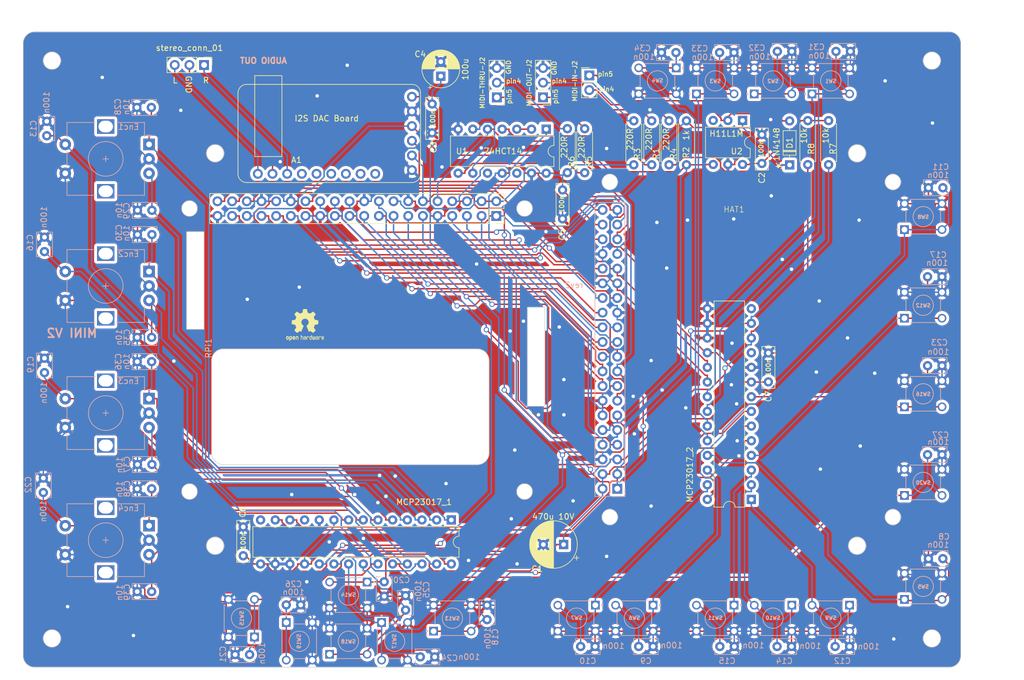
<source format=kicad_pcb>
(kicad_pcb (version 20240108) (generator "pcbnew") (generator_version "8.0")
  (title_block (title "zynthian mini v2 EURORACK") (date "2024-10-23") (rev "1"))
  (layers (0 "F.Cu" signal) (31 "B.Cu" signal) (34 "B.Paste" user) (35 "F.Paste" user) (36 "B.SilkS" user "B.Silkscreen") (37 "F.SilkS" user "F.Silkscreen") (38 "B.Mask" user) (39 "F.Mask" user) (44 "Edge.Cuts" user))
  (net 0 "")
  (net 1 "I2S_AUDIO_OUT_DATA")
  (net 2 "+5V")
  (net 3 "GND")
  (net 4 "AUDIO_R_OUT")
  (net 5 "AUDIO_GND_OUT")
  (net 9 "ENC-SW-1")
  (net 10 "ENC-SW-2")
  (net 11 "AUDIO_L_OUT")
  (net 15 "ENC-SW-3")
  (net 16 "ENC-SW-4")
  (net 17 "ENC-A-1")
  (net 18 "ENC-B-1")
  (net 19 "ENC-A-2")
  (net 20 "ENC-B-2")
  (net 21 "+3.3V")
  (net 22 "ENC-A-3")
  (net 23 "ENC-B-3")
  (net 24 "ENC-A-4")
  (net 25 "I2S_BCLK")
  (net 26 "ENC-B-4")
  (net 27 "I2S_LRCLK")
  (net 28 "SWITCH-3")
  (net 29 "SWITCH-4")
  (net 30 "SWITCH-5")
  (net 31 "SCK")
  (net 32 "SDA")
  (net 33 "SWITCH-6")
  (net 34 "SWITCH-7")
  (net 35 "SWITCH-8")
  (net 36 "SWITCH-1")
  (net 37 "SWITCH-9")
  (net 38 "SWITCH-10")
  (net 39 "SWITCH-2")
  (net 40 "MIDI-IN-PIN5")
  (net 41 "MIDI-OUT-PIN4")
  (net 42 "Net-(R5-Pad2)")
  (net 43 "MIDI-IN-PIN4")
  (net 44 "MIDI-OUT-PIN5")
  (net 45 "MIDI-THRU-PIN4")
  (net 46 "Net-(R1-Pad2)")
  (net 47 "Net-(U1-Pad6)")
  (net 50 "Net-(U1-Pad2)")
  (net 52 "SWITCH-11")
  (net 53 "MIDI_OUT")
  (net 54 "MIDI_IN")
  (net 55 "SWITCH-12")
  (net 56 "SWITCH-13")
  (net 57 "SWITCH-14")
  (net 58 "SWITCH-15")
  (net 59 "SWITCH-16")
  (net 60 "SWITCH-17")
  (net 61 "SWITCH-18")
  (net 62 "SWITCH-19")
  (net 63 "SWITCH-20")
  (net 64 "Net-(D1-K)")
  (net 65 "MIDI-THRU-PIN5")
  (net 66 "INT3")
  (net 67 "INT4")
  (net 68 "INT2")
  (net 71 "INT1")
  (net 74 "GPIO7(SPI1_CE_N)")
  (net 75 "GPIO16")
  (net 76 "GPIO20(SPI1_MOSI)")
  (net 77 "GPIO24(GEN5)")
  (net 78 "GPIO4(GCLK)")
  (net 79 "ID_SC")
  (net 80 "GPIO25(GEN6)")
  (net 81 "GPIO8(SPI0_CE_N)")
  (net 82 "GPIO11(SPI0_SCK)")
  (net 83 "ID_SD")
  (net 84 "GPIO9(SPI0_MISO)")
  (net 85 "GPIO13(PWM1)")
  (net 86 "GPIO10(SPI0_MOSI)")
  (net 87 "GPIO12(PWM0)")
  (net 88 "GPIO22(GEN3)")
  (net 89 "GPIO26")
  (net 90 "GPIO23(GEN4)")
  (footprint "project-footprints:raspberry pi 4 HAT" (layer "F.Cu") (at 81.9193 100.4611 180)
    (property "Reference" "RPi1")
    (property "Value" "RPI Connector")
    (fp_circle (center 19 24.5) (end 20.35 24.5) (stroke (width 0.1)) (fill none) (layer "Edge.Cuts"))
    (fp_circle (center 19 -24.5) (end 20.35 -24.5) (stroke (width 0.1)) (fill none) (layer "Edge.Cuts"))
    (fp_circle (center -39 24.5) (end -37.65 24.5) (stroke (width 0.1)) (fill none) (layer "Edge.Cuts"))
    (fp_circle (center -39 -24.5) (end -37.65 -24.5) (stroke (width 0.1)) (fill none) (layer "Edge.Cuts"))
  )
  (footprint "Capacitor_THT:CP_Radial_D8.0mm_P3.50mm" (layer "F.Cu") (at 127.6693 134.1236 180)
    (property "Reference" "C1")
    (property "Value" "470u 10V")
  )
  (footprint "project-footprints:C_Rect_L7.0mm_W2.0mm_P5.00mm" (layer "F.Cu") (at 161.9893 68.1736 90)
    (property "Reference" "C2")
    (property "Value" "100n")
  )
  (footprint "project-footprints:C_Rect_L7.0mm_W2.0mm_P5.00mm" (layer "F.Cu") (at 104.9193 57.8736 -90)
    (property "Reference" "C3")
    (property "Value" "100n")
  )
  (footprint "Capacitor_THT:CP_Radial_D6.3mm_P2.50mm" (layer "F.Cu") (at 106.4193 53.056 90)
    (property "Reference" "C4")
    (property "Value" "100u")
  )
  (footprint "project-footprints:C_Rect_L7.0mm_W2.0mm_P5.00mm" (layer "F.Cu") (at 127.4893 77.7536 90)
    (property "Reference" "C5")
    (property "Value" "100n")
  )
  (footprint "Diode_THT:D_DO-35_SOD27_P7.62mm_Horizontal" (layer "F.Cu") (at 166.7893 68.4236 90)
    (property "Reference" "D1")
    (property "Value" "1N4148")
  )
  (footprint "Resistor_THT:R_Axial_DIN0207_L6.3mm_D2.5mm_P7.62mm_Horizontal" (layer "F.Cu") (at 142.9193 60.7836 -90)
    (property "Reference" "R1")
    (property "Value" "220R")
  )
  (footprint "Resistor_THT:R_Axial_DIN0207_L6.3mm_D2.5mm_P7.62mm_Horizontal" (layer "F.Cu") (at 139.8193 68.4036 90)
    (property "Reference" "R3")
    (property "Value" "220R")
  )
  (footprint "Resistor_THT:R_Axial_DIN0207_L6.3mm_D2.5mm_P7.62mm_Horizontal" (layer "F.Cu") (at 148.9393 60.7836 -90)
    (property "Reference" "R2")
    (property "Value" "1k")
  )
  (footprint "Resistor_THT:R_Axial_DIN0207_L6.3mm_D2.5mm_P7.62mm_Horizontal" (layer "F.Cu") (at 131.3193 62.1536 -90)
    (property "Reference" "R5")
    (property "Value" "220R")
  )
  (footprint "Package_DIP:DIP-6_W7.62mm" (layer "F.Cu") (at 158.6443 60.7236 -90)
    (property "Reference" "U2")
    (property "Value" "H11L1M")
  )
  (footprint "Package_DIP:DIP-14_W7.62mm" (layer "F.Cu") (at 124.6593 62.2336 -90)
    (property "Reference" "U1")
    (property "Value" "74HCT14")
  )
  (footprint "Resistor_THT:R_Axial_DIN0207_L6.3mm_D2.5mm_P7.62mm_Horizontal" (layer "F.Cu") (at 145.9193 60.7836 -90)
    (property "Reference" "R4")
    (property "Value" "220R")
  )
  (footprint "project-footprints:GY-PCM5102" (layer "F.Cu") (at 87.1143 62.9736 180)
    (property "Reference" "A1")
    (property "Value" "GY-PCM5102")
  )
  (footprint "Connector_PinHeader_2.54mm:PinHeader_1x03_P2.54mm_Vertical" (layer "F.Cu") (at 65.4443 51.1236 -90)
    (property "Reference" "stereo_conn_01")
    (property "Value" "Conn_01x03_Pin")
  )
  (footprint "Connector_PinHeader_2.54mm:PinHeader_1x03_P2.54mm_Vertical" (layer "F.Cu") (at 124.1193 56.7236 180)
    (property "Reference" "MIDI-OUT-J2")
    (property "Value" "Conn_01x03_Pin")
  )
  (footprint "project-footprints:C_Rect_L7.0mm_W2.0mm_P5.00mm" (layer "F.Cu") (at 163.1193 105.9736 90)
    (property "Reference" "C7")
    (property "Value" "100n")
  )
  (footprint "project-footprints:raspberry pi 4" (layer "F.Cu") (at 160.1693 110.3736 -90)
    (property "Reference" "HAT1")
    (property "Value" "RPI HAT Connector")
    (fp_circle (center -39 24.5) (end -37.65 24.5) (stroke (width 0.1)) (fill none) (layer "Edge.Cuts"))
    (fp_circle (center 19 24.5) (end 20.35 24.5) (stroke (width 0.1)) (fill none) (layer "Edge.Cuts"))
    (fp_circle (center -39 -24.5) (end -37.65 -24.5) (stroke (width 0.1)) (fill none) (layer "Edge.Cuts"))
    (fp_circle (center 19 -24.5) (end 20.35 -24.5) (stroke (width 0.1)) (fill none) (layer "Edge.Cuts"))
  )
  (footprint "Resistor_THT:R_Axial_DIN0207_L6.3mm_D2.5mm_P7.62mm_Horizontal" (layer "F.Cu") (at 169.9393 68.3736 90)
    (property "Reference" "R8")
    (property "Value" "10k")
  )
  (footprint "Package_DIP:DIP-28_W7.62mm" (layer "F.Cu") (at 160.1693 126.3236 180)
    (property "Reference" "MCP23017_2")
    (property "Value" "MCP23017_SP")
  )
  (footprint "Resistor_THT:R_Axial_DIN0207_L6.3mm_D2.5mm_P7.62mm_Horizontal" (layer "F.Cu") (at 128.3193 69.7636 90)
    (property "Reference" "R6")
    (property "Value" "220R")
  )
  (footprint "Resistor_THT:R_Axial_DIN0207_L6.3mm_D2.5mm_P7.62mm_Horizontal" (layer "F.Cu") (at 173.5393 68.3736 90)
    (property "Reference" "R7")
    (property "Value" "10k")
  )
  (footprint "Connector_PinHeader_2.54mm:PinHeader_1x02_P2.54mm_Vertical" (layer "F.Cu") (at 132.1193 52.9236)
    (property "Reference" "MIDI-IN-J2")
    (property "Value" "Conn_01x03_Pin")
  )
  (footprint "Package_DIP:DIP-28_W7.62mm" (layer "F.Cu") (at 108.2393 129.8736 -90)
    (property "Reference" "MCP23017_1")
    (property "Value" "MCP23017_SP")
  )
  (footprint "project-footprints:C_Rect_L7.0mm_W2.0mm_P5.00mm" (layer "F.Cu") (at 72.2193 136.0736 90)
    (property "Reference" "C6")
    (property "Value" "100n")
  )
  (footprint "project-footprints:aliexpress 5 inch screen" (layer "F.Cu") (at 122.9193 100.3736 180)
    (property "Reference" "screen" (hide yes))
    (property "Value" "aliexpress 5 inch screen")
    (fp_circle (center 55.5545 33.965) (end 57.0545 33.965) (stroke (width 0.12)) (fill none) (layer "Edge.Cuts"))
    (fp_circle (center 55.5545 -33.965) (end 57.0545 -33.965) (stroke (width 0.12)) (fill none) (layer "Edge.Cuts"))
    (fp_circle (center -55.5545 33.965) (end -54.0545 33.965) (stroke (width 0.12)) (fill none) (layer "Edge.Cuts"))
    (fp_circle (center -55.5545 -33.965) (end -54.0545 -33.965) (stroke (width 0.12)) (fill none) (layer "Edge.Cuts"))
  )
  (footprint "Symbol:OSHW-Logo2_7.3x6mm_SilkScreen" (layer "F.Cu") (at 82.9193 96.1236)
    (property "Reference" "REF**" (hide yes))
    (property "Value" "OSHW-Logo2_7.3x6mm_SilkScreen" (hide yes))
  )
  (footprint "Connector_PinHeader_2.54mm:PinHeader_1x03_P2.54mm_Vertical" (layer "F.Cu") (at 116.1193 56.7236 180)
    (property "Reference" "MIDI-THRU-J2")
    (property "Value" "Conn_01x03_Pin")
  )
  (footprint "project-footprints:push-button-13mm" (layer "B.Cu") (at 90.4193 142.8736 180)
    (property "Reference" "SW14")
    (property "Value" "SW_Push")
  )
  (footprint "project-footprints:C_Rect_L4.0mm_W2.5mm_P2.50mm" (layer "B.Cu") (at 190.6693 103.1736)
    (property "Reference" "C23")
    (property "Value" "100n")
  )
  (footprint "project-footprints:C_Rect_L4.0mm_W2.5mm_P2.50mm" (layer "B.Cu") (at 56.4193 80.4736 180)
    (property "Reference" "C30")
    (property "Value" "10n")
  )
  (footprint "project-footprints:C_Rect_L4.0mm_W2.5mm_P2.50mm" (layer "B.Cu") (at 96.6193 140.5736 -90)
    (property "Reference" "C20")
    (property "Value" "100n" (hide yes))
  )
  (footprint "project-footprints:push-button-13mm" (layer "B.Cu") (at 173.9193 146.8736 180)
    (property "Reference" "SW9")
    (property "Value" "SW_Push")
  )
  (footprint "project-footprints:C_Rect_L4.0mm_W2.5mm_P2.50mm" (layer "B.Cu") (at 140.6693 151.7736)
    (property "Reference" "C9")
    (property "Value" "100n")
  )
  (footprint "project-footprints:C_Rect_L4.0mm_W2.5mm_P2.50mm" (layer "B.Cu") (at 79.6693 144.5736)
    (property "Reference" "C26")
    (property "Value" "100n")
  )
  (footprint "project-footprints:RotaryEncoder_Alps_EC12E-Switch_Vertical_H20mm" (layer "B.Cu") (at 48.4193 89.3736 180)
    (property "Reference" "Enc2")
    (property "Value" "RotaryEncoder_Switch")
  )
  (footprint "project-footprints:C_Rect_L4.0mm_W2.5mm_P2.50mm" (layer "B.Cu") (at 56.4193 76.2736 180)
    (property "Reference" "C29")
    (property "Value" "10n")
  )
  (footprint "project-footprints:C_Rect_L4.0mm_W2.5mm_P2.50mm" (layer "B.Cu") (at 56.3693 98.2736 180)
    (property "Reference" "C35")
    (property "Value" "10n")
  )
  (footprint "project-footprints:C_Rect_L4.0mm_W2.5mm_P2.50mm" (layer "B.Cu") (at 190.6693 118.5736)
    (property "Reference" "C27")
    (property "Value" "100n")
  )
  (footprint "project-footprints:C_Rect_L4.0mm_W2.5mm_P2.50mm" (layer "B.Cu") (at 37.6193 125.1236 90)
    (property "Reference" "C22")
    (property "Value" "100n")
  )
  (footprint "project-footprints:C_Rect_L4.0mm_W2.5mm_P2.50mm" (layer "B.Cu") (at 164.6693 48.7736)
    (property "Reference" "C32")
    (property "Value" "100n")
  )
  (footprint "project-footprints:push-button-13mm" (layer "B.Cu") (at 189.9193 108.0403)
    (property "Reference" "SW16")
    (property "Value" "SW_Push")
  )
  (footprint "project-footprints:RotaryEncoder_Alps_EC12E-Switch_Vertical_H20mm" (layer "B.Cu") (at 48.4193 133.3736 180)
    (property "Reference" "Enc4")
    (property "Value" "RotaryEncoder_Switch")
  )
  (footprint "project-footprints:push-button-13mm" (layer "B.Cu") (at 189.9193 123.3736)
    (property "Reference" "SW20")
    (property "Value" "SW_Push")
  )
  (footprint "project-footprints:C_Rect_L4.0mm_W2.5mm_P2.50mm" (layer "B.Cu") (at 56.4193 120.2736 180)
    (property "Reference" "C37")
    (property "Value" "10n")
  )
  (footprint "project-footprints:C_Rect_L4.0mm_W2.5mm_P2.50mm" (layer "B.Cu") (at 37.8193 83.4236 90)
    (property "Reference" "C16")
    (property "Value" "100n")
  )
  (footprint "project-footprints:C_Rect_L4.0mm_W2.5mm_P2.50mm" (layer "B.Cu") (at 193.3193 136.5663 180)
    (property "Reference" "C8")
    (property "Value" "100n")
  )
  (footprint "project-footprints:C_Rect_L4.0mm_W2.5mm_P2.50mm" (layer "B.Cu") (at 114.4193 147.1236 90)
    (property "Reference" "C18")
    (property "Value" "100n")
  )
  (footprint "project-footprints:C_Rect_L4.0mm_W2.5mm_P2.50mm" (layer "B.Cu") (at 73.3193 153.1736 180)
    (property "Reference" "C21")
    (property "Value" "100n")
  )
  (footprint "project-footprints:push-button-13mm" (layer "B.Cu") (at 139.9193 146.8736 180)
    (property "Reference" "SW6")
    (property "Value" "SW_Push")
  )
  (footprint "project-footprints:C_Rect_L4.0mm_W2.5mm_P2.50mm" (layer "B.Cu") (at 147.1193 48.9736 180)
    (property "Reference" "C34")
    (property "Value" "100n")
  )
  (footprint "project-footprints:C_Rect_L4.0mm_W2.5mm_P2.50mm" (layer "B.Cu") (at 154.6693 48.9736)
    (property "Reference" "C33")
    (property "Value" "100n")
  )
  (footprint "project-footprints:push-button-13mm" (layer "B.Cu") (at 163.9193 146.8736 180)
    (property "Reference" "SW10")
    (property "Value" "SW_Push")
  )
  (footprint "project-footprints:C_Rect_L4.0mm_W2.5mm_P2.50mm" (layer "B.Cu") (at 190.6693 87.7736)
    (property "Reference" "C17")
    (property "Value" "100n")
  )
  (footprint "project-footprints:push-button-13mm" (layer "B.Cu") (at 189.9193 77.3736)
    (property "Reference" "SW8")
    (property "Value" "SW_Push")
  )
  (footprint "project-footprints:push-button-13mm" (layer "B.Cu") (at 163.9193 53.8736)
    (property "Reference" "SW2")
    (property "Value" "SW_Push")
  )
  (footprint "project-footprints:C_Rect_L4.0mm_W2.5mm_P2.50mm" (layer "B.Cu") (at 100.3193 145.4736 90)
    (property "Reference" "C25")
    (property "Value" "100n")
  )
  (footprint "project-footprints:C_Rect_L4.0mm_W2.5mm_P2.50mm" (layer "B.Cu") (at 56.3693 124.4736 180)
    (property "Reference" "C38")
    (property "Value" "10n")
  )
  (footprint "project-footprints:C_Rect_L4.0mm_W2.5mm_P2.50mm" (layer "B.Cu") (at 193.3193 72.3736 180)
    (property "Reference" "C11")
    (property "Value" "100n")
  )
  (footprint "project-footprints:Zynthian Logo Mask" (layer "B.Cu") (at 99.9193 97.6236 180)
    (property "Reference" "logo1" (hide yes))
    (property "Value" "MINI V2")
  )
  (footprint "project-footprints:C_Rect_L4.0mm_W2.5mm_P2.50mm" (layer "B.Cu") (at 37.8193 104.3736 90)
    (property "Reference" "C19")
    (property "Value" "100n")
  )
  (footprint "project-footprints:RotaryEncoder_Alps_EC12E-Switch_Vertical_H20mm" (layer "B.Cu") (at 48.4193 67.3736 180)
    (property "Reference" "Enc1")
    (property "Value" "RotaryEncoder_Switch")
  )
  (footprint "project-footprints:C_Rect_L4.0mm_W2.5mm_P2.50mm" (layer "B.Cu") (at 102.8693 153.5736)
    (property "Reference" "C24")
    (property "Value" "100n")
  )
  (footprint "project-footprints:push-button-13mm" (layer "B.Cu") (at 98.4193 150.8736 -90)
    (property "Reference" "SW17")
    (property "Value" "SW_Push")
  )
  (footprint "project-footprints:C_Rect_L4.0mm_W2.5mm_P2.50mm" (layer "B.Cu") (at 174.8193 48.7736)
    (property "Reference" "C31")
    (property "Value" "100n")
  )
  (footprint "project-footprints:push-button-13mm" (layer "B.Cu") (at 143.9193 53.8736 180)
    (property "Reference" "SW4")
    (property "Value" "SW_Push")
  )
  (footprint "project-footprints:push-button-13mm" (layer "B.Cu") (at 189.9193 92.7069)
    (property "Reference" "SW12")
    (property "Value" "SW_Push")
  )
  (footprint "project-footprints:push-button-13mm" (layer "B.Cu") (at 81.9193 150.8736 -90)
    (property "Reference" "SW19")
    (property "Value" "SW_Push")
  )
  (footprint "project-footprints:push-button-13mm" (layer "B.Cu") (at 189.9193 141.3736)
    (property "Reference" "SW5")
    (property "Value" "SW_Push")
  )
  (footprint "project-footprints:C_Rect_L4.0mm_W2.5mm_P2.50mm" (layer "B.Cu") (at 56.3193 58.4736 180)
    (property "Reference" "C28")
    (property "Value" "10n")
  )
  (footprint "project-footprints:C_Rect_L4.0mm_W2.5mm_P2.50mm" (layer "B.Cu") (at 174.6693 151.7736)
    (property "Reference" "C12")
    (property "Value" "100n")
  )
  (footprint "project-footprints:push-button-13mm" (layer "B.Cu") (at 173.9193 53.8736)
    (property "Reference" "SW1")
    (property "Value" "SW_Push")
  )
  (footprint "project-footprints:C_Rect_L4.0mm_W2.5mm_P2.50mm" (layer "B.Cu") (at 154.7193 151.7736)
    (property "Reference" "C15")
    (property "Value" "100n")
  )
  (footprint "project-footprints:push-button-13mm" (layer "B.Cu") (at 108.4193 146.8736)
    (property "Reference" "SW13")
    (property "Value" "SW_Push")
  )
  (footprint "project-footprints:push-button-13mm" (layer "B.Cu") (at 90.4193 150.8736)
    (property "Reference" "SW18")
    (property "Value" "SW_Push")
  )
  (footprint "project-footprints:push-button-13mm" (layer "B.Cu") (at 71.9193 146.8736 90)
    (property "Reference" "SW15")
    (property "Value" "SW_Push")
  )
  (footprint "project-footprints:push-button-13mm" (layer "B.Cu") (at 129.9193 146.8736 180)
    (property "Reference" "SW7")
    (property "Value" "SW_Push")
  )
  (footprint "project-footprints:C_Rect_L4.0mm_W2.5mm_P2.50mm" (layer "B.Cu") (at 130.6193 151.7736)
    (property "Reference" "C10")
    (property "Value" "100n")
  )
  (footprint "project-footprints:C_Rect_L4.0mm_W2.5mm_P2.50mm" (layer "B.Cu") (at 56.3693 142.2736 180)
    (property "Reference" "C39")
    (property "Value" "10n")
  )
  (footprint "project-footprints:RotaryEncoder_Alps_EC12E-Switch_Vertical_H20mm" (layer "B.Cu") (at 48.4193 111.3736 180)
    (property "Reference" "Enc3")
    (property "Value" "RotaryEncoder_Switch")
  )
  (footprint "project-footprints:push-button-13mm" (layer "B.Cu") (at 153.9193 146.8736 180)
    (property "Reference" "SW11")
    (property "Value" "SW_Push")
  )
  (footprint "project-footprints:push-button-13mm" (layer "B.Cu") (at 153.9193 53.8736)
    (property "Reference" "SW3")
    (property "Value" "SW_Push")
  )
  (footprint "project-footprints:C_Rect_L4.0mm_W2.5mm_P2.50mm" (layer "B.Cu") (at 164.6193 151.7736)
    (property "Reference" "C14")
    (property "Value" "100n")
  )
  (footprint "project-footprints:C_Rect_L4.0mm_W2.5mm_P2.50mm" (layer "B.Cu") (at 38.2193 63.3736 90)
    (property "Reference" "C13")
    (property "Value" "100n")
  )
  (footprint "project-footprints:C_Rect_L4.0mm_W2.5mm_P2.50mm" (layer "B.Cu") (at 56.3693 102.4736 180)
    (property "Reference" "C36")
    (property "Value" "10n")
  )
  (gr_line (start 196.4193 153.3736) (end 196.4193 47.3736) (stroke (width 0.1)) (layer "Edge.Cuts"))
  (gr_line (start 112.755086 120.287814) (end 68.755086 120.287814) (stroke (width 0.1)) (layer "Edge.Cuts"))
  (gr_line (start 66.755086 118.287814) (end 66.755086 102.287814) (stroke (width 0.1)) (layer "Edge.Cuts"))
  (gr_arc (start 194.4193 45.3736) (mid 195.833514 45.959386) (end 196.4193 47.3736) (stroke (width 0.1)) (layer "Edge.Cuts"))
  (gr_arc (start 196.4193 153.3736) (mid 195.833514 154.787814) (end 194.4193 155.3736) (stroke (width 0.1)) (layer "Edge.Cuts"))
  (gr_circle (center 191.4193 150.3736) (end 192.9193 150.3736) (stroke (width 0.1)) (fill none) (layer "Edge.Cuts"))
  (gr_arc (start 36.1193 155.3736) (mid 34.705086 154.787814) (end 34.1193 153.3736) (stroke (width 0.1)) (layer "Edge.Cuts"))
  (gr_arc (start 68.755086 120.287814) (mid 67.340872 119.702028) (end 66.755086 118.287814) (stroke (width 0.1)) (layer "Edge.Cuts"))
  (gr_line (start 114.755086 102.287814) (end 114.755086 118.287814) (stroke (width 0.1)) (layer "Edge.Cuts"))
  (gr_rect (start 62.4193 79.9736) (end 65.4193 96.8736) (stroke (width 0.1)) (fill none) (layer "Edge.Cuts"))
  (gr_circle (center 39.1193 150.3736) (end 40.6193 150.3736) (stroke (width 0.1)) (fill none) (layer "Edge.Cuts"))
  (gr_rect (start 121.4193 93.0736) (end 124.4193 110.1736) (stroke (width 0.1)) (fill none) (layer "Edge.Cuts"))
  (gr_line (start 36.1193 155.3736) (end 194.4193 155.3736) (stroke (width 0.1)) (layer "Edge.Cuts"))
  (gr_circle (center 39.1193 50.3736) (end 40.6193 50.3736) (stroke (width 0.1)) (fill none) (layer "Edge.Cuts"))
  (gr_arc (start 34.1193 47.3736) (mid 34.705086 45.959386) (end 36.1193 45.3736) (stroke (width 0.1)) (layer "Edge.Cuts"))
  (gr_arc (start 66.755086 102.287814) (mid 67.340872 100.8736) (end 68.755086 100.287814) (stroke (width 0.1)) (layer "Edge.Cuts"))
  (gr_arc (start 112.755086 100.287814) (mid 114.1693 100.8736) (end 114.755086 102.287814) (stroke (width 0.1)) (layer "Edge.Cuts"))
  (gr_line (start 34.1193 47.3736) (end 34.1193 153.3736) (stroke (width 0.1)) (layer "Edge.Cuts"))
  (gr_circle (center 191.4193 50.3736) (end 192.9193 50.3736) (stroke (width 0.1)) (fill none) (layer "Edge.Cuts"))
  (gr_line (start 68.755086 100.287814) (end 112.755086 100.287814) (stroke (width 0.1)) (layer "Edge.Cuts"))
  (gr_arc (start 114.755086 118.287814) (mid 114.1693 119.702028) (end 112.755086 120.287814) (stroke (width 0.1)) (layer "Edge.Cuts"))
  (gr_line (start 194.4193 45.3736) (end 36.1193 45.3736) (stroke (width 0.1)) (layer "Edge.Cuts"))
  (gr_text "rev2" (at 131.174218 89.800952 0) (layer "B.SilkS") (effects (font (size 1 1)) (justify left bottom mirror)))
  (gr_text "AUDIO OUT" (at 75.7193 50.3736 0) (layer "B.SilkS") (effects (font (size 1 1) (thickness 0.25)) (justify mirror)))
  (gr_text "L" (at 59.9193 54.3736 0) (layer "F.SilkS") (effects (font (size 1 1)) (justify left bottom)))
  (gr_text "1N4148" (at 164.5393 64.8736 90) (layer "F.SilkS") (effects (font (size 1 1))))
  (gr_text "R" (at 65.1693 54.3736 0) (layer "F.SilkS") (effects (font (size 1 1)) (justify left bottom)))
  (gr_text "GND" (at 62.1693 52.8736 -90) (layer "F.SilkS") (effects (font (size 1 1)) (justify left bottom)))
  (gr_text "pin4" (at 117.6193 54.3736 0) (layer "F.SilkS") (effects (font (size 0.8 0.8)) (justify left bottom)))
  (gr_text "pin5" (at 118.7193 57.9736 90) (layer "F.SilkS") (effects (font (size 0.8 0.8)) (justify left bottom)))
  (gr_text "pin4" (at 133.7193 55.7736 0) (layer "F.SilkS") (effects (font (size 0.8 0.8)) (justify left bottom)))
  (gr_text "GND" (at 126.5193 52.9736 90) (layer "F.SilkS") (effects (font (size 0.8 0.8)) (justify left bottom)))
  (gr_text "pin5" (at 126.7193 57.9736 90) (layer "F.SilkS") (effects (font (size 0.8 0.8)) (justify left bottom)))
  (gr_text "pin5" (at 133.5193 53.1736 0) (layer "F.SilkS") (effects (font (size 0.8 0.8)) (justify left bottom)))
  (gr_text "GND" (at 118.6193 52.8236 90) (layer "F.SilkS") (effects (font (size 0.8 0.8)) (justify left bottom)))
  (gr_text "pin4" (at 125.5193 54.3736 0) (layer "F.SilkS") (effects (font (size 0.8 0.8)) (justify left bottom)))
  (gr_text "I2S DAC Board" (at 86.6693 60.3736 0) (layer "F.SilkS") (effects (font (size 1 1))))
  (segment (start 133.1926 76.2136) (end 132.2089 75.2299) (width 0.25) (layer "F.Cu") (net 1))
  (segment (start 102.6781 71.3006) (end 102.6781 65.5024) (width 0.25) (layer "F.Cu") (net 1))
  (segment (start 123.3489 71.3006) (end 102.6781 71.3006) (width 0.25) (layer "F.Cu") (net 1))
  (segment (start 68.986 74.2028) (end 68.986 74.7111) (width 0.25) (layer "F.Cu") (net 1))
  (segment (start 102.6781 65.5024) (end 101.4193 64.2436) (width 0.25) (layer "F.Cu") (net 1))
  (segment (start 132.2089 75.2299) (end 127.2782 75.2299) (width 0.25) (layer "F.Cu") (net 1))
  (segment (start 67.7593 74.7111) (end 68.986 74.7111) (width 0.25) (layer "F.Cu") (net 1))
  (segment (start 102.6781 71.3006) (end 71.8882 71.3006) (width 0.25) (layer "F.Cu") (net 1))
  (segment (start 134.4193 76.2136) (end 133.1926 76.2136) (width 0.25) (layer "F.Cu") (net 1))
  (segment (start 127.2782 75.2299) (end 123.3489 71.3006) (width 0.25) (layer "F.Cu") (net 1))
  (segment (start 71.8882 71.3006) (end 68.986 74.2028) (width 0.25) (layer "F.Cu") (net 1))
  (segment (start 81.6626 137.4936) (end 81.6626 137.7944) (width 0.25) (layer "F.Cu") (net 2))
  (segment (start 136.4489 82.6069) (end 135.6893 81.8473) (width 0.25) (layer "F.Cu") (net 2))
  (segment (start 152.2645 100.9236) (end 140.0615 88.7206) (width 0.25) (layer "F.Cu") (net 2))
  (segment (start 136.4145 77.4836) (end 137.4801 77.4836) (width 0.25) (layer "F.Cu") (net 2))
  (segment (start 160.1693 106.0036) (end 163.0893 106.0036) (width 0.25) (layer "F.Cu") (net 2))
  (segment (start 126.4926 134.1236) (end 125.3159 135.3003) (width 0.25) (layer "F.Cu") (net 2))
  (segment (start 127.6693 134.1236) (end 126.4926 134.1236) (width 0.25) (layer "F.Cu") (net 2))
  (segment (start 137.4762 82.6069) (end 136.4489 82.6069) (width 0.25) (layer "F.Cu") (net 2))
  (segment (start 81.6626 137.7944) (end 80.7452 138.7118) (width 0.25) (layer "F.Cu") (net 2))
  (segment (start 140.0615 88.7206) (end 140.0615 85.1922) (width 0.25) (layer "F.Cu") (net 2))
  (segment (start 125.3159 135.3003) (end 107.4397 135.3003) (width 0.25) (layer "F.Cu") (net 2))
  (segment (start 152.5829 100.9236) (end 152.5493 100.9236) (width 0.25) (layer "F.Cu") (net 2))
  (segment (start 136.4126 120.7069) (end 138.11 120.7069) (width 0.25) (layer "F.Cu") (net 2))
  (segment (start 146.4633 112.3536) (end 153.0153 112.3536) (width 0.25) (layer "F.Cu") (net 2))
  (segment (start 140.0615 85.1922) (end 137.4762 82.6069) (width 0.25) (layer "F.Cu") (net 2))
  (segment (start 134.4193 121.9336) (end 135.646 121.9336) (width 0.25) (layer "F.Cu") (net 2))
  (segment (start 103.6693 56.6236) (end 104.9193 57.8736) (width 0.25) (layer "F.Cu") (net 2))
  (segment (start 137.4801 77.4836) (end 138.192 76.7717) (width 0.25) (layer "F.Cu") (net 2))
  (segment (start 158.8993 105.7133) (end 154.1096 100.9236) (width 0.25) (layer "F.Cu") (net 2))
  (segment (start 163.0893 106.0036) (end 163.1193 105.9736) (width 0.25) (layer "F.Cu") (net 2))
  (segment (start 158.8993 106.0036) (end 158.8993 105.7133) (width 0.25) (layer "F.Cu") (net 2))
  (segment (start 113.4793 74.7111) (end 116.0193 74.7111) (width 0.25) (layer "F.Cu") (net 2))
  (segment (start 136.428 73.9137) (end 128.6494 73.9137) (width 0.25) (layer "F.Cu") (net 2))
  (segment (start 135.6893 78.2088) (end 136.4145 77.4836) (width 0.25) (layer "F.Cu") (net 2))
  (segment (start 138.192 75.6777) (end 136.428 73.9137) (width 0.25) (layer "F.Cu") (net 2))
  (segment (start 75.2193 137.4936) (end 76.396 137.4936) (width 0.25) (layer "F.Cu") (net 2))
  (segment (start 83.4277 137.4936) (end 84.016 137.4936) (width 0.25) (layer "F.Cu") (net 2))
  (segment (start 91.4017 135.0777) (end 86.0642 135.0777) (width 0.25) (layer "F.Cu") (net 2))
  (segment (start 91.7097 134.7697) (end 91.4017 135.0777) (width 0.25) (layer "F.Cu") (net 2))
  (segment (start 160.1693 106.0036) (end 158.9926 106.0036) (width 0.25) (layer "F.Cu") (net 2))
  (segment (start 80.7452 138.7118) (end 77.2485 138.7118) (width 0.25) (layer "F.Cu") (net 2))
  (segment (start 76.396 137.8593) (end 76.396 137.4936) (width 0.25) (layer "F.Cu") (net 2))
  (segment (start 154.1096 100.9236) (end 153.726 100.9236) (width 0.25) (layer "F.Cu") (net 2))
  (segment (start 152.5829 100.9236) (end 153.726 100.9236) (width 0.25) (layer "F.Cu") (net 2))
  (segment (start 86.0642 135.0777) (end 84.016 137.1259) (width 0.25) (layer "F.Cu") (net 2))
  (segment (start 135.6893 81.8473) (end 135.6893 78.2088) (width 0.25) (layer "F.Cu") (net 2))
  (segment (start 77.2485 138.7118) (end 76.396 137.8593) (width 0.25) (layer "F.Cu") (net 2))
  (segment (start 135.646 121.9336) (end 135.646 121.4735) (width 0.25) (layer "F.Cu") (net 2))
  (segment (start 107.4397 135.3003) (end 106.9091 134.7697) (width 0.25) (layer "F.Cu") (net 2))
  (segment (start 158.8993 106.0036) (end 158.9926 106.0036) (width 0.25) (layer "F.Cu") (net 2))
  (segment (start 72.2193 136.0736) (end 72.6226 136.0736) (width 0.25) (layer "F.Cu") (net 2))
  (segment (start 106.9091 134.7697) (end 91.7097 134.7697) (width 0.25) (layer "F.Cu") (net 2))
  (segment (start 72.6226 136.0736) (end 74.0426 137.4936) (width 0.25) (layer "F.Cu") (net 2))
  (segment (start 83.4277 137.4936) (end 82.8393 137.4936) (width 0.25) (layer "F.Cu") (net 2))
  (segment (start 101.4193 56.6236) (end 103.6693 56.6236) (width 0.25) (layer "F.Cu") (net 2))
  (segment (start 75.2193 137.4936) (end 74.0426 137.4936) (width 0.25) (layer "F.Cu") (net 2))
  (segment (start 158.8993 106.4696) (end 158.8993 106.0036) (width 0.25) (layer "F.Cu") (net 2))
  (segment (start 82.8393 137.4936) (end 81.6626 137.4936) (width 0.25) (layer "F.Cu") (net 2))
  (segment (start 153.0153 112.3536) (end 158.8993 106.4696) (width 0.25) (layer "F.Cu") (net 2))
  (segment (start 84.016 137.1259) (end 84.016 137.4936) (width 0.25) (layer "F.Cu") (net 2))
  (segment (start 128.6494 73.9137) (end 127.4893 72.7536) (width 0.25) (layer "F.Cu") (net 2))
  (segment (start 152.5493 100.9236) (end 152.2645 100.9236) (width 0.25) (layer "F.Cu") (net 2))
  (segment (start 138.11 120.7069) (end 146.4633 112.3536) (width 0.25) (layer "F.Cu") (net 2))
  (segment (start 135.646 121.4735) (end 136.4126 120.7069) (width 0.25) (layer "F.Cu") (net 2))
  (segment (start 138.192 76.7717) (end 138.192 75.6777) (width 0.25) (layer "F.Cu") (net 2))
  (segment (start 127.6693 132.4503) (end 134.4193 125.7003) (width 0.25) (layer "B.Cu") (net 2))
  (segment (start 120.8493 71.1078) (end 120.8493 69.4469) (width 0.25) (layer "B.Cu") (net 2))
  (segment (start 117.246 74.7111) (end 120.8493 71.1078) (width 0.25) (layer "B.Cu") (net 2))
  (segment (start 87.9193 131.0503) (end 82.8393 136.1303) (width 0.25) (layer "B.Cu") (net 2))
  (segment (start 105.3608 75.9811) (end 104.5893 75.2096) (width 0.25) (layer "B.Cu") (net 2))
  (segment (start 139.8193 68.4036) (end 129.6793 68.4036) (width 0.25) (layer "B.Cu") (net 2))
  (segment (start 127.4893 70.1786) (end 126.161 70.1786) (width 0.25) (layer "B.Cu") (net 2))
  (segment (start 104.5893 75.2096) (end 104.5893 65.4998) (width 0.25) (layer "B.Cu") (net 2))
  (segment (start 116.0193 74.7111) (end 117.246 74.7111) (width 0.25) (layer "B.Cu") (net 2))
  (segment (start 129.6793 68.4036) (end 128.3193 69.7636) (width 0.25) (layer "B.Cu") (net 2))
  (segment (start 104.5893 65.4998) (end 106.0996 63.9895) (width 0.25) (layer "B.Cu") (net 2))
  (segment (start 126.161 70.1786) (end 125.836 69.8536) (width 0.25) (layer "B.Cu") (net 2))
  (segment (start 127.4893 70.1786) (end 127.4893 72.7536) (width 0.25) (layer "B.Cu") (net 2))
  (segment (start 121.6353 68.6609) (end 122.6556 68.6609) (width 0.25) (layer "B.Cu") (net 2))
  (segment (start 106.0996 63.9895) (end 106.0996 59.0539) (width 0.25) (layer "B.Cu") (net 2))
  (segment (start 87.9193 129.8736) (end 87.9193 131.0503) (width 0.25) (layer "B.Cu") (net 2))
  (segment (start 106.4193 54.2327) (end 104.9193 55.7327) (width 0.25) (layer "B.Cu") (net 2))
  (segment (start 106.4193 53.056) (end 106.4193 54.2327) (width 0.25) (layer "B.Cu") (net 2))
  (segment (start 112.2526 75.1711) (end 111.4426 75.9811) (width 0.25) (layer "B.Cu") (net 2))
  (segment (start 127.9043 70.1786) (end 127.4893 70.1786) (width 0.25) (layer "B.Cu") (net 2))
  (segment (start 82.8393 136.1303) (end 82.8393 137.4936) (width 0.25) (layer "B.Cu") (net 2))
  (segment (start 113.4793 74.7111) (end 112.2526 74.7111) (width 0.25) (layer "B.Cu") (net 2))
  (segment (start 124.6593 69.8536) (end 125.836 69.8536) (width 0.25) (layer "B.Cu") (net 2))
  (segment (start 122.6556 68.6609) (end 123.4826 69.4879) (width 0.25) (layer "B.Cu") (net 2))
  (segment (start 128.3193 69.7636) (end 127.9043 70.1786) (width 0.25) (layer "B.Cu") (net 2))
  (segment (start 106.0996 59.0539) (end 104.9193 57.8736) (width 0.25) (layer "B.Cu") (net 2))
  (segment (start 123.4826 69.4879) (end 123.4826 69.8536) (width 0.25) (layer "B.Cu") (net 2))
  (segment (start 112.2526 74.7111) (end 112.2526 75.1711) (width 0.25) (layer "B.Cu") (net 2))
  (segment (start 111.4426 75.9811) (end 105.3608 75.9811) (width 0.25) (layer "B.Cu") (net 2))
  (segment (start 134.4193 124.4736) (end 134.4193 125.7003) (width 0.25) (layer "B.Cu") (net 2))
  (segment (start 134.4193 121.9336) (end 134.4193 124.4736) (width 0.25) (layer "B.Cu") (net 2))
  (segment (start 124.6593 69.8536) (end 123.4826 69.8536) (width 0.25) (layer "B.Cu") (net 2))
  (segment (start 120.8493 69.4469) (end 121.6353 68.6609) (width 0.25) (layer "B.Cu") (net 2))
  (segment (start 104.9193 55.7327) (end 104.9193 57.8736) (width 0.25) (layer "B.Cu") (net 2))
  (segment (start 127.6693 134.1236) (end 127.6693 132.4503) (width 0.25) (layer "B.Cu") (net 2))
  (segment (start 160.1693 103.4636) (end 158.9926 103.4636) (width 0.25) (layer "F.Cu") (net 3))
  (segment (start 134.4193 109.2336) (end 134.4193 110.4603) (width 0.25) (layer "F.Cu") (net 3))
  (segment (start 91.9326 74.7111) (end 91.9326 75.1712) (width 0.25) (layer "F.Cu") (net 3))
  (segment (start 85.5393 77.2511) (end 86.766 77.2511) (width 0.25) (layer "F.Cu") (net 3))
  (segment (start 55.3459 77.7002) (end 53.9193 76.2736) (width 0.25) (layer "F.Cu") (net 3))
  (segment (start 69.6693 150.1236) (end 69.2837 149.738) (width 0.25) (layer "F.Cu") (net 3))
  (segment (start 69.2837 149.738) (end 69.2837 144.0092) (width 0.25) (layer "F.Cu") (net 3))
  (segment (start 77.7593 137.4936) (end 80.2993 137.4936) (width 0.25) (layer "F.Cu") (net 3))
  (segment (start 191.9943 75.1236) (end 193.1693 75.1236) (width 0.25) (layer "F.Cu") (net 3))
  (segment (start 191.9943 86.5986) (end 193.1693 87.7736) (width 0.25) (layer "F.Cu") (net 3))
  (segment (start 186.6693 90.4569) (end 181.8526 95.2736) (width 0.25) (layer "F.Cu") (net 3))
  (segment (start 118.216 69.8536) (end 118.216 69.4859) (width 0.25) (layer "F.Cu") (net 3))
  (segment (start 104.6326 76.7428) (end 104.6326 77.2511) (width 0.25) (layer "F.Cu") (net 3))
  (segment (start 111.6693 144.6236) (end 105.1693 144.6236) (width 0.25) (layer "F.Cu") (net 3))
  (segment (start 100.2193 143.0736) (end 100.3193 142.9736) (width 0.25) (layer "F.Cu") (net 3))
  (segment (start 53.9193 79.1268) (end 55.3459 77.7002) (width 0.25) (layer "F.Cu") (net 3))
  (segment (start 135.7326 75.7536) (end 135.7326 76.2136) (width 0.25) (layer "F.Cu") (net 3))
  (segment (start 117.0393 69.8536) (end 118.216 69.8536) (width 0.25) (layer "F.Cu") (net 3))
  (segment (start 120.1272 68.6725) (end 120.9426 69.4879) (width 0.25) (layer "F.Cu") (net 3))
  (segment (start 53.8693 142.2736) (end 55.6049 144.0092) (width 0.25) (layer "F.Cu") (net 3))
  (segment (start 133.1193 149.1236) (end 133.1193 151.7736) (width 0.25) (layer "F.Cu") (net 3))
  (segment (start 186.6693 139.6236) (end 186.6693 139.1236) (width 0.25) (layer "F.Cu") (net 3))
  (segment (start 100.6693 152.3824) (end 104.1781 152.3824) (width 0.25) (layer "F.Cu") (net 3))
  (segment (start 107.891 75.9378) (end 107.086 76.7428) (width 0.25) (layer "F.Cu") (net 3))
  (segment (start 190.8193 136.5663) (end 190.8193 123.4736) (width 0.25) (layer "F.Cu") (net 3))
  (segment (start 134.4879 74.5089) (end 135.7326 75.7536) (width 0.25) (layer "F.Cu") (net 3))
  (segment (start 150.6693 149.1236) (end 157.1693 149.1236) (width 0.25) (layer "F.Cu") (net 3))
  (segment (start 41.4193 91.8736) (end 53.4193 91.8736) (width 0.25) (layer "F.Cu") (net 3))
  (segment (start 91.166 75.9378) (end 87.571 75.9378) (width 0.25) (layer "F.Cu") (net 3))
  (segment (start 158.9926 103.4636) (end 153.9126 98.3836) (width 0.25) (layer "F.Cu") (net 3))
  (segment (start 104.1781 152.3824) (end 105.3693 153.5736) (width 0.25) (layer "F.Cu") (net 3))
  (segment (start 189.0193 123.4736) (end 186.6693 121.1236) (width 0.25) (layer "F.Cu") (net 3))
  (segment (start 80.4593 74.7111) (end 81.686 74.7111) (width 0.25) (layer "F.Cu") (net 3))
  (segment (start 122.1193 69.8536) (end 120.9426 69.8536) (width 0.25) (layer "F.Cu") (net 3))
  (segment (start 147.1693 56.1236) (end 140.6693 56.1236) (width 0.25) (layer "F.Cu") (net 3))
  (segment (start 85.5393 77.2511) (end 84.3126 77.2511) (width 0.25) (layer "F.Cu") (net 3))
  (segment (start 186.6693 105.7903) (end 181.8526 100.9736) (width 0.25) (layer "F.Cu") (net 3))
  (segment (start 160.6693 51.6236) (end 157.1693 51.6236) (width 0.25) (layer "F.Cu") (net 3))
  (segment (start 177.1693 51.6236) (end 170.6693 51.6236) (width 0.25) (layer "F.Cu") (net 3))
  (segment (start 126.6693 149.1236) (end 133.1193 149.1236) (width 0.25) (layer "F.Cu") (net 3))
  (segment (start 102.006 74.7111) (end 102.006 75.1712) (width 0.25) (layer "F.Cu") (net 3))
  (segment (start 83.5076 75.9378) (end 84.3126 76.7428) (width 0.25) (layer "F.Cu") (net 3))
  (segment (start 157.1693 51.6236) (end 150.6693 51.6236) (width 0.25) (layer "F.Cu") (net 3))
  (segment (start 170.6693 51.6236) (end 167.1693 51.6236) (width 0.25) (layer "F.Cu") (net 3))
  (segment (start 103.8276 75.9378) (end 104.6326 76.7428) (width 0.25) (layer "F.Cu") (net 3))
  (segment (start 69.2837 144.0092) (end 69.6693 143.6236) (width 0.25) (layer "F.Cu") (net 3))
  (segment (start 127.5705 74.5089) (end 134.4879 74.5089) (width 0.25) (layer "F.Cu") (net 3))
  (segment (start 190.8193 123.4736) (end 193.1693 121.1236) (width 0.25) (layer "F.Cu") (net 3))
  (segment (start 53.4193 97.8236) (end 53.8693 98.2736) (width 0.25) (layer "F.Cu") (net 3))
  (segment (start 190.8193 123.4736) (end 189.0193 123.4736) (width 0.25) (layer "F.Cu") (net 3))
  (segment (start 119.0294 68.6725) (end 120.1272 68.6725) (width 0.25) (layer "F.Cu") (net 3))
  (segment (start 108.946 75.9378) (end 107.891 75.9378) (width 0.25) (layer "F.Cu") (net 3))
  (segment (start 66.0835 77.7002) (end 55.3459 77.7002) (width 0.25) (layer "F.Cu") (net 3))
  (segment (start 167.1693 149.1236) (end 170.6693 149.1236) (width 0.25) (layer "F.Cu") (net 3))
  (segment (start 102.006 75.1712) (end 102.7726 75.9378) (width 0.25) (layer "F.Cu") (net 3))
  (segment (start 66.5326 77.2511) (end 66.0835 77.7002) (width 0.25) (layer "F.Cu") (net 3))
  (segment (start 96.6193 143.0736) (end 100.2193 143.0736) (width 0.25) (layer "F.Cu") (net 3))
  (segment (start 157.281 68.3436) (end 157.281 67.8819) (width 0.25) (layer "F.Cu") (net 3))
  (segment (start 38.9989 82.1032) (end 38.9989 89.4532) (width 0.25) (layer "F.Cu") (net 3))
  (segment (start 109.7126 75.1712) (end 108.946 75.9378) (width 0.25) (layer "F.Cu") (net 3))
  (segment (start 177.1693 149.1236) (end 186.6693 139.6236) (width 0.25) (layer "F.Cu") (net 3))
  (segment (start 110.9393 74.7111) (end 109.7126 74.7111) (width 0.25) (layer "F.Cu") (net 3))
  (segment (start 100.6693 147.6236) (end 100.6693 152.3824) (width 0.25) (layer "F.Cu") (net 3))
  (segment (start 190.8193 75.1236) (end 190.8193 72.3736) (width 0.25) (layer "F.Cu") (net 3))
  (segment (start 81.686 75.1712) (end 82.4526 75.9378) (width 0.25) (layer "F.Cu") (net 3))
  (segment (start 109.7126 74.7111) (end 109.7126 75.1712) (width 0.25) (layer "F.Cu") (net 3))
  (segment (start 133.1193 149.1236) (end 133.1693 149.1236) (width 0.25) (layer "F.Cu") (net 3))
  (segment (start 38.9989 89.4532) (end 41.4193 91.8736) (width 0.25) (layer "F.Cu") (net 3))
  (segment (start 100.6693 152.3824) (end 100.6693 154.1236) (width 0.25) (layer "F.Cu") (net 3))
  (segment (start 86.766 76.7428) (end 86.766 77.2511) (width 0.25) (layer "F.Cu") (net 3))
  (segment (start 109.4193 62.2336) (end 108.2426 62.2336) (width 0.25) (layer "F.Cu") (net 3))
  (segment (start 37.8193 80.9236) (end 38.9989 82.1032) (width 0.25) (layer "F.Cu") (net 3))
  (segment (start 100.7793 74.7111) (end 102.006 74.7111) (width 0.25) (layer "F.Cu") (net 3))
  (segment (start 143.1693 149.1236) (end 150.6693 149.1236) (width 0.25) (layer "F.Cu") (net 3))
  (segment (start 55.6049 144.0092) (end 69.2837 144.0092) (width 0.25) (layer "F.Cu") (net 3))
  (segment (start 107.086 76.7428) (end 107.086 77.2511) (width 0.25) (layer "F.Cu") (net 3))
  (segment (start 153.9126 98.3836) (end 152.5493 98.3836) (width 0.25) (layer "F.Cu") (net 3))
  (segment (start 124.1193 51.6436) (end 116.1193 51.6436) (width 0.25) (layer "F.Cu") (net 3))
  (segment (start 135.646 113.0003) (end 136.9593 114.3136) (width 0.25) (layer "F.Cu") (net 3))
  (segment (start 190.8193 75.1236) (end 191.9943 75.1236) (width 0.25) (layer "F.Cu") (net 3))
  (segment (start 53.9193 80.4736) (end 53.9193 79.1268) (width 0.25) (layer "F.Cu") (net 3))
  (segment (start 160.6693 149.1236) (end 167.1193 149.1236) (width 0.25) (layer "F.Cu") (net 3))
  (segment (start 123.296 70.2344) (end 127.5705 74.5089) (width 0.25) (layer "F.Cu") (net 3))
  (segment (start 118.216 69.4859) (end 119.0294 68.6725) (width 0.25) (layer "F.Cu") (net 3))
  (segment (start 67.7593 77.2511) (end 66.5326 77.2511) (width 0.25) (layer "F.Cu") (net 3))
  (segment (start 181.8526 100.9736) (end 163.1193 100.9736) (width 0.25) (layer "F.Cu") (net 3))
  (segment (start 186.6693 75.1236) (end 190.8193 75.1236) (width 0.25) (layer "F.Cu") (net 3))
  (segment (start 123.296 69.8536) (end 123.296 70.2344) (width 0.25) (layer "F.Cu") (net 3))
  (segment (start 156.1043 68.3436) (end 157.281 68.3436) (width 0.25) (layer "F.Cu") (net 3))
  (segment (start 114.4193 144.6236) (end 111.6693 144.6236) (width 0.25) (layer "F.Cu") (net 3))
  (segment (start 167.1693 51.6236) (end 160.6693 51.6236) (width 0.25) (layer "F.Cu") (net 3))
  (segment (start 81.686 74.7111) (end 81.686 75.1712) (width 0.25) (layer "F.Cu") (net 3))
  (segment (start 122.1193 69.8536) (end 123.296 69.8536) (width 0.25) (layer "F.Cu") (net 3))
  (segment (start 105.8593 77.2511) (end 104.6326 77.2511) (width 0.25) (layer "F.Cu") (net 3))
  (segment (start 191.9943 75.1236) (end 191.9943 86.5986) (width 0.25) (layer "F.Cu") (net 3))
  (segment (start 136.6693 149.1236) (end 143.1693 149.1236) (width 0.25) (layer "F.Cu") (net 3))
  (segment (start 170.6693 149.1236) (end 177.1693 149.1236) (width 0.25) (layer "F.Cu") (net 3))
  (segment (start 167.1193 149.1236) (end 167.1193 151.7736) (width 0.25) (layer "F.Cu") (net 3))
  (segment (start 53.4193 91.8736) (end 53.4193 97.8236) (width 0.25) (layer "F.Cu") (net 3))
  (segment (start 104.9193 62.8736) (end 107.6026 62.8736) (width 0.25) (layer "F.Cu") (net 3))
  (segment (start 134.8794 110.4603) (end 135.646 111.2269) (width 0.25) (layer "F.Cu") (net 3))
  (segment (start 91.9326 75.1712) (end 91.166 75.9378) (width 0.25) (layer "F.Cu") (net 3))
  (segment (start 167.1193 149.1236) (end 167.1693 149.1236) (width 0.25) (layer "F.Cu") (net 3))
  (segment (start 120.9426 69.4879) (end 120.9426 69.8536) (width 0.25) (layer "F.Cu") (net 3))
  (segment (start 53.4193 91.8736) (end 55.9193 89.3736) (width 0.25) (layer "F.Cu") (net 3))
  (segment (start 134.4193 110.4603) (end 134.8794 110.4603) (width 0.25) (layer "F.Cu") (net 3))
  (segment (start 136.9593 76.2136) (end 135.7326 76.2136) (width 0.25) (layer "F.Cu") (net 3))
  (segment (start 84.3126 76.7428) (end 84.3126 77.2511) (width 0.25) (layer "F.Cu") (net 3))
  (segment (start 102.7726 75.9378) (end 103.8276 75.9378) (width 0.25) (layer "F.Cu") (net 3))
  (segment (start 107.6026 62.8736) (end 108.2426 62.2336) (width 0.25) (layer "F.Cu") (net 3))
  (segment (start 135.646 111.2269) (end 135.646 113.0003) (width 0.25) (layer "F.Cu") (net 3))
  (segment (start 105.8593 77.2511) (end 107.086 77.2511) (width 0.25) (layer "F.Cu") (net 3))
  (segment (start 181.8526 95.2736) (end 181.8526 100.9736) (width 0.25) (layer "F.Cu") (net 3))
  (segment (start 87.571 75.9378) (end 86.766 76.7428) (width 0.25) (layer "F.Cu") (net 3))
  (segment (start 93.6693 145.1236) (end 87.1693 145.1236) (width 0.25) (layer "F.Cu") (net 3))
  (segment (start 133.1693 149.1236) (end 136.6693 149.1236) (width 0.25) (layer "F.Cu") (net 3))
  (segment (start 82.4526 75.9378) (end 83.5076 75.9378) (width 0.25) (layer "F.Cu") (net 3))
  (segment (start 93.1593 74.7111) (end 91.9326 74.7111) (width 0.25) (layer "F.Cu") (net 3))
  (segment (start 93.6693 145.1236) (end 93.6693 148.6236) (width 0.25) (layer "F.Cu") (net 3))
  (segment (start 157.281 67.8819) (end 161.9893 63.1736) (width 0.25) (layer "F.Cu") (net 3))
  (via (at 126.9193 96.4736) (size 0.9) (drill 0.6) (layers "F.Cu" "B.Cu") (net 3))
  (via (at 143.8193 78.3736) (size 0.9) (drill 0.6) (layers "F.Cu" "B.Cu") (net 3))
  (via (at 119.2193 117.7736) (size 0.9) (drill 0.6) (layers "F.Cu" "B.Cu") (net 3))
  (via (at 171.9193 91.9736) (size 0.9) (drill 0.6) (layers "F.Cu" "B.Cu") (net 3))
  (via (at 95.5193 126.8736) (size 0.9) (drill 0.6) (layers "F.Cu" "B.Cu") (net 3))
  (via (at 85.0193 56.4736) (size 0.9) (drill 0.6) (layers "F.Cu" "B.Cu") (net 3))
  (via (at 167.1193 86.4736) (size 0.9) (drill 0.6) (layers "F.Cu" "B.Cu") (net 3))
  (via (at 135.1193 136.1736) (size 0.9) (drill 0.6) (layers "F.Cu" "B.Cu") (net 3))
  (via (at 53.2193 149.8736) (size 0.9) (drill 0.6) (layers "F.Cu" "B.Cu") (net 3))
  (via (at 120.7193 65.3736) (size 0.9) (drill 0.6) (layers "F.Cu" "B.Cu") (net 3))
  (via (at 106.6193 68.7736) (size 0.9) (drill 0.6) (layers "F.Cu" "B.Cu") (net 3))
  (via (at 165.5193 84.7736) (size 0.9) (drill 0.6) (layers "F.Cu" "B.Cu") (net 3))
  (via (at 61.4193 58.9736) (size 0.9) (drill 0.6) (layers "F.Cu" "B.Cu") (net 3))
  (via (at 112.6193 85.5736) (size 0.9) (drill 0.6) (layers "F.Cu" "B.Cu") (net 3))
  (via (at 127.7193 111.6736) (size 0.9) (drill 0.6) (layers "F.Cu" "B.Cu") (net 3))
  (via (at 163.5193 60.5736) (size 0.9) (drill 0.6) (layers "F.Cu" "B.Cu") (net 3))
  (via (at 93.0193 133.0736) (size 0.9) (drill 0.6) (layers "F.Cu" "B.Cu") (net 3))
  (via (at 123.3193 111.6736) (size 0.9) (drill 0.6) (layers "F.Cu" "B.Cu") (net 3))
  (via (at 47.8193 53.2736) (size 0.9) (drill 0.6) (layers "F.Cu" "B.Cu") (net 3))
  (via (at 87.1193 133.6736) (size 0.9) (drill 0.6) (layers "F.Cu" "B.Cu") (net 3))
  (via (at 139.9193 114.9736) (size 0.9) (drill 0.6) (layers "F.Cu" "B.Cu") (net 3))
  (via (at 171.4193 104.2736) (size 0.9) (drill 0.6) (layers "F.Cu" "B.Cu") (net 3))
  (via (at 83.2193 140.5736) (size 0.9) (drill 0.6) (layers "F.Cu" "B.Cu") (net 3))
  (via (at 129.3193 126.5736) (size 0.9) (drill 0.6) (layers "F.Cu" "B.Cu") (net 3))
  (via (at 148.8193 110.4736) (size 0.9) (drill 0.6) (layers "F.Cu" "B.Cu") (net 3))
  (via (at 72.9193 91.6736) (size 0.9) (drill 0.6) (layers "F.Cu" "B.Cu") (net 3))
  (via (at 142.8193 127.4736) (size 0.9) (drill 0.6) (layers "F.Cu" "B.Cu") (net 3))
  (via (at 145.5193 86.2736) (size 0.9) (drill 0.6) (layers "F.Cu" "B.Cu") (net 3))
  (via (at 118.4193 97.1736) (size 0.9) (drill 0.6) (layers "F.Cu" "B.Cu") (net 3))
  (via (at 181.5193 104.4736) (size 0.9) (drill 0.6) (layers "F.Cu" "B.Cu") (net 3))
  (via (at 120.7193 95.4736) (size 0.9) (drill 0.6) (layers "F.Cu" "B.Cu") (net 3))
  (via (at 113.4193 65.4736) (size 0.9) (drill 0.6) (layers "F.Cu" "B.Cu") (net 3))
  (via (at 158.0193 118.7736) (size 0.9) (drill 0.6) (layers "F.Cu" "B.Cu") (net 3))
  (via (at 157.6193 109.7736) (size 0.9) (drill 0.6) (layers "F.Cu" "B.Cu") (net 3))
  (via (at 184.8193 150.4736) (size 0.9) (drill 0.6) (layers "F.Cu" "B.Cu") (net 3))
  (via (at 156.7193 106.4736) (size 0.9) (drill 0.6) (layers "F.Cu" "B.Cu") (net 3))
  (via (at 98.5193 122.2736) (size 0.9) (drill 0.6) (layers "F.Cu" "B.Cu") (net 3))
  (via (at 144.7193 107.3736) (size 0.9) (drill 0.6) (layers "F.Cu" "B.Cu") (net 3))
  (via (at 41.8193 144.8736) (size 0.9) (drill 0.6) (layers "F.Cu" "B.Cu") (net 3))
  (via (at 91.5193 125.4736) (size 0.9) (drill 0.6) (layers "F.Cu" "B.Cu") (net 3))
  (via (at 118.6193 129.6736) (size 0.9) (drill 0.6) (layers "F.Cu" "B.Cu") (net 3))
  (via (at 60.2193 102.3736) (size 0.9) (drill 0.6) (layers "F.Cu" "B.Cu") (net 3))
  (via (at 95.8193 122.1736) (size 0.9) (drill 0.6) (layers "F.Cu" "B.Cu") (net 3))
  (via (at 149.1193 77.9736) (size 0.9) (drill 0.6) (layers "F.Cu" "B.Cu") (net 3))
  (via (at 157.7193 116.1736) (size 0.9) (drill 0.6) (layers "F.Cu" "B.Cu") (net 3))
  (via (at 179.0193 117.0736) (size 0.9) (drill 0.6) (layers "F.Cu" "B.Cu") (net 3))
  (via (at 191.5193 61.1736) (size 0.9) (drill 0.6) (layers "F.Cu" "B.Cu") (net 3))
  (via (at 111.2193 136.8736) (size 0.9) (drill 0.6) (layers "F.Cu" "B.Cu") (net 3))
  (via (at 80.6193 125.4736) (size 0.9) (drill 0.6) (layers "F.Cu" "B.Cu") (net 3))
  (via (at 183.3193 53.8736) (size 0.9) (drill 0.6) (layers "F.Cu" "B.Cu") (net 3))
  (via (at 139.7193 108.4736) (size 0.9) (drill 0.6) (layers "F.Cu" "B.Cu") (net 3))
  (via (at 96.9193 125.7736) (size 0.9) (drill 0.6) (layers "F.Cu" "B.Cu") (net 3))
  (via (at 178.8193 77.9736) (size 0.9) (drill 0.6) (layers "F.Cu" "B.Cu") (net 3))
  (via (at 78.6193 67.8736) (size 0.9) (drill 0.6) (layers "F.Cu" "B.Cu") (net 3))
  (via (at 156.8193 99.2736) (size 0.9) (drill 0.6) (layers "F.Cu" "B.Cu") (net 3))
  (via (at 172.1193 121.0736) (size 0.9) (drill 0.6) (layers "F.Cu" "B.Cu") (net 3))
  (via (at 142.8193 102.2736) (size 0.9) (drill 0.6) (layers "F.Cu" "B.Cu") (net 3))
  (via (at 157.1193 77.7736) (size 0.9) (drill 0.6) (layers "F.Cu" "B.Cu") (net 3))
  (via (at 90.2193 51.1736) (size 0.9) (drill 0.6) (layers "F.Cu" "B.Cu") (net 3))
  (via (at 127.7193 105.5736) (size 0.9) (drill 0.6) (layers "F.Cu" "B.Cu") (net 3))
  (via (at 163.6193 73.7736) (size 0.9) (drill 0.6) (layers "F.Cu" "B.Cu") (net 3))
  (via (at 81.9193 89.5736) (size 0.9) (drill 0.6) (layers "F.Cu" "B.Cu") (net 3))
  (via (at 142.6193 58.8736) (size 0.9) (drill 0.6) (layers "F.Cu" "B.Cu") (net 3))
  (via (at 176.8193 98.3736) (size 0.9) (drill 0.6) (layers "F.Cu" "B.Cu") (net 3))
  (via (at 124.6193 79.9736) (size 0.9) (drill 0.6) (layers "F.Cu" "B.Cu") (net 3))
  (via (at 107.3193 123.5736) (size 0.9) (drill 0.6) (layers "F.Cu" "B.Cu") (net 3))
  (via (at 119.6193 137.4736) (size 0.9) (drill 0.6) (layers "F.Cu" "B.Cu") (net 3))
  (via (at 135.1193 65.5736) (size 0.9) (drill 0.6) (layers "F.Cu" "B.Cu") (net 3))
  (segment (start 111.3708 74.7111) (end 115.8626 70.2193) (width 0.25) (layer "B.Cu") (net 3))
  (segment (start 135.7326 116.3069) (end 135.7326 117.3619) (width 0.25) (layer "B.Cu") (net 3))
  (segment (start 135.7326 78.2069) (end 135.7326 81.8019) (width 0.25) (layer "B.Cu") (net 3))
  (segment (start 177.3193 51.4736) (end 177.3193 48.7736) (width 0.25) (layer "B.Cu") (net 3))
  (segment (start 135.6893 88.2241) (end 135.6893 85.822) (width 0.25) (layer "B.Cu") (net 3))
  (segment (start 77.171 137.4936) (end 72.2193 132.5419) (width 0.25) (layer "B.Cu") (net 3))
  (segment (start 69.791 75.9378) (end 68.986 76.7428) (width 0.25) (layer "B.Cu") (net 3))
  (segment (start 134.4193 83.8336) (end 134.4193 85.0603) (width 0.25) (layer "B.Cu") (net 3))
  (segment (start 53.8693 135.3909) (end 55.8866 133.3736) (width 0.25) (layer "B.Cu") (net 3))
  (segment (start 77.4088 73.4483) (end 78.4781 73.4483) (width 0.25) (layer "B.Cu") (net 3))
  (segment (start 53.8693 120.3236) (end 53.8693 124.4736) (width 0.25) (layer "B.Cu") (net 3))
  (segment (start 106.4193 50.556) (end 106.4193 51.3435) (width 0.25) (layer "B.Cu") (net 3))
  (segment (start 93.1593 74.7111) (end 94.386 74.7111) (width 0.25) (layer "B.Cu") (net 3))
  (segment (start 75.9927 74.7111) (end 75.3793 74.7111) (width 0.25) (layer "B.Cu") (net 3))
  (segment (start 135.646 107.2885) (end 134.9276 108.0069) (width 0.25) (layer "B.Cu") (net 3))
  (segment (start 55.8333 67.3736) (end 53.8193 65.3596) (width 0.25) (layer "B.Cu") (net 3))
  (segment (start 100.8969 65.5136) (end 100.1045 66.306) (width 0.25) (layer "B.Cu") (net 3))
  (segment (start 134.4193 83.8336) (end 134.4193 82.6069) (width 0.25) (layer "B.Cu") (net 3))
  (segment (start 38.2193 60.8736) (end 39.4342 62.0885) (width 0.25) (layer "B.Cu") (net 3))
  (segment (start 53.9193 87.4596) (end 53.9193 80.4736) (width 0.25) (layer "B.Cu") (net 3))
  (segment (start 144.6193 48.9736) (end 144.6193 51.1111) (width 0.25) (layer "B.Cu") (net 3))
  (segment (start 134.4193 88.9136) (end 134.9998 88.9136) (width 0.25) (layer "B.Cu") (net 3))
  (segment (start 135.6893 85.822) (end 134.9276 85.0603) (width 0.25) (layer "B.Cu") (net 3))
  (segment (start 115.8626 70.2193) (end 115.8626 69.8536) (width 0.25) (layer "B.Cu") (net 3))
  (segment (start 106.4193 51.3435) (end 114.5925 51.3435) (width 0.25) (layer "B.Cu") (net 3))
  (segment (start 167.1693 51.6236) (end 167.1693 48.7736) (width 0.25) (layer "B.Cu") (net 3))
  (segment (start 160.1693 103.4636) (end 161.346 103.4636) (width 0.25) (layer "B.Cu") (net 3))
  (segment (start 193.1693 90.4569) (end 193.1693 87.7736) (width 0.25) (layer "B.Cu") (net 3))
  (segment (start 187.795 106.916) (end 186.6693 105.7903) (width 0.25) (layer "B.Cu") (net 3))
  (segment (start 100.7793 73.4675) (end 95.1213 73.4675) (width 0.25) (layer "B.Cu") (net 3))
  (segment (start 134.9998 88.9136) (end 135.6893 88.2241) (width 0.25) (layer "B.Cu") (net 3))
  (segment (start 136.9593 93.9936) (end 136.9593 95.2203) (width 0.25) (layer "B.Cu") (net 3))
  (segment (start 152.5493 95.8436) (end 152.5493 93.3036) (width 0.25) (layer "B.Cu") (net 3))
  (segment (start 101.496 144.6236) (end 101.496 144.1503) (width 0.25) (layer "B.Cu") (net 3))
  (segment (start 53.8693 124.4736) (end 53.8693 131.3563) (width 0.25) (layer "B.Cu") (net 3))
  (segment (start 135.646 101.6136) (end 135.646 107.2885) (width 0.25) (layer "B.Cu") (net 3))
  (segment (start 101.496 146.7969) (end 101.496 144.6236) (width 0.25) (layer "B.Cu") (net 3))
  (segment (start 84.1693 147.0986) (end 84.1693 147.6236) (width 0.25) (layer "B.Cu") (net 3))
  (segment (start 192.0436 106.916) (end 187.795 106.916) (width 0.25) (layer "B.Cu") (net 3))
  (segment (start 135.6893 89.6031) (end 135.6893 92.0052) (width 0.25) (layer "B.Cu") (net 3))
  (segment (start 136.9593 114.3136) (end 136.9593 115.5403) (width 0.25) (layer "B.Cu") (net 3))
  (segment (start 96.6193 143.0736) (end 95.7193 143.0736) (width 0.25) (layer "B.Cu") (net 3))
  (segment (start 192.0436 117.4479) (end 192.0436 106.916) (width 0.25) (layer "B.Cu") (net 3))
  (segment (start 73.386 75.9378) (end 69.791 75.9378) (width 0.25) (layer "B.Cu") (net 3))
  (segment (start 101.4193 59.1636) (end 102.7341 57.8488) (width 0.25) (layer "B.Cu") (net 3))
  (segment (start 193.1693 118.5736) (end 192.0436 117.4479) (width 0.25) (layer "B.Cu") (net 3))
  (segment (start 37.8193 80.9236) (end 41.4193 77.3236) (width 0.25) (layer "B.Cu") (net 3))
  (segment (start 122.1193 71.0303) (end 127.4893 76.4003) (width 0.25) (layer "B.Cu") (net 3))
  (segment (start 116.1193 51.6436) (end 114.8926 51.6436) (width 0.25) (layer "B.Cu") (net 3))
  (segment (start 82.1693 144.5736) (end 82.1693 140.5403) (width 0.25) (layer "B.Cu") (net 3))
  (segment (start 124.1693 146.6236) (end 124.1693 144.6236) (width 0.25) (layer "B.Cu") (net 3))
  (segment (start 53.8693 142.2736) (end 53.8693 135.8736) (width 0.25) (layer "B.Cu") (net 3))
  (segment (start 136.9593 95.2203) (end 137.4676 95.2203) (width 0.25) (layer "B.Cu") (net 3))
  (segment (start 137.4676 95.2203) (end 138.2131 95.9658) (width 0.25) (layer "B.Cu") (net 3))
  (segment (start 102.7341 57.8488) (end 102.7341 54.5365) (width 0.25) (layer "B.Cu") (net 3))
  (segment (start 53.8693 131.3563) (end 55.8866 133.3736) (width 0.25) (layer "B.Cu") (net 3))
  (segment (start 75.9927 74.7111) (end 76.606 74.7111) (width 0.25) (layer "B.Cu") (net 3))
  (segment (start 74.1526 74.7111) (end 74.1526 75.1712) (width 0.25) (layer "B.Cu") (net 3))
  (segment (start 177.1693 151.7736) (end 177.1693 149.1236) (width 0.25) (layer "B.Cu") (net 3))
  (segment (start 124.1693 144.6236) (end 124.1693 134.1236) (width 0.25) (layer "B.Cu") (net 3))
  (segment (start 53.8693 135.8736) (end 41.4193 135.8736) (width 0.25) (layer "B.Cu") (net 3))
  (segment (start 95.7193 143.0736) (end 93.6693 145.1236) (width 0.25) (layer "B.Cu") (net 3))
  (segment (start 144.6193 51.1111) (end 147.9006 54.3923) (width 0.25) (layer "B.Cu") (net 3))
  (segment (start 76.606 74.7111) (end 76.606 74.2511) (width 0.25) (layer "B.Cu") (net 3))
  (segment (start 55.8333 67.3736) (end 53.9193 69.2876) (width 0.25) (layer "B.Cu") (net 3))
  (segment (start 41.4193 77.3236) (end 41.4193 69.8736) (width 0.25) (layer "B.Cu") (net 3))
  (segment (start 41.4193 98.2736) (end 41.4193 91.8736) (width 0.25) (layer "B.Cu") (net 3))
  (segment (start 193.1693 121.1236) (end 193.1693 118.5736) (width 0.25) (layer "B.Cu") (net 3))
  (segment (start 80.2993 136.3169) (end 85.3793 131.2369) (width 0.25) (layer "B.Cu") (net 3))
  (segment (start 136.4992 77.4403) (end 135.7326 78.2069) (width 0.25) (layer "B.Cu") (net 3))
  (segment (start 136.9593 115.5403) (end 136.4992 115.5403) (width 0.25) (layer "B.Cu") (net 3))
  (segment (start 103.9318 61.6761) (end 103.9318 62.8736) (width 0.25) (layer "B.Cu") (net 3))
  (segment (start 55.9193 89.3736) (end 55.8333 89.3736) (width 0.25) (layer "B.Cu") (net 3))
  (segment (start 186.6693 139.3163) (end 188.4693 139.3163) (width 0.25) (layer "B.Cu") (net 3))
  (segment (start 84.1693 154.1236) (end 84.1693 147.6236) (width 0.25) (layer "B.Cu") (net 3))
  (segment (start 37.6193 122.6236) (end 37.6193 118.5658) (width 0.25) (layer "B.Cu") (net 3))
  (segment (start 87.1693 148.6236) (end 87.1693 147.0986) (width 0.25) (layer "B.Cu") (net 3))
  (segment (start 53.8693 109.3563) (end 53.8693 102.4736) (width 0.25) (layer "B.Cu") (net 3))
  (segment (start 100.6693 147.6236) (end 101.496 146.7969) (width 0.25) (layer "B.Cu") (net 3))
  (segment (start 55.9193 67.3736) (end 55.8333 67.3736) (width 0.25) (layer "B.Cu") (net 3))
  (segment (start 53.9193 120.2736) (end 53.9193 114.4697) (width 0.25) (layer "B.Cu") (net 3))
  (segment (start 188.4693 139.3163) (end 190.8193 136.9663) (width 0.25) (layer "B.Cu") (net 3))
  (segment (start 134.9276 118.1669) (end 134.4193 118.1669) (width 0.25) (layer "B.Cu") (net 3))
  (segment (start 136.1893 51.6436) (end 124.1193 51.6436) (width 0.25) (layer "B.Cu") (net 3))
  (segment (start 147.1693 55.1236) (end 147.1693 56.1236) (width 0.25) (layer "B.Cu") (net 3))
  (segment (start 136.4314 100.3436) (end 135.6461 101.1289) (width 0.25) (layer "B.Cu") (net 3))
  (segment (start 135.6461 101.1289) (end 135.6461 101.6136) (width 0.25) (layer "B.Cu") (net 3))
  (segment (start 192.0436 106.916) (end 193.1693 105.7903) (width 0.25) (layer "B.Cu") (net 3))
  (segment (start 124.1693 144.6236) (end 114.4193 144.6236) (width 0.25) (layer "B.Cu") (net 3))
  (segment (start 137.4665 100.3436) (end 136.4314 100.3436) (width 0.25) (layer "B.Cu") (net 3))
  (segment (start 100.1045 66.306) (end 100.1045 68.0088) (width 0.25) (layer "B.Cu") (net 3))
  (segment (start 55.8333 89.3736) (end 53.9193 87.4596) (width 0.25) (layer "B.Cu") (net 3))
  (segment (start 55.8866 111.3736) (end 53.8693 109.3563) (width 0.25) (layer "B.Cu") (net 3))
  (segment (start 152.5493 98.3836) (end 152.5493 95.8436) (width 0.25) (layer "B.Cu") (net 3))
  (segment (start 87.1693 147.0986) (end 87.1693 145.1236) (width 0.25) (layer "B.Cu") (net 3))
  (segment (start 100.7793 73.4675) (end 100.7793 74.7111) (width 0.25) (layer "B.Cu") (net 3))
  (segment (start 103.9318 62.8736) (end 103.9318 63.47) (width 0.25) (layer "B.Cu") (net 3))
  (segment (start 190.8193 136.9663) (end 190.8193 136.5663) (width 0.25) (layer "B.Cu") (net 3))
  (segment (start 143.1693 151.7736) (end 143.1693 149.1236) (width 0.25) (layer "B.Cu") (net 3))
  (segment (start 41.4193 114.1736) (end 41.4193 113.8736) (width 0.25) (layer "B.Cu") (net 3))
  (segment (start 134.4193 109.2336) (end 134.4193 108.0069) (width 0.25) (layer "B.Cu") (net 3))
  (segment (start 135.6893 92.0052) (end 136.451 92.7669) (width 0.25) (layer "B.Cu") (net 3))
  (segment (start 53.8193 65.3596) (end 53.8193 58.4736) (width 0.25) (layer "B.Cu") (net 3))
  (segment (start 80.2993 138.0819) (end 80.2993 137.4936) (width 0.25) (layer "B.Cu") (net 3))
  (segment (start 134.9276 85.0603) (end 134.4193 85.0603) (width 0.25) (layer "B.Cu") (net 3))
  (segment (start 53.8693 135.8736) (end 53.8693 135.3909) (width 0.25) (layer "B.Cu") (net 3))
  (segment (start 147.9006 54.3923) (end 147.1693 55.1236) (width 0.25) (layer "B.Cu") (net 3))
  (segment (start 157.1693 51.6236) (end 157.1693 48.9736) (width 0.25) (layer "B.Cu") (net 3))
  (segment (start 193.1693 90.4569) (end 186.6693 90.4569) (width 0.25) (layer "B.Cu") (net 3))
  (segment (start 135.7326 117.3619) (end 134.9276 118.1669) (width 0.25) (layer "B.Cu") (net 3))
  (segment (start 136.9593 93.9936) (end 136.9593 92.7669) (width 0.25) (layer "B.Cu") (net 3))
  (segment (start 135.7326 81.8019) (end 134.9276 82.6069) (width 0.25) (layer "B.Cu") (net 3))
  (segment (start 80.2993 137.4936) (end 80.2993 136.3169) (width 0.25) (layer "B.Cu") (net 3))
  (segment (start 134.9276 82.6069) (end 134.4193 82.6069) (width 0.25) (layer "B.Cu") (net 3))
  (segment (start 177.1693 51.6236) (end 177.3193 51.4736) (width 0.25) (layer "B.Cu") (net 3))
  (segment (start 68.986 76.7428) (end 68.986 77.2511) (width 0.25) (layer "B.Cu") (net 3))
  (segment (start 79.2326 74.2028) (end 79.2326 74.7111) (width 0.25) (layer "B.Cu") (net 3))
  (segment (start 126.6693 149.1236) (end 124.1693 146.6236) (width 0.25) (layer "B.Cu") (net 3))
  (segment (start 55.9193 111.3736) (end 55.8866 111.3736) (width 0.25) (layer "B.Cu") (net 3))
  (segment (start 127.4893 76.4003) (end 127.4893 77.7536) (width 0.25) (layer "B.Cu") (net 3))
  (segment (start 78.4781 73.4483) (end 79.2326 74.2028) (width 0.25) (layer "B.Cu") (net 3))
  (segment (start 37.8193 101.8736) (end 41.4193 98.2736) (width 0.25) (layer "B.Cu") (net 3))
  (segment (start 74.1526 75.1712) (end 73.386 75.9378) (width 0.25) (layer "B.Cu") (net 3))
  (segment (start 37.6193 118.5658) (end 41.7154 114.4697) (width 0.25) (layer "B.Cu") (net 3))
  (segment (start 102.7341 54.5365) (end 105.9271 51.3435) (width 0.25) (layer "B.Cu") (net 3))
  (segment (start 53.9193 114.4697) (end 53.9193 113.3409) (width 0.25) (layer "B.Cu") (net 3))
  (segment (start 82.1693 140.5403) (end 80.2993 138.6703) (width 0.25) (layer "B.Cu") (net 3))
  (segment (start 84.1693 147.0986) (end 87.1693 147.0986) (width 0.25) (layer "B.Cu") (net 3))
  (segment (start 150.6693 51.6236) (end 147.9006 54.3923) (width 0.25) (layer "B.Cu") (net 3))
  (segment (start 136.4992 115.5403) (end 135.7326 116.3069) (width 0.25) (layer "B.Cu") (net 3))
  (segment (start 135.6461 101.6136) (end 135.646 101.6136) (width 0.25) (layer "B.Cu") (net 3))
  (segment (start 55.8866 133.3736) (end 55.9193 133.3736) (width 0.25) (layer "B.Cu") (net 3))
  (segment (start 53.9193 120.2736) (end 53.8693 120.3236) (width 0.25) (layer "B.Cu") (net 3))
  (segment (start 134.4193 101.6136) (end 135.646 101.6136) (width 0.25) (layer "B.Cu") (net 3))
  (segment (start 114.5925 51.3435) (end 114.8926 51.6436) (width 0.25) (layer "B.Cu") (net 3))
  (segment (start 161.346 103.4636) (end 161.346 102.7469) (width 0.25) (layer "B.Cu") (net 3))
  (segment (start 193.1693 139.3163) (end 190.8193 136.9663) (width 0.25) (layer "B.Cu") (net 3))
  (segment (start 157.1693 149.1236) (end 157.2193 149.1736) (width 0.25) (layer "B.Cu") (net 3))
  (segment (start 101.8882 65.5136) (end 100.8969 65.5136) (width 0.25) (layer "B.Cu") (net 3))
  (segment (start 103.9318 63.47) (end 101.8882 65.5136) (width 0.25) (layer "B.Cu") (net 3))
  (segment (start 161.9893 52.9436) (end 160.6693 51.6236) (width 0.25) (layer "B.Cu") (net 3))
  (segment (start 138.2131 95.9658) (end 138.2131 99.597) (width 0.25) (layer "B.Cu") (net 3))
  (segment (start 105.9271 51.3435) (end 106.4193 51.3435) (width 0.25) (layer "B.Cu") (net 3))
  (segment (start 41.7154 114.4697) (end 41.4193 114.1736) (width 0.25) (layer "B.Cu") (net 3))
  (segment (start 82.1693 144.5736) (end 84.1693 146.5736) (width 0.25) (layer "B.Cu") (net 3))
  (segment (start 103.9318 62.8736) (end 104.9193 62.8736) (width 0.25) (layer "B.Cu") (net 3))
  (segment (start 101.496 144.6236) (end 105.1693 144.6236) (width 0.25) (layer "B.Cu") (net 3))
  (segment (start 110.9393 74.7111) (end 111.3708 74.7111) (width 0.25) (layer "B.Cu") (net 3))
  (segment (start 101.496 144.1503) (end 100.3193 142.9736) (width 0.25) (layer "B.Cu") (net 3))
  (segment (start 157.2193 149.1736) (end 157.2193 151.7736) (width 0.25) (layer "B.Cu") (net 3))
  (segment (start 136.9593 77.4403) (end 136.4992 77.4403) (width 0.25) (layer "B.Cu") (net 3))
  (segment (start 53.9193 69.2876) (end 53.9193 76.2736) (width 0.25) (layer "B.Cu") (net 3))
  (segment (start 70.8183 143.6236) (end 76.5826 137.8593) (width 0.25) (layer "B.Cu") (net 3))
  (segment (start 76.606 74.2511) (end 77.4088 73.4483) (width 0.25) (layer "B.Cu") (net 3))
  (segment (start 67.7593 77.2511) (end 68.986 77.2511) (width 0.25) (layer "B.Cu") (net 3))
  (segment (start 100.1045 68.0088) (end 101.4193 69.3236) (width 0.25) (layer "B.Cu") (net 3))
  (segment (start 53.8693 102.4736) (end 53.8693 98.2736) (width 0.25) (layer "B.Cu") (net 3))
  (segment (start 69.6693 150.1236) (end 70.8193 151.2736) (width 0.25) (layer "B.Cu") (net 3))
  (segment (start 39.4342 67.8885) (end 41.4193 69.8736) (width 0.25) (layer "B.Cu") (net 3))
  (segment (start 69.6693 143.6236) (end 70.8183 143.6236) (width 0.25) (layer "B.Cu") (net 3))
  (segment (start 138.2131 99.597) (end 137.4665 100.3436) (width 0.25) (layer "B.Cu") (net 3))
  (segment (start 101.4193 69.3236) (end 100.7793 69.9636) (width 0.25) (layer "B.Cu") (net 3))
  (segment (start 80.2993 138.0819) (end 80.2993 138.6703) (width 0.25) (layer "B.Cu") (net 3))
  (segment (start 117.0393 69.8536) (end 115.8626 69.8536) (width 0.25) (layer "B.Cu") (net 3))
  (segment (start 134.9998 88.9136) (end 135.6893 89.6031) (width 0.25) (layer "B.Cu") (net 3))
  (segment (start 140.6693 56.1236) (end 136.1893 51.6436) (width 0.25) (layer "B.Cu") (net 3))
  (segment (start 160.6693 149.1236) (end 157.2693 149.1236) (width 0.25) (layer "B.Cu") (net 3))
  (segment (start 100.7793 69.9636) (end 100.7793 73.4675) (width 0.25) (layer "B.Cu") (net 3))
  (segment (start 95.1213 73.4675) (end 94.386 74.2028) (width 0.25) (layer "B.Cu") (net 3))
  (segment (start 101.4193 59.1636) (end 103.9318 61.6761) (width 0.25) (layer "B.Cu") (net 3))
  (segment (start 53.9193 114.4697) (end 41.7154 114.4697) (width 0.25) (layer "B.Cu") (net 3))
  (segment (start 136.9593 76.2136) (end 136.9593 77.4403) (width 0.25) (layer "B.Cu") (net 3))
  (segment (start 122.1193 69.8536) (end 122.1193 71.0303) (width 0.25) (layer "B.Cu") (net 3))
  (segment (start 134.4193 119.3936) (end 134.4193 118.1669) (width 0.25) (layer "B.Cu") (net 3))
  (segment (start 53.9193 113.3409) (end 55.8866 111.3736) (width 0.25) (layer "B.Cu") (net 3))
  (segment (start 193.1693 105.7903) (end 193.1693 103.1736) (width 0.25) (layer "B.Cu") (net 3))
  (segment (start 157.2693 149.1236) (end 157.2193 149.1736) (width 0.25) (layer "B.Cu") (net 3))
  (segment (start 85.3793 131.2369) (end 85.3793 129.8736) (width 0.25) (layer "B.Cu") (net 3))
  (segment (start 70.8193 151.2736) (end 70.8193 153.1736) (width 0.25) (layer "B.Cu") (net 3))
  (segment (start 72.2193 132.5419) (end 72.2193 131.0736) (width 0.25) (layer "B.Cu") (net 3))
  (segment (start 77.7593 137.4936) (end 77.171 137.4936) (width 0.25) (layer "B.Cu") (net 3))
  (segment (start 136.451 92.7669) (end 136.9593 92.7669) (width 0.25) (layer "B.Cu") (net 3))
  (segment (start 77.171 137.4936) (end 76.5826 137.4936) (width 0.25) (layer "B.Cu") (net 3))
  (segment (start 94.386 74.2028) (end 94.386 74.7111) (width 0.25) (layer "B.Cu") (net 3))
  (segment (start 39.4342 62.0885) (end 39.4342 67.8885) (width 0.25) (layer "B.Cu") (net 3))
  (segment (start 75.3793 74.7111) (end 74.1526 74.7111) (width 0.25) (layer "B.Cu") (net 3))
  (segment (start 84.1693 146.5736) (end 84.1693 147.0986) (width 0.25) (layer "B.Cu") (net 3))
  (segment (start 161.346 102.7469) (end 163.1193 100.9736) (width 0.25) (layer "B.Cu") (net 3))
  (segment (start 80.4593 74.7111) (end 79.2326 74.7111) (width 0.25) (layer "B.Cu") (net 3))
  (segment (start 76.5826 137.8593) (end 76.5826 137.4936) (width 0.25) (layer "B.Cu") (net 3))
  (segment (start 134.9276 108.0069) (end 134.4193 108.0069) (width 0.25) (layer "B.Cu") (net 3))
  (segment (start 161.9893 63.1736) (end 161.9893 52.9436) (width 0.25) (layer "B.Cu") (net 3))
  (segment (start 65.4443 52.3503) (end 79.8293 66.7353) (width 0.25) (layer "B.Cu") (net 4))
  (segment (start 65.4443 51.1236) (end 65.4443 52.3503) (width 0.25) (layer "B.Cu") (net 4))
  (segment (start 79.8293 66.7353) (end 79.8293 69.9586) (width 0.25) (layer "B.Cu") (net 4))
  (segment (start 62.9043 51.1236) (end 62.9043 52.3503) (width 0.25) (layer "F.Cu") (net 5))
  (segment (start 62.9043 52.3503) (end 77.2893 66.7353) (width 0.25) (layer "F.Cu") (net 5))
  (segment (start 77.2893 66.7353) (end 77.2893 69.9586) (width 0.25) (layer "F.Cu") (net 5))
  (segment (start 38.2193 63.3736) (end 39.9193 63.3736) (width 0.25) (layer "F.Cu") (net 9))
  (segment (start 39.9193 63.3736) (end 41.4193 64.8736) (width 0.25) (layer "F.Cu") (net 9))
  (segment (start 41.4193 64.8736) (end 45.9991 69.4534) (width 0.25) (layer "B.Cu") (net 9))
  (segment (start 57.5615 97.6582) (end 57.5615 101.0322) (width 0.25) (layer "B.Cu") (net 9))
  (segment (start 45.9991 69.4534) (end 45.9991 86.0958) (width 0.25) (layer "B.Cu") (net 9))
  (segment (start 63.5613 107.032) (end 63.5613 119.3646) (width 0.25) (layer "B.Cu") (net 9))
  (segment (start 57.5615 101.0322) (end 63.5613 107.032) (width 0.25) (layer "B.Cu") (net 9))
  (segment (start 99.4426 137.1279) (end 99.4426 137.4936) (width 0.25) (layer "B.Cu") (net 9))
  (segment (start 97.8633 135.5486) (end 99.4426 137.1279) (width 0.25) (layer "B.Cu") (net 9))
  (segment (start 63.5613 119.3646) (end 70.9449 126.7482) (width 0.25) (layer "B.Cu") (net 9))
  (segment (start 91.7293 129.4748) (end 91.7293 130.2896) (width 0.25) (layer "B.Cu") (net 9))
  (segment (start 45.9991 86.0958) (end 57.5615 97.6582) (width 0.25) (layer "B.Cu") (net 9))
  (segment (start 89.0027 126.7482) (end 91.7293 129.4748) (width 0.25) (layer "B.Cu") (net 9))
  (segment (start 96.9883 135.5486) (end 97.8633 135.5486) (width 0.25) (layer "B.Cu") (net 9))
  (segment (start 91.7293 130.2896) (end 96.9883 135.5486) (width 0.25) (layer "B.Cu") (net 9))
  (segment (start 100.6193 137.4936) (end 99.4426 137.4936) (width 0.25) (layer "B.Cu") (net 9))
  (segment (start 70.9449 126.7482) (end 89.0027 126.7482) (width 0.25) (layer "B.Cu") (net 9))
  (segment (start 55.1193 99.5595) (end 62.5579 106.9981) (width 0.25) (layer "B.Cu") (net 10))
  (segment (start 89.1893 131.212) (end 94.2693 136.292) (width 0.25) (layer "B.Cu") (net 10))
  (segment (start 94.2693 136.292) (end 94.2693 137.8877) (width 0.25) (layer "B.Cu") (net 10))
  (segment (start 89.1893 129.4734) (end 89.1893 131.212) (width 0.25) (layer "B.Cu") (net 10))
  (segment (start 101.9826 137.8593) (end 101.9826 137.4936) (width 0.25) (layer "B.Cu") (net 10))
  (segment (start 41.4193 86.8736) (end 44.134 86.8736) (width 0.25) (layer "B.Cu") (net 10))
  (segment (start 62.5579 106.9981) (end 62.5579 119.0738) (width 0.25) (layer "B.Cu") (net 10))
  (segment (start 41.2693 86.8736) (end 41.4193 86.8736) (width 0.25) (layer "B.Cu") (net 10))
  (segment (start 94.2693 137.8877) (end 95.0622 138.6806) (width 0.25) (layer "B.Cu") (net 10))
  (segment (start 95.0622 138.6806) (end 101.1613 138.6806) (width 0.25) (layer "B.Cu") (net 10))
  (segment (start 101.1613 138.6806) (end 101.9826 137.8593) (width 0.25) (layer "B.Cu") (net 10))
  (segment (start 103.1593 137.4936) (end 101.9826 137.4936) (width 0.25) (layer "B.Cu") (net 10))
  (segment (start 44.134 86.8736) (end 55.1193 97.8589) (width 0.25) (layer "B.Cu") (net 10))
  (segment (start 88.0276 128.3117) (end 89.1893 129.4734) (width 0.25) (layer "B.Cu") (net 10))
  (segment (start 37.8193 83.4236) (end 41.2693 86.8736) (width 0.25) (layer "B.Cu") (net 10))
  (segment (start 71.7958 128.3117) (end 88.0276 128.3117) (width 0.25) (layer "B.Cu") (net 10))
  (segment (start 62.5579 119.0738) (end 71.7958 128.3117) (width 0.25) (layer "B.Cu") (net 10))
  (segment (start 55.1193 97.8589) (end 55.1193 99.5595) (width 0.25) (layer "B.Cu") (net 10))
  (segment (start 74.7493 66.7353) (end 74.7493 69.9586) (width 0.25) (layer "B.Cu") (net 11))
  (segment (start 60.3643 51.1236) (end 60.3643 52.3503) (width 0.25) (layer "B.Cu") (net 11))
  (segment (start 60.3643 52.3503) (end 74.7493 66.7353) (width 0.25) (layer "B.Cu") (net 11))
  (segment (start 61.7397 121.6604) (end 86.518 121.6604) (width 0.25) (layer "F.Cu") (net 15))
  (segment (start 41.4193 108.8736) (end 48.9529 108.8736) (width 0.25) (layer "F.Cu") (net 15))
  (segment (start 86.518 121.6604) (end 89.2145 124.3569) (width 0.25) (layer "F.Cu") (net 15))
  (segment (start 48.9529 108.8736) (end 61.7397 121.6604) (width 0.25) (layer "F.Cu") (net 15))
  (via (at 89.2145 124.3569) (size 0.9) (drill 0.6) (layers "F.Cu" "B.Cu") (net 15))
  (segment (start 104.5226 137.1279) (end 103.5253 136.1306) (width 0.25) (layer "B.Cu") (net 15))
  (segment (start 103.5253 136.1306) (end 100.0673 136.1306) (width 0.25) (layer "B.Cu") (net 15))
  (segment (start 41.4193 108.8736) (end 37.8193 105.2736) (width 0.25) (layer "B.Cu") (net 15))
  (segment (start 37.8193 105.2736) (end 37.8193 104.3736) (width 0.25) (layer "B.Cu") (net 15))
  (segment (start 104.5226 137.4936) (end 104.5226 137.1279) (width 0.25) (layer "B.Cu") (net 15))
  (segment (start 94.2693 129.4117) (end 89.2145 124.3569) (width 0.25) (layer "B.Cu") (net 15))
  (segment (start 94.2693 130.3326) (end 94.2693 129.4117) (width 0.25) (layer "B.Cu") (net 15))
  (segment (start 105.6993 137.4936) (end 104.5226 137.4936) (width 0.25) (layer "B.Cu") (net 15))
  (segment (start 100.0673 136.1306) (end 94.2693 130.3326) (width 0.25) (layer "B.Cu") (net 15))
  (segment (start 94.5117 135.787) (end 105.7217 135.787) (width 0.25) (layer "F.Cu") (net 16))
  (segment (start 67.3928 142.4772) (end 71.275 142.4772) (width 0.25) (layer "F.Cu") (net 16))
  (segment (start 89.8832 136.3169) (end 93.9818 136.3169) (width 0.25) (layer "F.Cu") (net 16))
  (segment (start 55.1926 141.8596) (end 55.1926 142.8241) (width 0.25) (layer "F.Cu") (net 16))
  (segment (start 88.284 138.8063) (end 89.1893 137.901) (width 0.25) (layer "F.Cu") (net 16))
  (segment (start 79.8562 142.3691) (end 82.8787 142.3691) (width 0.25) (layer "F.Cu") (net 16))
  (segment (start 107.0626 137.1279) (end 107.0626 137.4936) (width 0.25) (layer "F.Cu") (net 16))
  (segment (start 66.3911 143.4789) (end 67.3928 142.4772) (width 0.25) (layer "F.Cu") (net 16))
  (segment (start 77.4711 144.7542) (end 79.8562 142.3691) (width 0.25) (layer "F.Cu") (net 16))
  (segment (start 71.275 142.4772) (end 73.552 144.7542) (width 0.25) (layer "F.Cu") (net 16))
  (segment (start 44.2066 130.8736) (end 55.1926 141.8596) (width 0.25) (layer "F.Cu") (net 16))
  (segment (start 108.2393 137.4936) (end 107.0626 137.4936) (width 0.25) (layer "F.Cu") (net 16))
  (segment (start 55.8474 143.4789) (end 66.3911 143.4789) (width 0.25) (layer "F.Cu") (net 16))
  (segment (start 86.4415 138.8063) (end 88.284 138.8063) (width 0.25) (layer "F.Cu") (net 16))
  (segment (start 89.1893 137.0108) (end 89.8832 136.3169) (width 0.25) (layer "F.Cu") (net 16))
  (segment (start 105.7217 135.787) (end 107.0626 137.1279) (width 0.25) (layer "F.Cu") (net 16))
  (segment (start 41.4193 130.8736) (end 44.2066 130.8736) (width 0.25) (layer "F.Cu") (net 16))
  (segment (start 55.1926 142.8241) (end 55.8474 143.4789) (width 0.25) (layer "F.Cu") (net 16))
  (segment (start 82.8787 142.3691) (end 86.4415 138.8063) (width 0.25) (layer "F.Cu") (net 16))
  (segment (start 89.1893 137.901) (end 89.1893 137.0108) (width 0.25) (layer "F.Cu") (net 16))
  (segment (start 93.9818 136.3169) (end 94.5117 135.787) (width 0.25) (layer "F.Cu") (net 16))
  (segment (start 73.552 144.7542) (end 77.4711 144.7542) (width 0.25) (layer "F.Cu") (net 16))
  (segment (start 41.4193 130.8736) (end 37.6193 127.0736) (width 0.25) (layer "B.Cu") (net 16))
  (segment (start 37.6193 127.0736) (end 37.6193 125.1236) (width 0.25) (layer "B.Cu") (net 16))
  (segment (start 55.9193 63.4969) (end 56.3193 63.0969) (width 0.25) (layer "F.Cu") (net 17))
  (segment (start 56.3193 63.0969) (end 56.3193 58.4736) (width 0.25) (layer "F.Cu") (net 17))
  (segment (start 55.9193 64.8736) (end 55.9193 63.4969) (width 0.25) (layer "F.Cu") (net 17))
  (segment (start 66.2464 119.1989) (end 66.2464 75.2007) (width 0.25) (layer "B.Cu") (net 17))
  (segment (start 107.0626 129.8736) (end 107.0626 129.5059) (width 0.25) (layer "B.Cu") (net 17))
  (segment (start 66.2464 75.2007) (end 55.9193 64.8736) (width 0.25) (layer "B.Cu") (net 17))
  (segment (start 108.2393 129.8736) (end 107.0626 129.8736) (width 0.25) (layer "B.Cu") (net 17))
  (segment (start 98.3553 120.7986) (end 67.8461 120.7986) (width 0.25) (layer "B.Cu") (net 17))
  (segment (start 67.8461 120.7986) (end 66.2464 119.1989) (width 0.25) (layer "B.Cu") (net 17))
  (segment (start 107.0626 129.5059) (end 98.3553 120.7986) (width 0.25) (layer "B.Cu") (net 17))
  (segment (start 60.9983 80.8526) (end 60.9983 97.2488) (width 0.25) (layer "B.Cu") (net 18))
  (segment (start 56.4193 70.3736) (end 56.4193 76.2736) (width 0.25) (layer "B.Cu") (net 18))
  (segment (start 60.9983 97.2488) (end 65.7121 101.9626) (width 0.25) (layer "B.Cu") (net 18))
  (segment (start 55.9193 69.8736) (end 56.4193 70.3736) (width 0.25) (layer "B.Cu") (net 18))
  (segment (start 56.4193 76.2736) (end 60.9983 80.8526) (width 0.25) (layer "B.Cu") (net 18))
  (segment (start 105.6993 129.8736) (end 104.5226 129.8736) (width 0.25) (layer "B.Cu") (net 18))
  (segment (start 67.6327 121.3003) (end 96.315 121.3003) (width 0.25) (layer "B.Cu") (net 18))
  (segment (start 96.315 121.3003) (end 104.5226 129.5079) (width 0.25) (layer "B.Cu") (net 18))
  (segment (start 104.5226 129.5079) (end 104.5226 129.8736) (width 0.25) (layer "B.Cu") (net 18))
  (segment (start 65.7121 101.9626) (end 65.7121 119.3797) (width 0.25) (layer "B.Cu") (net 18))
  (segment (start 65.7121 119.3797) (end 67.6327 121.3003) (width 0.25) (layer "B.Cu") (net 18))
  (segment (start 95.449 122.987) (end 101.9826 129.5206) (width 0.25) (layer "B.Cu") (net 19))
  (segment (start 59.379 98.3742) (end 65.178 104.1732) (width 0.25) (layer "B.Cu") (net 19))
  (segment (start 68.6064 122.987) (end 95.449 122.987) (width 0.25) (layer "B.Cu") (net 19))
  (segment (start 55.9193 86.8736) (end 55.9193 85.4969) (width 0.25) (layer "B.Cu") (net 19))
  (segment (start 59.379 90.3333) (end 59.379 98.3742) (width 0.25) (layer "B.Cu") (net 19))
  (segment (start 103.1593 129.8736) (end 101.9826 129.8736) (width 0.25) (layer "B.Cu") (net 19))
  (segment (start 65.178 119.5586) (end 68.6064 122.987) (width 0.25) (layer "B.Cu") (net 19))
  (segment (start 55.9193 85.4969) (end 56.4193 84.9969) (width 0.25) (layer "B.Cu") (net 19))
  (segment (start 101.9826 129.5206) (end 101.9826 129.8736) (width 0.25) (layer "B.Cu") (net 19))
  (segment (start 56.4193 84.9969) (end 56.4193 80.4736) (width 0.25) (layer "B.Cu") (net 19))
  (segment (start 65.178 104.1732) (end 65.178 119.5586) (width 0.25) (layer "B.Cu") (net 19))
  (segment (start 55.9193 86.8736) (end 59.379 90.3333) (width 0.25) (layer "B.Cu") (net 19))
  (segment (start 56.3693 92.3236) (end 56.3693 98.2736) (width 0.25) (layer "F.Cu") (net 20))
  (segment (start 55.9193 91.8736) (end 56.3693 92.3236) (width 0.25) (layer "F.Cu") (net 20))
  (segment (start 68.3964 123.4887) (end 93.4234 123.4887) (width 0.25) (layer "B.Cu") (net 20))
  (segment (start 55.9193 91.8736) (end 58.0632 94.0175) (width 0.25) (layer "B.Cu") (net 20))
  (segment (start 58.0632 98.4776) (end 64.1928 104.6072) (width 0.25) (layer "B.Cu") (net 20))
  (segment (start 93.4234 123.4887) (end 99.4426 129.5079) (width 0.25) (layer "B.Cu") (net 20))
  (segment (start 100.6193 129.8736) (end 99.4426 129.8736) (width 0.25) (layer "B.Cu") (net 20))
  (segment (start 99.4426 129.5079) (end 99.4426 129.8736) (width 0.25) (layer "B.Cu") (net 20))
  (segment (start 58.0632 94.0175) (end 58.0632 98.4776) (width 0.25) (layer "B.Cu") (net 20))
  (segment (start 64.1928 119.2851) (end 68.3964 123.4887) (width 0.25) (layer "B.Cu") (net 20))
  (segment (start 64.1928 104.6072) (end 64.1928 119.2851) (width 0.25) (layer "B.Cu") (net 20))
  (segment (start 166.9772 62.539) (end 168.7626 60.7536) (width 0.25) (layer "F.Cu") (net 21))
  (segment (start 96.926 77.7111) (end 97.6927 78.4778) (width 0.25) (layer "F.Cu") (net 21))
  (segment (start 148.9393 60.7836) (end 150.1035 61.9478) (width 0.25) (layer "F.Cu") (net 21))
  (segment (start 116.0193 77.2511) (end 114.7926 77.2511) (width 0.25) (layer "F.Cu") (net 21))
  (segment (start 164.2859 65.877) (end 161.9893 68.1736) (width 0.25) (layer "F.Cu") (net 21))
  (segment (start 114.026 78.4778) (end 114.7926 77.7112) (width 0.25) (layer "F.Cu") (net 21))
  (segment (start 164.2859 62.539) (end 164.2859 65.877) (width 0.25) (layer "F.Cu") (net 21))
  (segment (start 96.926 77.2511) (end 96.926 77.7111) (width 0.25) (layer "F.Cu") (net 21))
  (segment (start 164.2859 62.539) (end 166.9772 62.539) (width 0.25) (layer "F.Cu") (net 21))
  (segment (start 173.5393 60.7536) (end 169.9393 60.7536) (width 0.25) (layer "F.Cu") (net 21))
  (segment (start 158.6443 68.3436) (end 159.821 68.3436) (width 0.25) (layer "F.Cu") (net 21))
  (segment (start 141.4503 108.6446) (end 141.4503 113.661) (width 0.25) (layer "F.Cu") (net 21))
  (segment (start 163.6947 61.9478) (end 164.2859 62.539) (width 0.25) (layer "F.Cu") (net 21))
  (segment (start 159.991 68.1736) (end 159.821 68.3436) (width 0.25) (layer "F.Cu") (net 21))
  (segment (start 136.9593 104.1536) (end 141.4503 108.6446) (width 0.25) (layer "F.Cu") (net 21))
  (segment (start 95.6993 77.2511) (end 96.926 77.2511) (width 0.25) (layer "F.Cu") (net 21))
  (segment (start 97.6927 78.4778) (end 114.026 78.4778) (width 0.25) (layer "F.Cu") (net 21))
  (segment (start 114.7926 77.7112) (end 114.7926 77.2511) (width 0.25) (layer "F.Cu") (net 21))
  (segment (start 161.9893 68.1736) (end 159.991 68.1736) (width 0.25) (layer "F.Cu") (net 21))
  (segment (start 169.9393 60.7536) (end 168.7626 60.7536) (width 0.25) (layer "F.Cu") (net 21))
  (segment (start 150.1035 61.9478) (end 163.6947 61.9478) (width 0.25) (layer "F.Cu") (net 21))
  (via (at 141.4503 113.661) (size 0.9) (drill 0.6) (layers "F.Cu" "B.Cu") (net 21))
  (segment (start 141.4503 119.2159) (end 141.4503 113.661) (width 0.25) (layer "B.Cu") (net 21))
  (segment (start 137.8528 73.803) (end 133.6113 73.803) (width 0.25) (layer "B.Cu") (net 21))
  (segment (start 136.9593 104.1536) (end 136.9593 102.9269) (width 0.25) (layer "B.Cu") (net 21))
  (segment (start 118.9738 78.9789) (end 117.246 77.2511) (width 0.25) (layer "B.Cu") (net 21))
  (segment (start 148.9393 60.7836) (end 148.8661 60.7836) (width 0.25) (layer "B.Cu") (net 21))
  (segment (start 136.9593 123.2469) (end 137.4193 123.2469) (width 0.25) (layer "B.Cu") (net 21))
  (segment (start 139.3293 101.0169) (end 139.3293 75.2795) (width 0.25) (layer "B.Cu") (net 21))
  (segment (start 128.4354 78.9789) (end 118.9738 78.9789) (width 0.25) (layer "B.Cu") (net 21))
  (segment (start 136.9593 102.9269) (end 137.4193 102.9269) (width 0.25) (layer "B.Cu") (net 21))
  (segment (start 139.3293 75.2795) (end 137.8528 73.803) (width 0.25) (layer "B.Cu") (net 21))
  (segment (start 141.3693 70.2865) (end 137.8528 73.803) (width 0.25) (layer "B.Cu") (net 21))
  (segment (start 141.3693 68.2804) (end 141.3693 70.2865) (width 0.25) (layer "B.Cu") (net 21))
  (segment (start 136.9593 124.4736) (end 136.9593 123.2469) (width 0.25) (layer "B.Cu") (net 21))
  (segment (start 116.0193 77.2511) (end 117.246 77.2511) (width 0.25) (layer "B.Cu") (net 21))
  (segment (start 137.4193 123.2469) (end 141.4503 119.2159) (width 0.25) (layer "B.Cu") (net 21))
  (segment (start 148.8661 60.7836) (end 141.3693 68.2804) (width 0.25) (layer "B.Cu") (net 21))
  (segment (start 137.4193 102.9269) (end 139.3293 101.0169) (width 0.25) (layer "B.Cu") (net 21))
  (segment (start 133.6113 73.803) (end 128.4354 78.9789) (width 0.25) (layer "B.Cu") (net 21))
  (segment (start 55.9193 108.8736) (end 57.296 108.8736) (width 0.25) (layer "F.Cu") (net 22))
  (segment (start 68.2044 121.1587) (end 57.296 110.2503) (width 0.25) (layer "F.Cu") (net 22))
  (segment (start 88.5554 121.1587) (end 68.2044 121.1587) (width 0.25) (layer "F.Cu") (net 22))
  (segment (start 96.9026 129.5059) (end 88.5554 121.1587) (width 0.25) (layer "F.Cu") (net 22))
  (segment (start 98.0793 129.8736) (end 96.9026 129.8736) (width 0.25) (layer "F.Cu") (net 22))
  (segment (start 57.296 110.2503) (end 57.296 108.8736) (width 0.25) (layer "F.Cu") (net 22))
  (segment (start 96.9026 129.8736) (end 96.9026 129.5059) (width 0.25) (layer "F.Cu") (net 22))
  (segment (start 55.9193 108.8736) (end 55.9193 107.4969) (width 0.25) (layer "B.Cu") (net 22))
  (segment (start 55.9193 107.4969) (end 56.3693 107.0469) (width 0.25) (layer "B.Cu") (net 22))
  (segment (start 56.3693 107.0469) (end 56.3693 102.4736) (width 0.25) (layer "B.Cu") (net 22))
  (segment (start 89.3891 125.8112) (end 90.6659 125.8112) (width 0.25) (layer "F.Cu") (net 23))
  (segment (start 94.3626 129.5079) (end 94.3626 129.8736) (width 0.25) (layer "F.Cu") (net 23))
  (segment (start 95.5393 129.8736) (end 94.3626 129.8736) (width 0.25) (layer "F.Cu") (net 23))
  (segment (start 86.3879 122.81) (end 89.3891 125.8112) (width 0.25) (layer "F.Cu") (net 23))
  (segment (start 56.4193 120.2736) (end 58.9557 122.81) (width 0.25) (layer "F.Cu") (net 23))
  (segment (start 58.9557 122.81) (end 86.3879 122.81) (width 0.25) (layer "F.Cu") (net 23))
  (segment (start 90.6659 125.8112) (end 94.3626 129.5079) (width 0.25) (layer "F.Cu") (net 23))
  (segment (start 56.4193 114.3736) (end 56.4193 120.2736) (width 0.25) (layer "B.Cu") (net 23))
  (segment (start 55.9193 113.8736) (end 56.4193 114.3736) (width 0.25) (layer "B.Cu") (net 23))
  (segment (start 56.3693 128.1897) (end 56.3693 124.4736) (width 0.25) (layer "F.Cu") (net 24))
  (segment (start 92.9993 129.8736) (end 91.8226 129.8736) (width 0.25) (layer "F.Cu") (net 24))
  (segment (start 55.9193 130.8736) (end 55.9193 129.4969) (width 0.25) (layer "F.Cu") (net 24))
  (segment (start 90.5064 128.1897) (end 56.3693 128.1897) (width 0.25) (layer "F.Cu") (net 24))
  (segment (start 56.3693 129.0469) (end 56.3693 128.1897) (width 0.25) (layer "F.Cu") (net 24))
  (segment (start 55.9193 129.4969) (end 56.3693 129.0469) (width 0.25) (layer "F.Cu") (net 24))
  (segment (start 91.8226 129.8736) (end 91.8226 129.5059) (width 0.25) (layer "F.Cu") (net 24))
  (segment (start 91.8226 129.5059) (end 90.5064 128.1897) (width 0.25) (layer "F.Cu") (net 24))
  (segment (start 104.546 74.7111) (end 104.546 74.2028) (width 0.25) (layer "F.Cu") (net 25))
  (segment (start 105.2725 73.4763) (end 111.5225 73.4763) (width 0.25) (layer "F.Cu") (net 25))
  (segment (start 111.5225 73.4763) (end 112.2093 74.1631) (width 0.25) (layer "F.Cu") (net 25))
  (segment (start 112.2093 74.1631) (end 112.2093 75.2314) (width 0.25) (layer "F.Cu") (net 25))
  (segment (start 103.3193 74.7111) (end 104.546 74.7111) (width 0.25) (layer "F.Cu") (net 25))
  (segment (start 117.418 76.3819) (end 117.418 80.5526) (width 0.25) (layer "F.Cu") (net 25))
  (segment (start 112.9157 75.9378) (end 116.9739 75.9378) (width 0.25) (layer "F.Cu") (net 25))
  (segment (start 104.546 74.2028) (end 105.2725 73.4763) (width 0.25) (layer "F.Cu") (net 25))
  (segment (start 112.2093 75.2314) (end 112.9157 75.9378) (width 0.25) (layer "F.Cu") (net 25))
  (segment (start 116.9739 75.9378) (end 117.418 76.3819) (width 0.25) (layer "F.Cu") (net 25))
  (via (at 117.418 80.5526) (size 0.9) (drill 0.6) (layers "F.Cu" "B.Cu") (net 25))
  (segment (start 103.3193 74.7111) (end 103.3193 68.6836) (width 0.25) (layer "B.Cu") (net 25))
  (segment (start 103.3193 68.6836) (end 101.4193 66.7836) (width 0.25) (layer "B.Cu") (net 25))
  (segment (start 117.418 82.2391) (end 117.418 80.5526) (width 0.25) (layer "B.Cu") (net 25))
  (segment (start 132.4556 109.0915) (end 132.4556 97.2767) (width 0.25) (layer "B.Cu") (net 25))
  (segment (start 132.4556 97.2767) (end 117.418 82.2391) (width 0.25) (layer "B.Cu") (net 25))
  (segment (start 133.911 110.5469) (end 132.4556 109.0915) (width 0.25) (layer "B.Cu") (net 25))
  (segment (start 134.4193 110.5469) (end 133.911 110.5469) (width 0.25) (layer "B.Cu") (net 25))
  (segment (start 134.4193 111.7736) (end 134.4193 110.5469) (width 0.25) (layer "B.Cu") (net 25))
  (segment (start 88.4708 128.6941) (end 63.9988 128.6941) (width 0.25) (layer "F.Cu") (net 26))
  (segment (start 56.3693 136.3236) (end 56.3693 142.2736) (width 0.25) (layer "F.Cu") (net 26))
  (segment (start 90.4593 129.8736) (end 89.2826 129.8736) (width 0.25) (layer "F.Cu") (net 26))
  (segment (start 89.2826 129.8736) (end 89.2826 129.5059) (width 0.25) (layer "F.Cu") (net 26))
  (segment (start 55.9193 135.8736) (end 56.3693 136.3236) (width 0.25) (layer "F.Cu") (net 26))
  (segment (start 89.2826 129.5059) (end 88.4708 128.6941) (width 0.25) (layer "F.Cu") (net 26))
  (segment (start 63.9988 128.6941) (end 56.3693 136.3236) (width 0.25) (layer "F.Cu") (net 26))
  (segment (start 137.4193 80.0669) (end 138.7011 78.7851) (width 0.25) (layer "F.Cu") (net 27))
  (segment (start 106.4636 66.7479) (end 101.4193 61.7036) (width 0.25) (layer "F.Cu") (net 27))
  (segment (start 136.3574 73.0977) (end 134.9479 73.0977) (width 0.25) (layer "F.Cu") (net 27))
  (segment (start 132.9131 69.6766) (end 129.9844 66.7479) (width 0.25) (layer "F.Cu") (net 27))
  (segment (start 129.9844 66.7479) (end 106.4636 66.7479) (width 0.25) (layer "F.Cu") (net 27))
  (segment (start 134.9479 73.0977) (end 132.9131 71.0629) (width 0.25) (layer "F.Cu") (net 27))
  (segment (start 136.9593 81.2936) (end 136.9593 80.0669) (width 0.25) (layer "F.Cu") (net 27))
  (segment (start 132.9131 71.0629) (end 132.9131 69.6766) (width 0.25) (layer "F.Cu") (net 27))
  (segment (start 138.7011 78.7851) (end 138.7011 75.4414) (width 0.25) (layer "F.Cu") (net 27))
  (segment (start 138.7011 75.4414) (end 136.3574 73.0977) (width 0.25) (layer "F.Cu") (net 27))
  (segment (start 136.9593 80.0669) (end 137.4193 80.0669) (width 0.25) (layer "F.Cu") (net 27))
  (segment (start 84.0201 72.6652) (end 83.3041 72.6652) (width 0.25) (layer "B.Cu") (net 27))
  (segment (start 86.2216 69.4491) (end 86.2216 70.4637) (width 0.25) (layer "B.Cu") (net 27))
  (segment (start 81.7293 74.24) (end 81.7293 75.1942) (width 0.25) (layer "B.Cu") (net 27))
  (segment (start 80.9424 75.9811) (end 74.8277 75.9811) (width 0.25) (layer "B.Cu") (net 27))
  (segment (start 83.3041 72.6652) (end 81.7293 74.24) (width 0.25) (layer "B.Cu") (net 27))
  (segment (start 74.8277 75.9811) (end 74.066 76.7428) (width 0.25) (layer "B.Cu") (net 27))
  (segment (start 74.066 76.7428) (end 74.066 77.2511) (width 0.25) (layer "B.Cu") (net 27))
  (segment (start 101.4193 61.7036) (end 93.9671 61.7036) (width 0.25) (layer "B.Cu") (net 27))
  (segment (start 93.9671 61.7036) (end 86.2216 69.4491) (width 0.25) (layer "B.Cu") (net 27))
  (segment (start 72.8393 77.2511) (end 74.066 77.2511) (width 0.25) (layer "B.Cu") (net 27))
  (segment (start 86.2216 70.4637) (end 84.0201 72.6652) (width 0.25) (layer "B.Cu") (net 27))
  (segment (start 81.7293 75.1942) (end 80.9424 75.9811) (width 0.25) (layer "B.Cu") (net 27))
  (segment (start 157.1693 56.1236) (end 150.6693 56.1236) (width 0.25) (layer "F.Cu") (net 28))
  (segment (start 151.0052 57.5852) (end 150.6693 57.2493) (width 0.25) (layer "B.Cu") (net 28))
  (segment (start 154.6693 53.6236) (end 154.6693 48.9736) (width 0.25) (layer "B.Cu") (net 28))
  (segment (start 151.0052 111.2037) (end 151.0052 57.5852) (width 0.25) (layer "B.Cu") (net 28))
  (segment (start 150.6693 56.1236) (end 150.6693 57.2493) (width 0.25) (layer "B.Cu") (net 28))
  (segment (start 152.2484 112.4469) (end 151.0052 111.2037) (width 0.25) (layer "B.Cu") (net 28))
  (segment (start 152.5493 112.4469) (end 152.2484 112.4469) (width 0.25) (layer "B.Cu") (net 28))
  (segment (start 152.5493 113.6236) (end 152.5493 112.4469) (width 0.25) (layer "B.Cu") (net 28))
  (segment (start 157.1693 56.1236) (end 154.6693 53.6236) (width 0.25) (layer "B.Cu") (net 28))
  (segment (start 147.1693 51.6236) (end 140.6693 51.6236) (width 0.25) (layer "F.Cu") (net 29))
  (segment (start 152.5493 114.9869) (end 152.2468 114.9869) (width 0.25) (layer "B.Cu") (net 29))
  (segment (start 147.1193 48.9736) (end 147.1693 49.0236) (width 0.25) (layer "B.Cu") (net 29))
  (segment (start 150.5035 113.2436) (end 150.5035 60.6432) (width 0.25) (layer "B.Cu") (net 29))
  (segment (start 147.1693 49.0236) (end 147.1693 51.6236) (width 0.25) (layer "B.Cu") (net 29))
  (segment (start 150.5035 60.6432) (end 148.5593 58.699) (width 0.25) (layer "B.Cu") (net 29))
  (segment (start 152.2468 114.9869) (end 150.5035 113.2436) (width 0.25) (layer "B.Cu") (net 29))
  (segment (start 148.5593 58.699) (end 147.7447 58.699) (width 0.25) (layer "B.Cu") (net 29))
  (segment (start 147.7447 58.699) (end 140.6693 51.6236) (width 0.25) (layer "B.Cu") (net 29))
  (segment (start 152.5493 116.1636) (end 152.5493 114.9869) (width 0.25) (layer "B.Cu") (net 29))
  (segment (start 186.6693 143.8163) (end 187.795 143.8163) (width 0.25) (layer "F.Cu") (net 30))
  (segment (start 193.1693 143.8163) (end 187.795 143.8163) (width 0.25) (layer "F.Cu") (net 30))
  (segment (start 194.312 137.559) (end 194.312 142.6736) (width 0.25) (layer "F.Cu") (net 30))
  (segment (start 194.312 142.6736) (end 193.1693 143.8163) (width 0.25) (layer "F.Cu") (net 30))
  (segment (start 193.3193 136.5663) (end 194.312 137.559) (width 0.25) (layer "F.Cu") (net 30))
  (segment (start 181.1693 143.6236) (end 186.6693 143.6236) (width 0.25) (layer "B.Cu") (net 30))
  (segment (start 173.4193 135.8736) (end 181.1693 143.6236) (width 0.25) (layer "B.Cu") (net 30))
  (segment (start 161.145 119.9736) (end 173.4193 132.2479) (width 0.25) (layer "B.Cu") (net 30))
  (segment (start 154.996 119.9736) (end 153.726 118.7036) (width 0.25) (layer "B.Cu") (net 30))
  (segment (start 173.4193 132.2479) (end 173.4193 135.8736) (width 0.25) (layer "B.Cu") (net 30))
  (segment (start 161.145 119.9736) (end 154.996 119.9736) (width 0.25) (layer "B.Cu") (net 30))
  (segment (start 152.5493 118.7036) (end 153.726 118.7036) (width 0.25) (layer "B.Cu") (net 30))
  (segment (start 81.476 130.2393) (end 81.476 129.8736) (width 0.25) (layer "F.Cu") (net 31))
  (segment (start 160.537 97.2069) (end 169.9393 87.8046) (width 0.25) (layer "F.Cu") (net 31))
  (segment (start 152.9902 107.2737) (end 155.6074 104.6565) (width 0.25) (layer "F.Cu") (net 31))
  (segment (start 135.7326 119.8537) (end 134.966 120.6203) (width 0.25) (layer "F.Cu") (net 31))
  (segment (start 112.3374 131.0705) (end 82.3072 131.0705) (width 0.25) (layer "F.Cu") (net 31))
  (segment (start 82.3072 131.0705) (end 81.476 130.2393) (width 0.25) (layer "F.Cu") (net 31))
  (segment (start 138.186 119.3936) (end 150.3059 107.2737) (width 0.25) (layer "F.Cu") (net 31))
  (segment (start 155.6074 104.6565) (end 155.6074 103.5906) (width 0.25) (layer "F.Cu") (net 31))
  (segment (start 136.7372 119.3936) (end 135.7326 119.3936) (width 0.25) (layer "F.Cu") (net 31))
  (segment (start 160.1693 97.2069) (end 160.537 97.2069) (width 0.25) (layer "F.Cu") (net 31))
  (segment (start 132.6807 120.2859) (end 123.122 120.2859) (width 0.25) (layer "F.Cu") (net 31))
  (segment (start 160.1693 98.3836) (end 160.1693 97.2069) (width 0.25) (layer "F.Cu") (net 31))
  (segment (start 80.2993 129.8736) (end 81.476 129.8736) (width 0.25) (layer "F.Cu") (net 31))
  (segment (start 123.122 120.2859) (end 112.3374 131.0705) (width 0.25) (layer "F.Cu") (net 31))
  (segment (start 150.3059 107.2737) (end 152.9902 107.2737) (width 0.25) (layer "F.Cu") (net 31))
  (segment (start 136.9593 119.3936) (end 138.186 119.3936) (width 0.25) (layer "F.Cu") (net 31))
  (segment (start 134.966 120.6203) (end 133.0151 120.6203) (width 0.25) (layer "F.Cu") (net 31))
  (segment (start 169.9393 87.8046) (end 169.9393 68.3736) (width 0.25) (layer "F.Cu") (net 31))
  (segment (start 136.7372 119.3936) (end 136.9593 119.3936) (width 0.25) (layer "F.Cu") (net 31))
  (segment (start 133.0151 120.6203) (end 132.6807 120.2859) (width 0.25) (layer "F.Cu") (net 31))
  (segment (start 135.7326 119.3936) (end 135.7326 119.8537) (width 0.25) (layer "F.Cu") (net 31))
  (via (at 155.6074 103.5906) (size 0.9) (drill 0.6) (layers "F.Cu" "B.Cu") (net 31))
  (segment (start 133.1926 121.4606) (end 132.7008 121.9524) (width 0.25) (layer "B.Cu") (net 31))
  (segment (start 133.9272 120.6203) (end 133.1926 121.3549) (width 0.25) (layer "B.Cu") (net 31))
  (segment (start 134.966 120.6203) (end 133.9272 120.6203) (width 0.25) (layer "B.Cu") (net 31))
  (segment (start 159.6377 99.5603) (end 160.1693 99.5603) (width 0.25) (layer "B.Cu") (net 31))
  (segment (start 155.6074 103.5906) (end 159.6377 99.5603) (width 0.25) (layer "B.Cu") (net 31))
  (segment (start 110.9393 79.4735) (end 110.9393 77.2511) (width 0.25) (layer "B.Cu") (net 31))
  (segment (start 136.9593 119.3936) (end 135.7326 119.3936) (width 0.25) (layer "B.Cu") (net 31))
  (segment (start 135.7326 119.3936) (end 135.7326 119.8537) (width 0.25) (layer "B.Cu") (net 31))
  (segment (start 132.7008 121.9524) (end 132.0034 121.9524) (width 0.25) (layer "B.Cu") (net 31))
  (segment (start 135.7326 119.8537) (end 134.966 120.6203) (width 0.25) (layer "B.Cu") (net 31))
  (segment (start 160.1693 98.3836) (end 160.1693 99.5603) (width 0.25) (layer "B.Cu") (net 31))
  (segment (start 119.4756 109.4246) (end 119.4756 88.0098) (width 0.25) (layer "B.Cu") (net 31))
  (segment (start 119.4756 88.0098) (end 110.9393 79.4735) (width 0.25) (layer "B.Cu") (net 31))
  (segment (start 133.1926 121.3549) (end 133.1926 121.4606) (width 0.25) (layer "B.Cu") (net 31))
  (segment (start 132.0034 121.9524) (end 119.4756 109.4246) (width 0.25) (layer "B.Cu") (net 31))
  (segment (start 129.0828 131.6011) (end 135.646 125.0379) (width 0.25) (layer "F.Cu") (net 32))
  (segment (start 133.9925 123.2469) (end 132.3382 121.5926) (width 0.25) (layer "F.Cu") (net 32))
  (segment (start 135.646 125.0379) (end 135.646 123.5163) (width 0.25) (layer "F.Cu") (net 32))
  (segment (start 80.2958 131.6011) (end 129.0828 131.6011) (width 0.25) (layer "F.Cu") (net 32))
  (segment (start 77.7593 129.8736) (end 78.936 129.8736) (width 0.25) (layer "F.Cu") (net 32))
  (segment (start 78.936 129.8736) (end 78.936 130.2413) (width 0.25) (layer "F.Cu") (net 32))
  (segment (start 160.1693 95.8436) (end 158.9926 95.8436) (width 0.25) (layer "F.Cu") (net 32))
  (segment (start 157.6696 97.1666) (end 149.6768 97.1666) (width 0.25) (layer "F.Cu") (net 32))
  (segment (start 135.646 123.5163) (end 136.002 123.1603) (width 0.25) (layer "F.Cu") (net 32))
  (segment (start 78.936 130.2413) (end 80.2958 131.6011) (width 0.25) (layer "F.Cu") (net 32))
  (segment (start 135.646 123.5163) (end 135.3766 123.2469) (width 0.25) (layer "F.Cu") (net 32))
  (segment (start 136.9593 121.9336) (end 136.9593 123.1603) (width 0.25) (layer "F.Cu") (net 32))
  (segment (start 158.9926 95.8436) (end 157.6696 97.1666) (width 0.25) (layer "F.Cu") (net 32))
  (segment (start 135.3766 123.2469) (end 133.9925 123.2469) (width 0.25) (layer "F.Cu") (net 32))
  (segment (start 132.3382 121.5926) (end 132.3382 121.1126) (width 0.25) (layer "F.Cu") (net 32))
  (segment (start 136.002 123.1603) (end 136.9593 123.1603) (width 0.25) (layer "F.Cu") (net 32))
  (via (at 132.3382 121.1126) (size 0.9) (drill 0.6) (layers "F.Cu" "B.Cu") (net 32))
  (via (at 149.6768 97.1666) (size 0.9) (drill 0.6) (layers "F.Cu" "B.Cu") (net 32))
  (segment (start 113.4793 81.3038) (end 124.8757 92.7002) (width 0.25) (layer "B.Cu") (net 32))
  (segment (start 138.186 115.2025) (end 149.6768 103.7117) (width 0.25) (layer "B.Cu") (net 32))
  (segment (start 149.6768 103.7117) (end 149.6768 97.1666) (width 0.25) (layer "B.Cu") (net 32))
  (segment (start 124.8757 92.7002) (end 124.8757 113.6501) (width 0.25) (layer "B.Cu") (net 32))
  (segment (start 113.4793 77.2511) (end 113.4793 81.3038) (width 0.25) (layer "B.Cu") (net 32))
  (segment (start 136.9593 120.7069) (end 137.4194 120.7069) (width 0.25) (layer "B.Cu") (net 32))
  (segment (start 173.5393 68.3736) (end 173.5393 81.6584) (width 0.25) (layer "B.Cu") (net 32))
  (segment (start 173.5393 81.6584) (end 160.5308 94.6669) (width 0.25) (layer "B.Cu") (net 32))
  (segment (start 138.186 119.9403) (end 138.186 115.2025) (width 0.25) (layer "B.Cu") (net 32))
  (segment (start 137.4194 120.7069) (end 138.186 119.9403) (width 0.25) (layer "B.Cu") (net 32))
  (segment (start 124.8757 113.6501) (end 132.3382 121.1126) (width 0.25) (layer "B.Cu") (net 32))
  (segment (start 136.9593 121.9336) (end 136.9593 120.7069) (width 0.25) (layer "B.Cu") (net 32))
  (segment (start 160.5308 94.6669) (end 160.1693 94.6669) (width 0.25) (layer "B.Cu") (net 32))
  (segment (start 160.1693 95.8436) (end 160.1693 94.6669) (width 0.25) (layer "B.Cu") (net 32))
  (segment (start 136.6693 144.6236) (end 137.0436 144.6236) (width 0.25) (layer "B.Cu") (net 33))
  (segment (start 137.0436 144.6236) (end 140.6693 148.2493) (width 0.25) (layer "B.Cu") (net 33))
  (segment (start 143.1693 144.6236) (end 143.1693 143.4979) (width 0.25) (layer "B.Cu") (net 33))
  (segment (start 140.6693 148.2493) (end 143.1693 145.7493) (width 0.25) (layer "B.Cu") (net 33))
  (segment (start 154.2887 122.983) (end 152.5493 121.2436) (width 0.25) (layer "B.Cu") (net 33))
  (segment (start 140.6693 151.7736) (end 140.6693 148.2493) (width 0.25) (layer "B.Cu") (net 33))
  (segment (start 143.1693 144.6236) (end 143.1693 145.7493) (width 0.25) (layer "B.Cu") (net 33))
  (segment (start 143.1693 143.4979) (end 154.2887 132.3785) (width 0.25) (layer "B.Cu") (net 33))
  (segment (start 154.2887 132.3785) (end 154.2887 122.983) (width 0.25) (layer "B.Cu") (net 33))
  (segment (start 130.6193 146.9994) (end 129.0451 146.9994) (width 0.25) (layer "B.Cu") (net 34))
  (segment (start 133.1693 145.7493) (end 131.9192 146.9994) (width 0.25) (layer "B.Cu") (net 34))
  (segment (start 151.7069 124.9603) (end 133.1693 143.4979) (width 0.25) (layer "B.Cu") (net 34))
  (segment (start 129.0451 146.9994) (end 126.6693 144.6236) (width 0.25) (layer "B.Cu") (net 34))
  (segment (start 131.9192 146.9994) (end 130.6193 146.9994) (width 0.25) (layer "B.Cu") (net 34))
  (segment (start 152.5493 123.7836) (end 152.5493 124.9603) (width 0.25) (layer "B.Cu") (net 34))
  (segment (start 133.1693 144.6236) (end 133.1693 145.7493) (width 0.25) (layer "B.Cu") (net 34))
  (segment (start 133.1693 144.6236) (end 133.1693 143.4979) (width 0.25) (layer "B.Cu") (net 34))
  (segment (start 130.6193 151.7736) (end 130.6193 146.9994) (width 0.25) (layer "B.Cu") (net 34))
  (segment (start 152.5493 124.9603) (end 151.7069 124.9603) (width 0.25) (layer "B.Cu") (net 34))
  (segment (start 152.9908 117.4336) (end 152.1295 117.4336) (width 0.25) (layer "B.Cu") (net 35))
  (segment (start 193.1693 79.6236) (end 187.795 79.6236) (width 0.25) (layer "B.Cu") (net 35))
  (segment (start 153.748 125.1249) (end 152.5493 126.3236) (width 0.25) (layer "B.Cu") (net 35))
  (segment (start 155.2056 114.3669) (end 155.2056 115.2188) (width 0.25) (layer "B.Cu") (net 35))
  (segment (start 159.7589 109.8136) (end 155.2056 114.3669) (width 0.25) (layer "B.Cu") (net 35))
  (segment (start 152.1745 122.6069) (end 153.1199 122.6069) (width 0.25) (layer "B.Cu") (net 35))
  (segment (start 194.312 78.4809) (end 193.1693 79.6236) (width 0.25) (layer "B.Cu") (net 35))
  (segment (start 155.2056 115.2188) (end 152.9908 117.4336) (width 0.25) (layer "B.Cu") (net 35))
  (segment (start 186.6693 79.6236) (end 187.795 79.6236) (width 0.25) (layer "B.Cu") (net 35))
  (segment (start 186.6693 79.6236) (end 186.6693 84.0894) (width 0.25) (layer "B.Cu") (net 35))
  (segment (start 151.3399 118.2232) (end 151.3399 121.7723) (width 0.25) (layer "B.Cu") (net 35))
  (segment (start 186.6693 84.0894) (end 160.9451 109.8136) (width 0.25) (layer "B.Cu") (net 35))
  (segment (start 153.748 123.235) (end 153.748 125.1249) (width 0.25) (layer "B.Cu") (net 35))
  (segment (start 152.1295 117.4336) (end 151.3399 118.2232) (width 0.25) (layer "B.Cu") (net 35))
  (segment (start 153.1199 122.6069) (end 153.748 123.235) (width 0.25) (layer "B.Cu") (net 35))
  (segment (start 151.3399 121.7723) (end 152.1745 122.6069) (width 0.25) (layer "B.Cu") (net 35))
  (segment (start 194.312 73.3663) (end 194.312 78.4809) (width 0.25) (layer "B.Cu") (net 35))
  (segment (start 160.9451 109.8136) (end 159.7589 109.8136) (width 0.25) (layer "B.Cu") (net 35))
  (segment (start 193.3193 72.3736) (end 194.312 73.3663) (width 0.25) (layer "B.Cu") (net 35))
  (segment (start 170.6693 56.1236) (end 177.1693 56.1236) (width 0.25) (layer "F.Cu") (net 36))
  (segment (start 153.9141 106.3678) (end 152.915 107.3669) (width 0.25) (layer "B.Cu") (net 36))
  (segment (start 152.915 107.3669) (end 152.5493 107.3669) (width 0.25) (layer "B.Cu") (net 36))
  (segment (start 174.8193 53.7736) (end 174.8193 48.7736) (width 0.25) (layer "B.Cu") (net 36))
  (segment (start 170.6693 56.1236) (end 170.6693 57.2493) (width 0.25) (layer "B.Cu") (net 36))
  (segment (start 171.1378 57.7178) (end 171.1378 77.4283) (width 0.25) (layer "B.Cu") (net 36))
  (segment (start 171.1378 77.4283) (end 153.9141 94.652) (width 0.25) (layer "B.Cu") (net 36))
  (segment (start 170.6693 57.2493) (end 171.1378 57.7178) (width 0.25) (layer "B.Cu") (net 36))
  (segment (start 177.1693 56.1236) (end 174.8193 53.7736) (width 0.25) (layer "B.Cu") (net 36))
  (segment (start 153.9141 94.652) (end 153.9141 106.3678) (width 0.25) (layer "B.Cu") (net 36))
  (segment (start 152.5493 108.5436) (end 152.5493 107.3669) (width 0.25) (layer "B.Cu") (net 36))
  (segment (start 174.6693 151.7736) (end 174.6693 148.2493) (width 0.25) (layer "B.Cu") (net 37))
  (segment (start 174.6693 148.2493) (end 171.0436 144.6236) (width 0.25) (layer "B.Cu") (net 37))
  (segment (start 160.1693 126.3236) (end 160.1693 127.5003) (width 0.25) (layer "B.Cu") (net 37))
  (segment (start 171.0436 144.6236) (end 170.6693 144.6236) (width 0.25) (layer "B.Cu") (net 37))
  (segment (start 170.6693 138.0003) (end 160.1693 127.5003) (width 0.25) (layer "B.Cu") (net 37))
  (segment (start 170.6693 144.6236) (end 170.6693 138.0003) (width 0.25) (layer "B.Cu") (net 37))
  (segment (start 177.1693 144.6236) (end 177.1693 145.7493) (width 0.25) (layer "B.Cu") (net 37))
  (segment (start 174.6693 148.2493) (end 177.1693 145.7493) (width 0.25) (layer "B.Cu") (net 37))
  (segment (start 165.9192 146.9994) (end 164.6193 146.9994) (width 0.25) (layer "B.Cu") (net 38))
  (segment (start 160.6693 144.6236) (end 158.9926 142.9469) (width 0.25) (layer "B.Cu") (net 38))
  (segment (start 158.9926 142.9469) (end 158.9926 125.3048) (width 0.25) (layer "B.Cu") (net 38))
  (segment (start 160.1693 123.7836) (end 160.1693 124.9603) (width 0.25) (layer "B.Cu") (net 38))
  (segment (start 167.1693 144.6236) (end 167.1693 145.7493) (width 0.25) (layer "B.Cu") (net 38))
  (segment (start 159.3371 124.9603) (end 160.1693 124.9603) (width 0.25) (layer "B.Cu") (net 38))
  (segment (start 164.6193 151.7736) (end 164.6193 146.9994) (width 0.25) (layer "B.Cu") (net 38))
  (segment (start 164.6193 146.9994) (end 163.0451 146.9994) (width 0.25) (layer "B.Cu") (net 38))
  (segment (start 163.0451 146.9994) (end 160.6693 144.6236) (width 0.25) (layer "B.Cu") (net 38))
  (segment (start 158.9926 125.3048) (end 159.3371 124.9603) (width 0.25) (layer "B.Cu") (net 38))
  (segment (start 167.1693 145.7493) (end 165.9192 146.9994) (width 0.25) (layer "B.Cu") (net 38))
  (segment (start 167.1693 56.1236) (end 160.6693 56.1236) (width 0.25) (layer "F.Cu") (net 39))
  (segment (start 167.1693 56.1236) (end 167.1693 55.3076) (width 0.25) (layer "B.Cu") (net 39))
  (segment (start 171.7951 55.1276) (end 171.6654 54.9979) (width 0.25) (layer "B.Cu") (net 39))
  (segment (start 171.6654 54.9979) (end 167.479 54.9979) (width 0.25) (layer "B.Cu") (net 39))
  (segment (start 154.744 97.0648) (end 171.7951 80.0137) (width 0.25) (layer "B.Cu") (net 39))
  (segment (start 164.6693 48.7736) (end 164.6693 52.1882) (width 0.25) (layer "B.Cu") (net 39))
  (segment (start 152.5493 111.0836) (end 152.5493 109.9069) (width 0.25) (layer "B.Cu") (net 39))
  (segment (start 171.7951 80.0137) (end 171.7951 55.1276) (width 0.25) (layer "B.Cu") (net 39))
  (segment (start 164.6693 52.1882) (end 167.479 54.9979) (width 0.25) (layer "B.Cu") (net 39))
  (segment (start 152.5493 109.9069) (end 152.917 109.9069) (width 0.25) (layer "B.Cu") (net 39))
  (segment (start 152.917 109.9069) (end 154.744 108.0799) (width 0.25) (layer "B.Cu") (net 39))
  (segment (start 154.744 108.0799) (end 154.744 97.0648) (width 0.25) (layer "B.Cu") (net 39))
  (segment (start 167.1693 55.3076) (end 167.479 54.9979) (width 0.25) (layer "B.Cu") (net 39))
  (segment (start 155.516 60.7236) (end 156.6947 59.5449) (width 0.25) (layer "F.Cu") (net 40))
  (segment (start 137.7324 57.31) (end 151.8797 57.31) (width 0.25) (layer "F.Cu") (net 40))
  (segment (start 154.9276 60.3579) (end 154.9276 60.7236) (width 0.25) (layer "F.Cu") (net 40))
  (segment (start 166.7893 60.8036) (end 165.6126 60.8036) (width 0.25) (layer "F.Cu") (net 40))
  (segment (start 156.6947 59.5449) (end 164.3539 59.5449) (width 0.25) (layer "F.Cu") (net 40))
  (segment (start 133.346 52.9236) (end 137.7324 57.31) (width 0.25) (layer "F.Cu") (net 40))
  (segment (start 164.3539 59.5449) (end 165.6126 60.8036) (width 0.25) (layer "F.Cu") (net 40))
  (segment (start 155.516 60.7236) (end 154.9276 60.7236) (width 0.25) (layer "F.Cu") (net 40))
  (segment (start 132.1193 52.9236) (end 133.346 52.9236) (width 0.25) (layer "F.Cu") (net 40))
  (segment (start 156.1043 60.7236) (end 155.516 60.7236) (width 0.25) (layer "F.Cu") (net 40))
  (segment (start 151.8797 57.31) (end 154.9276 60.3579) (width 0.25) (layer "F.Cu") (net 40))
  (segment (start 138.6426 60.2099) (end 138.6426 60.7836) (width 0.25) (layer "B.Cu") (net 41))
  (segment (start 124.1193 54.1836) (end 132.6163 54.1836) (width 0.25) (layer "B.Cu") (net 41))
  (segment (start 132.6163 54.1836) (end 138.6426 60.2099) (width 0.25) (layer "B.Cu") (net 41))
  (segment (start 139.8193 60.7836) (end 138.6426 60.7836) (width 0.25) (layer "B.Cu") (net 41))
  (segment (start 111.917 68.1649) (end 110.596 69.4859) (width 0.25) (layer "F.Cu") (net 42))
  (segment (start 110.596 69.4859) (end 110.596 69.8536) (width 0.25) (layer "F.Cu") (net 42))
  (segment (start 109.4193 69.8536) (end 110.596 69.8536) (width 0.25) (layer "F.Cu") (net 42))
  (segment (start 130.1426 69.7736) (end 128.5339 68.1649) (width 0.25) (layer "F.Cu") (net 42))
  (segment (start 131.3193 69.7736) (end 130.1426 69.7736) (width 0.25) (layer "F.Cu") (net 42))
  (segment (start 128.5339 68.1649) (end 111.917 68.1649) (width 0.25) (layer "F.Cu") (net 42))
  (segment (start 143.1343 57.9986) (end 145.9193 60.7836) (width 0.25) (layer "F.Cu") (net 43))
  (segment (start 132.1193 55.4636) (end 133.346 55.4636) (width 0.25) (layer "F.Cu") (net 43))
  (segment (start 133.346 55.4636) (end 135.881 57.9986) (width 0.25) (layer "F.Cu") (net 43))
  (segment (start 135.881 57.9986) (end 143.1343 57.9986) (width 0.25) (layer "F.Cu") (net 43))
  (segment (start 124.1193 56.7236) (end 131.8747 56.7236) (width 0.25) (layer "F.Cu") (net 44))
  (segment (start 134.0271 58.876) (end 141.0117 58.876) (width 0.25) (layer "F.Cu") (net 44))
  (segment (start 141.0117 58.876) (end 142.9193 60.7836) (width 0.25) (layer "F.Cu") (net 44))
  (segment (start 131.8747 56.7236) (end 134.0271 58.876) (width 0.25) (layer "F.Cu") (net 44))
  (segment (start 119.1826 54.1836) (end 116.1193 54.1836) (width 0.25) (layer "B.Cu") (net 45))
  (segment (start 127.1426 62.1436) (end 119.1826 54.1836) (width 0.25) (layer "B.Cu") (net 45))
  (segment (start 128.3193 62.1436) (end 127.1426 62.1436) (width 0.25) (layer "B.Cu") (net 45))
  (segment (start 117.0393 62.2336) (end 118.216 62.2336) (width 0.25) (layer "F.Cu") (net 46))
  (segment (start 118.216 62.2336) (end 118.216 62.6014) (width 0.25) (layer "F.Cu") (net 46))
  (segment (start 118.216 62.6014) (end 119.0249 63.4103) (width 0.25) (layer "F.Cu") (net 46))
  (segment (start 142.9193 68.4036) (end 141.7426 68.4036) (width 0.25) (layer "F.Cu") (net 46))
  (segment (start 119.0249 63.4103) (end 136.7493 63.4103) (width 0.25) (layer "F.Cu") (net 46))
  (segment (start 136.7493 63.4103) (end 141.7426 68.4036) (width 0.25) (layer "F.Cu") (net 46))
  (segment (start 113.9581 61.0438) (end 115.0423 61.0438) (width 0.25) (layer "B.Cu") (net 47))
  (segment (start 115.7027 64.9335) (end 111.9593 68.6769) (width 0.25) (layer "B.Cu") (net 47))
  (segment (start 113.136 61.8659) (end 113.9581 61.0438) (width 0.25) (layer "B.Cu") (net 47))
  (segment (start 111.9593 62.2336) (end 113.136 62.2336) (width 0.25) (layer "B.Cu") (net 47))
  (segment (start 111.9593 69.8536) (end 111.9593 68.6769) (width 0.25) (layer "B.Cu") (net 47))
  (segment (start 115.0423 61.0438) (end 115.7027 61.7042) (width 0.25) (layer "B.Cu") (net 47))
  (segment (start 115.7027 61.7042) (end 115.7027 64.9335) (width 0.25) (layer "B.Cu") (net 47))
  (segment (start 113.136 62.2336) (end 113.136 61.8659) (width 0.25) (layer "B.Cu") (net 47))
  (segment (start 122.1193 62.2336) (end 119.5793 62.2336) (width 0.25) (layer "F.Cu") (net 50))
  (segment (start 157.1693 125.0546) (end 159.8036 122.4203) (width 0.25) (layer "B.Cu") (net 52))
  (segment (start 151.1436 144.6236) (end 154.7193 148.1993) (width 0.25) (layer "B.Cu") (net 52))
  (segment (start 159.8036 122.4203) (end 160.1693 122.4203) (width 0.25) (layer "B.Cu") (net 52))
  (segment (start 157.1693 144.6236) (end 157.1693 125.0546) (width 0.25) (layer "B.Cu") (net 52))
  (segment (start 154.7193 151.7736) (end 154.7193 148.1993) (width 0.25) (layer "B.Cu") (net 52))
  (segment (start 154.7193 148.1993) (end 157.1693 145.7493) (width 0.25) (layer "B.Cu") (net 52))
  (segment (start 150.6693 144.6236) (end 151.1436 144.6236) (width 0.25) (layer "B.Cu") (net 52))
  (segment (start 160.1693 121.2436) (end 160.1693 122.4203) (width 0.25) (layer "B.Cu") (net 52))
  (segment (start 157.1693 144.6236) (end 157.1693 145.7493) (width 0.25) (layer "B.Cu") (net 52))
  (segment (start 118.3093 69.3926) (end 124.2916 63.4103) (width 0.25) (layer "B.Cu") (net 53))
  (segment (start 114.7493 81.0658) (end 114.7493 73.8342) (width 0.25) (layer "B.Cu") (net 53))
  (segment (start 134.4193 115.6269) (end 133.9593 115.6269) (width 0.25) (layer "B.Cu") (net 53))
  (segment (start 109.626 73.8672) (end 113.2293 70.2639) (width 0.25) (layer "B.Cu") (net 53))
  (segment (start 109.626 74.7111) (end 109.626 73.8672) (width 0.25) (layer "B.Cu") (net 53))
  (segment (start 114.7493 73.8342) (end 118.3093 70.2742) (width 0.25) (layer "B.Cu") (net 53))
  (segment (start 113.2293 69.3721) (end 113.9386 68.6628) (width 0.25) (layer "B.Cu") (net 53))
  (segment (start 124.2916 63.4103) (end 124.6593 63.4103) (width 0.25) (layer "B.Cu") (net 53))
  (segment (start 117.5795 68.6628) (end 118.3093 69.3926) (width 0.25) (layer "B.Cu") (net 53))
  (segment (start 113.2293 70.2639) (end 113.2293 69.3721) (width 0.25) (layer "B.Cu") (net 53))
  (segment (start 108.3993 74.7111) (end 109.626 74.7111) (width 0.25) (layer "B.Cu") (net 53))
  (segment (start 131.9539 98.2704) (end 114.7493 81.0658) (width 0.25) (layer "B.Cu") (net 53))
  (segment (start 131.9539 113.6215) (end 131.9539 98.2704) (width 0.25) (layer "B.Cu") (net 53))
  (segment (start 134.4193 116.8536) (end 134.4193 115.6269) (width 0.25) (layer "B.Cu") (net 53))
  (segment (start 113.9386 68.6628) (end 117.5795 68.6628) (width 0.25) (layer "B.Cu") (net 53))
  (segment (start 124.6593 62.2336) (end 124.6593 63.4103) (width 0.25) (layer "B.Cu") (net 53))
  (segment (start 133.9593 115.6269) (end 131.9539 113.6215) (width 0.25) (layer "B.Cu") (net 53))
  (segment (start 118.3093 70.2742) (end 118.3093 69.3926) (width 0.25) (layer "B.Cu") (net 53))
  (segment (start 152.3276 68.4036) (end 152.3876 68.3436) (width 0.25) (layer "F.Cu") (net 54))
  (segment (start 147.7421 69.6008) (end 135.6599 69.6008) (width 0.25) (layer "F.Cu") (net 54))
  (segment (start 135.6599 69.6008) (end 130.3656 64.3065) (width 0.25) (layer "F.Cu") (net 54))
  (segment (start 153.5643 68.3436) (end 152.3876 68.3436) (width 0.25) (layer "F.Cu") (net 54))
  (segment (start 117.3832 64.3065) (end 115.676 62.5993) (width 0.25) (layer "F.Cu") (net 54))
  (segment (start 148.9393 68.4036) (end 147.7421 69.6008) (width 0.25) (layer "F.Cu") (net 54))
  (segment (start 148.9393 68.4036) (end 152.3276 68.4036) (width 0.25) (layer "F.Cu") (net 54))
  (segment (start 115.676 62.5993) (end 115.676 62.2336) (width 0.25) (layer "F.Cu") (net 54))
  (segment (start 130.3656 64.3065) (end 117.3832 64.3065) (width 0.25) (layer "F.Cu") (net 54))
  (segment (start 114.4993 62.2336) (end 115.676 62.2336) (width 0.25) (layer "F.Cu") (net 54))
  (segment (start 105.8593 71.6826) (end 105.8593 74.7111) (width 0.25) (layer "B.Cu") (net 54))
  (segment (start 114.4993 63.4103) (end 114.1316 63.4103) (width 0.25) (layer "B.Cu") (net 54))
  (segment (start 135.646 113.8053) (end 135.646 114.3136) (width 0.25) (layer "B.Cu") (net 54))
  (segment (start 114.1316 63.4103) (end 105.8593 71.6826) (width 0.25) (layer "B.Cu") (net 54))
  (segment (start 147.9499 70.5697) (end 147.9499 102.5749) (width 0.25) (layer "B.Cu") (net 54))
  (segment (start 148.9393 68.4036) (end 148.9393 69.5803) (width 0.25) (layer "B.Cu") (net 54))
  (segment (start 148.9393 69.5803) (end 147.9499 70.5697) (width 0.25) (layer "B.Cu") (net 54))
  (segment (start 147.9499 102.5749) (end 137.4812 113.0436) (width 0.25) (layer "B.Cu") (net 54))
  (segment (start 137.4812 113.0436) (end 136.4077 113.0436) (width 0.25) (layer "B.Cu") (net 54))
  (segment (start 134.4193 114.3136) (end 135.646 114.3136) (width 0.25) (layer "B.Cu") (net 54))
  (segment (start 114.4993 62.2336) (end 114.4993 63.4103) (width 0.25) (layer "B.Cu") (net 54))
  (segment (start 136.4077 113.0436) (end 135.646 113.8053) (width 0.25) (layer "B.Cu") (net 54))
  (segment (start 190.6693 94.9569) (end 190.6693 87.7736) (width 0.25) (layer "F.Cu") (net 55))
  (segment (start 190.6693 94.9569) (end 186.6693 94.9569) (width 0.25) (layer "F.Cu") (net 55))
  (segment (start 193.1693 94.9569) (end 190.6693 94.9569) (width 0.25) (layer "F.Cu") (net 55))
  (segment (start 185.5436 94.9569) (end 161.7969 118.7036) (width 0.25) (layer "B.Cu") (net 55))
  (segment (start 186.6693 94.9569) (end 185.5436 94.9569) (width 0.25) (layer "B.Cu") (net 55))
  (segment (start 161.7969 118.7036) (end 160.1693 118.7036) (width 0.25) (layer "B.Cu") (net 55))
  (segment (start 158.9926 116.5293) (end 158.9926 116.1636) (width 0.25) (layer "F.Cu") (net 56))
  (segment (start 105.1693 149.1236) (end 111.6693 149.1236) (width 0.25) (layer "F.Cu") (net 56))
  (segment (start 122.7908 138.9654) (end 133.6226 138.9654) (width 0.25) (layer "F.Cu") (net 56))
  (segment (start 150.0744 122.5136) (end 153.0083 122.5136) (width 0.25) (layer "F.Cu") (net 56))
  (segment (start 153.0083 122.5136) (end 158.9926 116.5293) (width 0.25) (layer "F.Cu") (net 56))
  (segment (start 160.1693 116.1636) (end 158.9926 116.1636) (width 0.25) (layer "F.Cu") (net 56))
  (segment (start 133.6226 138.9654) (end 150.0744 122.5136) (width 0.25) (layer "F.Cu") (net 56))
  (via (at 122.7908 138.9654) (size 0.9) (drill 0.6) (layers "F.Cu" "B.Cu") (net 56))
  (segment (start 118.4053 138.9654) (end 122.7908 138.9654) (width 0.25) (layer "B.Cu") (net 56))
  (segment (start 114.4193 147.1236) (end 114.0443 146.7486) (width 0.25) (layer "B.Cu") (net 56))
  (segment (start 113.2013 145.9056) (end 113.2013 144.1694) (width 0.25) (layer "B.Cu") (net 56))
  (segment (start 113.2013 144.1694) (end 118.4053 138.9654) (width 0.25) (layer "B.Cu") (net 56))
  (segment (start 111.6693 149.1236) (end 114.0443 146.7486) (width 0.25) (layer "B.Cu") (net 56))
  (segment (start 114.0443 146.7486) (end 113.2013 145.9056) (width 0.25) (layer "B.Cu") (net 56))
  (segment (start 104.4293 137.0816) (end 104.4293 137.9744) (width 0.25) (layer "F.Cu") (net 57))
  (segment (start 96.9026 137.0062) (end 97.6062 136.3026) (width 0.25) (layer "F.Cu") (net 57))
  (segment (start 121.8771 138.7101) (end 122.4485 138.1387) (width 0.25) (layer "F.Cu") (net 57))
  (segment (start 97.6062 136.3026) (end 103.6503 136.3026) (width 0.25) (layer "F.Cu") (net 57))
  (segment (start 105.165 138.7101) (end 121.8771 138.7101) (width 0.25) (layer "F.Cu") (net 57))
  (segment (start 104.4293 137.9744) (end 105.165 138.7101) (width 0.25) (layer "F.Cu") (net 57))
  (segment (start 150.9283 117.4336) (end 155.1826 117.4336) (width 0.25) (layer "F.Cu") (net 57))
  (segment (start 160.1693 113.6236) (end 158.9926 113.6236) (width 0.25) (layer "F.Cu") (net 57))
  (segment (start 94.795 140.6236) (end 94.845 140.5736) (width 0.25) (layer "F.Cu") (net 57))
  (segment (start 96.9026 140.2903) (end 96.9026 137.0062) (width 0.25) (layer "F.Cu") (net 57))
  (segment (start 130.2232 138.1387) (end 150.9283 117.4336) (width 0.25) (layer "F.Cu") (net 57))
  (segment (start 93.6693 140.6236) (end 94.795 140.6236) (width 0.25) (layer "F.Cu") (net 57))
  (segment (start 103.6503 136.3026) (end 104.4293 137.0816) (width 0.25) (layer "F.Cu") (net 57))
  (segment (start 155.1826 117.4336) (end 158.9926 113.6236) (width 0.25) (layer "F.Cu") (net 57))
  (segment (start 93.6693 140.6236) (end 87.1693 140.6236) (width 0.25) (layer "F.Cu") (net 57))
  (segment (start 94.845 140.5736) (end 96.6193 140.5736) (width 0.25) (layer "F.Cu") (net 57))
  (segment (start 96.6193 140.5736) (end 96.9026 140.2903) (width 0.25) (layer "F.Cu") (net 57))
  (segment (start 122.4485 138.1387) (end 130.2232 138.1387) (width 0.25) (layer "F.Cu") (net 57))
  (segment (start 152.0322 114.8936) (end 138.7007 128.2251) (width 0.25) (layer "F.Cu") (net 58))
  (segment (start 107.2714 135.8416) (end 106.7027 135.2729) (width 0.25) (layer "F.Cu") (net 58))
  (segment (start 138.7007 128.2251) (end 138.7007 128.788) (width 0.25) (layer "F.Cu") (net 58))
  (segment (start 160.1693 111.0836) (end 158.9926 111.0836) (width 0.25) (layer "F.Cu") (net 58))
  (segment (start 81.9353 138.7727) (end 77.0845 143.6235) (width 0.25) (layer "F.Cu") (net 58))
  (segment (start 91.9161 135.2729) (end 91.6096 135.5794) (width 0.25) (layer "F.Cu") (net 58))
  (segment (start 77.0845 143.6235) (end 74.1693 143.6235) (width 0.25) (layer "F.Cu") (net 58))
  (segment (start 88.1559 135.5794) (end 86.643 137.0923) (width 0.25) (layer "F.Cu") (net 58))
  (segment (start 158.9926 111.0836) (end 155.1826 114.8936) (width 0.25) (layer "F.Cu") (net 58))
  (segment (start 138.7007 128.788) (end 131.6471 135.8416) (width 0.25) (layer "F.Cu") (net 58))
  (segment (start 131.6471 135.8416) (end 107.2714 135.8416) (width 0.25) (layer "F.Cu") (net 58))
  (segment (start 86.643 137.8953) (end 85.7656 138.7727) (width 0.25) (layer "F.Cu") (net 58))
  (segment (start 155.1826 114.8936) (end 152.0322 114.8936) (width 0.25) (layer "F.Cu") (net 58))
  (segment (start 85.7656 138.7727) (end 81.9353 138.7727) (width 0.25) (layer "F.Cu") (net 58))
  (segment (start 91.6096 135.5794) (end 88.1559 135.5794) (width 0.25) (layer "F.Cu") (net 58))
  (segment (start 106.7027 135.2729) (end 91.9161 135.2729) (width 0.25) (layer "F.Cu") (net 58))
  (segment (start 86.643 137.0923) (end 86.643 137.8953) (width 0.25) (layer "F.Cu") (net 58))
  (segment (start 74.1693 143.6235) (end 74.1693 143.6236) (width 0.25) (layer "F.Cu") (net 58))
  (segment (start 74.1693 150.1236) (end 74.1693 151.2493) (width 0.25) (layer "B.Cu") (net 58))
  (segment (start 73.3193 152.0993) (end 73.3193 153.1736) (width 0.25) (layer "B.Cu") (net 58))
  (segment (start 74.1693 151.2493) (end 73.3193 152.0993) (width 0.25) (layer "B.Cu") (net 58))
  (segment (start 74.1693 143.6236) (end 74.1693 150.1236) (width 0.25) (layer "B.Cu") (net 58))
  (segment (start 185.5436 110.2903) (end 183.7969 108.5436) (width 0.25) (layer "F.Cu") (net 59))
  (segment (start 183.7969 108.5436) (end 161.346 108.5436) (width 0.25) (layer "F.Cu") (net 59))
  (segment (start 190.6693 110.2903) (end 193.1693 110.2903) (width 0.25) (layer "F.Cu") (net 59))
  (segment (start 160.1693 108.5436) (end 161.346 108.5436) (width 0.25) (layer "F.Cu") (net 59))
  (segment (start 186.6693 110.2903) (end 190.6693 110.2903) (width 0.25) (layer "F.Cu") (net 59))
  (segment (start 190.6693 110.2903) (end 190.6693 103.1736) (width 0.25) (layer "F.Cu") (net 59))
  (segment (start 186.6693 110.2903) (end 185.5436 110.2903) (width 0.25) (layer "F.Cu") (net 59))
  (segment (start 96.1693 147.6236) (end 95.0436 147.6236) (width 0.25) (layer "B.Cu") (net 60))
  (segment (start 102.2811 152.9854) (end 102.8693 153.5736) (width 0.25) (layer "B.Cu") (net 60))
  (segment (start 96.1693 152.9854) (end 96.1693 147.6236) (width 0.25) (layer "B.Cu") (net 60))
  (segment (start 96.1693 152.9854) (end 102.2811 152.9854) (width 0.25) (layer "B.Cu") (net 60))
  (segment (start 96.1693 152.9854) (end 96.1693 154.1236) (width 0.25) (layer "B.Cu") (net 60))
  (segment (start 90.4593 144.2179) (end 90.4593 137.4936) (width 0.25) (layer "B.Cu") (net 60))
  (segment (start 95.0436 147.6236) (end 94.47 147.05) (width 0.25) (layer "B.Cu") (net 60))
  (segment (start 93.2914 147.05) (end 90.4593 144.2179) (width 0.25) (layer "B.Cu") (net 60))
  (segment (start 94.47 147.05) (end 93.2914 147.05) (width 0.25) (layer "B.Cu") (net 60))
  (segment (start 93.6693 152.4976) (end 100.3193 145.8476) (width 0.25) (layer "F.Cu") (net 61))
  (segment (start 87.1693 153.1236) (end 93.6693 153.1236) (width 0.25) (layer "F.Cu") (net 61))
  (segment (start 93.6693 153.1236) (end 93.6693 152.4976) (width 0.25) (layer "F.Cu") (net 61))
  (segment (start 100.3193 145.8476) (end 100.3193 145.4736) (width 0.25) (layer "F.Cu") (net 61))
  (segment (start 95.3893 140.3098) (end 95.3893 141.0202) (width 0.25) (layer "B.Cu") (net 61))
  (segment (start 95.3893 141.0202) (end 96.1927 141.8236) (width 0.25) (layer "B.Cu") (net 61))
  (segment (start 93.7498 138.6703) (end 95.3893 140.3098) (width 0.25) (layer "B.Cu") (net 61))
  (segment (start 100.3193 145.0341) (end 100.3193 145.4736) (width 0.25) (layer "B.Cu") (net 61))
  (segment (start 92.9993 137.4936) (end 92.9993 138.6703) (width 0.25) (layer "B.Cu") (net 61))
  (segment (start 92.9993 138.6703) (end 93.7498 138.6703) (width 0.25) (layer "B.Cu") (net 61))
  (segment (start 96.1927 141.8236) (end 97.1088 141.8236) (width 0.25) (layer "B.Cu") (net 61))
  (segment (start 97.1088 141.8236) (end 100.3193 145.0341) (width 0.25) (layer "B.Cu") (net 61))
  (segment (start 95.5393 137.4936) (end 94.3626 137.4936) (width 0.25) (layer "F.Cu") (net 62))
  (segment (start 94.3626 137.8593) (end 94.3626 137.4936) (width 0.25) (layer "F.Cu") (net 62))
  (segment (start 92.8191 139.4028) (end 94.3626 137.8593) (width 0.25) (layer "F.Cu") (net 62))
  (segment (start 81.3721 142.8708) (end 83.3302 142.8708) (width 0.25) (layer "F.Cu") (net 62))
  (segment (start 86.7982 139.4028) (end 92.8191 139.4028) (width 0.25) (layer "F.Cu") (net 62))
  (segment (start 83.3302 142.8708) (end 86.7982 139.4028) (width 0.25) (layer "F.Cu") (net 62))
  (segment (start 79.6693 144.5736) (end 81.3721 142.8708) (width 0.25) (layer "F.Cu") (net 62))
  (segment (start 79.6693 154.1236) (end 79.6693 147.6236) (width 0.25) (layer "B.Cu") (net 62))
  (segment (start 79.6693 147.6236) (end 79.6693 144.5736) (width 0.25) (layer "B.Cu") (net 62))
  (segment (start 163.319 139.7921) (end 177.4875 125.6236) (width 0.25) (layer "F.Cu") (net 63))
  (segment (start 99.256 137.8593) (end 101.1888 139.7921) (width 0.25) (layer "F.Cu") (net 63))
  (segment (start 99.256 137.4936) (end 99.256 137.8593) (width 0.25) (layer "F.Cu") (net 63))
  (segment (start 101.1888 139.7921) (end 163.319 139.7921) (width 0.25) (layer "F.Cu") (net 63))
  (segment (start 98.0793 137.4936) (end 99.256 137.4936) (width 0.25) (layer "F.Cu") (net 63))
  (segment (start 177.4875 125.6236) (end 186.6693 125.6236) (width 0.25) (layer "F.Cu") (net 63))
  (segment (start 188.1693 125.6236) (end 190.6693 123.1236) (width 0.25) (layer "B.Cu") (net 63))
  (segment (start 190.6693 123.1236) (end 190.6693 118.5736) (width 0.25) (layer "B.Cu") (net 63))
  (segment (start 186.6693 125.6236) (end 188.1693 125.6236) (width 0.25) (layer "B.Cu") (net 63))
  (segment (start 193.1693 125.6236) (end 190.6693 123.1236) (width 0.25) (layer "B.Cu") (net 63))
  (segment (start 154.8343 67.9482) (end 154.0136 67.1275) (width 0.25) (layer "F.Cu") (net 64))
  (segment (start 164.5022 69.534) (end 155.5999 69.534) (width 0.25) (layer "F.Cu") (net 64))
  (segment (start 154.8343 68.7684) (end 154.8343 67.9482) (width 0.25) (layer "F.Cu") (net 64))
  (segment (start 145.9193 68.4036) (end 147.096 68.4036) (width 0.25) (layer "F.Cu") (net 64))
  (segment (start 165.6126 68.4236) (end 164.5022 69.534) (width 0.25) (layer "F.Cu") (net 64))
  (segment (start 155.5999 69.534) (end 154.8343 68.7684) (width 0.25) (layer "F.Cu") (net 64))
  (segment (start 148.3721 67.1275) (end 147.096 68.4036) (width 0.25) (layer "F.Cu") (net 64))
  (segment (start 166.7893 68.4236) (end 165.6126 68.4236) (width 0.25) (layer "F.Cu") (net 64))
  (segment (start 154.0136 67.1275) (end 148.3721 67.1275) (width 0.25) (layer "F.Cu") (net 64))
  (segment (start 158.6443 61.9003) (end 165.1676 68.4236) (width 0.25) (layer "B.Cu") (net 64))
  (segment (start 158.6443 60.7236) (end 158.6443 61.9003) (width 0.25) (layer "B.Cu") (net 64))
  (segment (start 165.1676 68.4236) (end 166.7893 68.4236) (width 0.25) (layer "B.Cu") (net 64))
  (segment (start 118.5727 57.9503) (end 127.116 57.9503) (width 0.25) (layer "F.Cu") (net 65))
  (segment (start 116.1193 56.7236) (end 117.346 56.7236) (width 0.25) (layer "F.Cu") (net 65))
  (segment (start 117.346 56.7236) (end 118.5727 57.9503) (width 0.25) (layer "F.Cu") (net 65))
  (segment (start 127.116 57.9503) (end 131.3193 62.1536) (width 0.25) (layer "F.Cu") (net 65))
  (segment (start 127.4808 118.6283) (end 127.9855 118.1236) (width 0.25) (layer "F.Cu") (net 66))
  (segment (start 127.9855 118.1236) (end 137.4458 118.1236) (width 0.25) (layer "F.Cu") (net 66))
  (segment (start 138.2223 113.755) (end 137.4676 113.0003) (width 0.25) (layer "F.Cu") (net 66))
  (segment (start 136.9593 111.7736) (end 136.9593 113.0003) (width 0.25) (layer "F.Cu") (net 66))
  (segment (start 137.4458 118.1236) (end 138.2223 117.3471) (width 0.25) (layer "F.Cu") (net 66))
  (segment (start 137.4676 113.0003) (end 136.9593 113.0003) (width 0.25) (layer "F.Cu") (net 66))
  (segment (start 138.2223 117.3471) (end 138.2223 113.755) (width 0.25) (layer "F.Cu") (net 66))
  (via (at 127.4808 118.6283) (size 0.9) (drill 0.6) (layers "F.Cu" "B.Cu") (net 66))
  (segment (start 103.3193 81.7738) (end 103.3193 77.2511) (width 0.25) (layer "B.Cu") (net 66))
  (segment (start 87.9193 137.4936) (end 89.096 137.4936) (width 0.25) (layer "B.Cu") (net 66))
  (segment (start 97.4539 146.4979) (end 99.7304 148.7744) (width 0.25) (layer "B.Cu") (net 66))
  (segment (start 116.4593 94.9138) (end 103.3193 81.7738) (width 0.25) (layer "B.Cu") (net 66))
  (segment (start 93.4502 146.4979) (end 97.4539 146.4979) (width 0.25) (layer "B.Cu") (net 66))
  (segment (start 91.6638 137.0315) (end 91.6638 144.7115) (width 0.25) (layer "B.Cu") (net 66))
  (segment (start 116.4593 107.6068) (end 116.4593 94.9138) (width 0.25) (layer "B.Cu") (net 66))
  (segment (start 89.096 137.4936) (end 89.096 137.1259) (width 0.25) (layer "B.Cu") (net 66))
  (segment (start 90.9132 136.2809) (end 91.6638 137.0315) (width 0.25) (layer "B.Cu") (net 66))
  (segment (start 91.6638 144.7115) (end 93.4502 146.4979) (width 0.25) (layer "B.Cu") (net 66))
  (segment (start 89.941 136.2809) (end 90.9132 136.2809) (width 0.25) (layer "B.Cu") (net 66))
  (segment (start 127.4808 118.6283) (end 116.4593 107.6068) (width 0.25) (layer "B.Cu") (net 66))
  (segment (start 99.7304 148.7744) (end 102.6303 148.7744) (width 0.25) (layer "B.Cu") (net 66))
  (segment (start 89.096 137.1259) (end 89.941 136.2809) (width 0.25) (layer "B.Cu") (net 66))
  (segment (start 127.4808 123.9239) (end 127.4808 118.6283) (width 0.25) (layer "B.Cu") (net 66))
  (segment (start 102.6303 148.7744) (end 127.4808 123.9239) (width 0.25) (layer "B.Cu") (net 66))
  (segment (start 124.5735 91.1699) (end 110.8871 91.1699) (width 0.25) (layer "F.Cu") (net 67))
  (segment (start 106.044 134.251) (end 89.4309 134.251) (width 0.25) (layer "F.Cu") (net 67))
  (segment (start 106.3544 133.9406) (end 106.044 134.251) (width 0.25) (layer "F.Cu") (net 67))
  (segment (start 136.9593 109.2336) (end 136.9593 108.0069) (width 0.25) (layer "F.Cu") (net 67))
  (segment (start 135.6893 101.1137) (end 134.9625 100.3869) (width 0.25) (layer "F.Cu") (net 67))
  (segment (start 136.4145 105.4236) (end 135.6893 104.6984) (width 0.25) (layer "F.Cu") (net 67))
  (segment (start 134.9625 100.3869) (end 133.7905 100.3869) (width 0.25) (layer "F.Cu") (net 67))
  (segment (start 137.5064 105.4236) (end 136.4145 105.4236) (width 0.25) (layer "F.Cu") (net 67))
  (segment (start 135.6893 104.6984) (end 135.6893 101.1137) (width 0.25) (layer "F.Cu") (net 67))
  (segment (start 138.2741 106.1913) (end 137.5064 105.4236) (width 0.25) (layer "F.Cu") (net 67))
  (segment (start 137.4676 108.0069) (end 138.2741 107.2004) (width 0.25) (layer "F.Cu") (net 67))
  (segment (start 110.8871 91.1699) (end 110.8452 91.2118) (width 0.25) (layer "F.Cu") (net 67))
  (segment (start 133.7905 100.3869) (end 124.5735 91.1699) (width 0.25) (layer "F.Cu") (net 67))
  (segment (start 138.2741 107.2004) (end 138.2741 106.1913) (width 0.25) (layer "F.Cu") (net 67))
  (segment (start 136.9593 108.0069) (end 137.4676 108.0069) (width 0.25) (layer "F.Cu") (net 67))
  (via (at 110.8452 91.2118) (size 0.9) (drill 0.6) (layers "F.Cu" "B.Cu") (net 67))
  (via (at 106.3544 133.9406) (size 0.9) (drill 0.6) (layers "F.Cu" "B.Cu") (net 67))
  (via (at 89.4309 134.251) (size 0.9) (drill 0.6) (layers "F.Cu" "B.Cu") (net 67))
  (segment (start 115.1575 95.5241) (end 110.8452 91.2118) (width 0.25) (layer "B.Cu") (net 67))
  (segment (start 86.556 137.4936) (end 86.556 137.1259) (width 0.25) (layer "B.Cu") (net 67))
  (segment (start 100.7793 81.1459) (end 110.8452 91.2118) (width 0.25) (layer "B.Cu") (net 67))
  (segment (start 115.1575 125.1375) (end 115.1575 95.5241) (width 0.25) (layer "B.Cu") (net 67))
  (segment (start 86.556 137.1259) (end 89.4309 134.251) (width 0.25) (layer "B.Cu") (net 67))
  (segment (start 85.3793 137.4936) (end 86.556 137.4936) (width 0.25) (layer "B.Cu") (net 67))
  (segment (start 100.7793 77.2511) (end 100.7793 81.1459) (width 0.25) (layer "B.Cu") (net 67))
  (segment (start 106.3544 133.9406) (end 115.1575 125.1375) (width 0.25) (layer "B.Cu") (net 67))
  (segment (start 152.5493 103.4636) (end 152.5493 102.2869) (width 0.25) (layer "F.Cu") (net 68))
  (segment (start 152.1815 102.2869) (end 137.4949 87.6003) (width 0.25) (layer "F.Cu") (net 68))
  (segment (start 135.7326 85.9135) (end 134.966 85.1469) (width 0.25) (layer "F.Cu") (net 68))
  (segment (start 79.146 77.7594) (end 79.146 77.2511) (width 0.25) (layer "F.Cu") (net 68))
  (segment (start 123.5361 82.3073) (end 83.6939 82.3073) (width 0.25) (layer "F.Cu") (net 68))
  (segment (start 135.7326 86.3736) (end 135.7326 85.9135) (width 0.25) (layer "F.Cu") (net 68))
  (segment (start 134.966 85.1469) (end 126.3757 85.1469) (width 0.25) (layer "F.Cu") (net 68))
  (segment (start 137.4949 87.6003) (end 136.9593 87.6003) (width 0.25) (layer "F.Cu") (net 68))
  (segment (start 136.9593 86.3736) (end 136.9593 87.6003) (width 0.25) (layer "F.Cu") (net 68))
  (segment (start 77.9193 77.2511) (end 79.146 77.2511) (width 0.25) (layer "F.Cu") (net 68))
  (segment (start 83.6939 82.3073) (end 79.146 77.7594) (width 0.25) (layer "F.Cu") (net 68))
  (segment (start 126.3757 85.1469) (end 123.5361 82.3073) (width 0.25) (layer "F.Cu") (net 68))
  (segment (start 136.9593 86.3736) (end 135.7326 86.3736) (width 0.25) (layer "F.Cu") (net 68))
  (segment (start 152.5493 102.2869) (end 152.1815 102.2869) (width 0.25) (layer "F.Cu") (net 68))
  (segment (start 94.346 86.5779) (end 92.7868 85.0187) (width 0.25) (layer "F.Cu") (net 71))
  (segment (start 131.7704 87.6436) (end 130.7047 86.5779) (width 0.25) (layer "F.Cu") (net 71))
  (segment (start 152.5493 104.8269) (end 152.1815 104.8269) (width 0.25) (layer "F.Cu") (net 71))
  (segment (start 92.7868 85.0187) (end 88.9453 85.0187) (width 0.25) (layer "F.Cu") (net 71))
  (segment (start 136.9593 89.4011) (end 135.2018 87.6436) (width 0.25) (layer "F.Cu") (net 71))
  (segment (start 135.2018 87.6436) (end 131.7704 87.6436) (width 0.25) (layer "F.Cu") (net 71))
  (segment (start 152.5493 106.0036) (end 152.5493 104.8269) (width 0.25) (layer "F.Cu") (net 71))
  (segment (start 136.9593 89.4011) (end 136.9593 90.1403) (width 0.25) (layer "F.Cu") (net 71))
  (segment (start 137.4949 90.1403) (end 136.9593 90.1403) (width 0.25) (layer "F.Cu") (net 71))
  (segment (start 130.7047 86.5779) (end 94.346 86.5779) (width 0.25) (layer "F.Cu") (net 71))
  (segment (start 136.9593 88.9136) (end 136.9593 89.4011) (width 0.25) (layer "F.Cu") (net 71))
  (segment (start 152.1815 104.8269) (end 137.4949 90.1403) (width 0.25) (layer "F.Cu") (net 71))
  (via (at 88.9453 85.0187) (size 0.9) (drill 0.6) (layers "F.Cu" "B.Cu") (net 71))
  (segment (start 80.4593 77.2511) (end 81.686 77.2511) (width 0.25) (layer "B.Cu") (net 71))
  (segment (start 81.686 77.7594) (end 88.9453 85.0187) (width 0.25) (layer "B.Cu") (net 71))
  (segment (start 81.686 77.2511) (end 81.686 77.7594) (width 0.25) (layer "B.Cu") (net 71))
  (segment (start 134.4193 93.9936) (end 133.1926 93.9936) (width 0.25) (layer "F.Cu") (net 74))
  (segment (start 127.1781 87.9791) (end 97.059 87.9791) (width 0.25) (layer "F.Cu") (net 74))
  (segment (start 133.1926 93.9936) (end 127.1781 87.9791) (width 0.25) (layer "F.Cu") (net 74))
  (via (at 97.059 87.9791) (size 0.9) (drill 0.6) (layers "F.Cu" "B.Cu") (net 74))
  (segment (start 86.0476 75.9378) (end 86.8093 76.6995) (width 0.25) (layer "B.Cu") (net 74))
  (segment (start 86.8093 77.7294) (end 97.059 87.9791) (width 0.25) (layer "B.Cu") (net 74))
  (segment (start 86.8093 76.6995) (end 86.8093 77.7294) (width 0.25) (layer "B.Cu") (net 74))
  (segment (start 85.5393 74.7111) (end 85.5393 75.9378) (width 0.25) (layer "B.Cu") (net 74))
  (segment (start 85.5393 75.9378) (end 86.0476 75.9378) (width 0.25) (layer "B.Cu") (net 74))
  (segment (start 128.6976 81.2936) (end 119.8547 72.4507) (width 0.25) (layer "F.Cu") (net 75))
  (segment (start 134.4193 81.2936) (end 128.6976 81.2936) (width 0.25) (layer "F.Cu") (net 75))
  (segment (start 119.8547 72.4507) (end 75.8181 72.4507) (width 0.25) (layer "F.Cu") (net 75))
  (segment (start 75.8181 72.4507) (end 74.066 74.2028) (width 0.25) (layer "F.Cu") (net 75))
  (segment (start 72.8393 74.7111) (end 74.066 74.7111) (width 0.25) (layer "F.Cu") (net 75))
  (segment (start 74.066 74.2028) (end 74.066 74.7111) (width 0.25) (layer "F.Cu") (net 75))
  (segment (start 71.526 74.289) (end 71.526 74.7111) (width 0.25) (layer "F.Cu") (net 76))
  (segment (start 134.4193 78.7536) (end 133.1926 78.7536) (width 0.25) (layer "F.Cu") (net 76))
  (segment (start 133.1926 78.7536) (end 130.172 75.733) (width 0.25) (layer "F.Cu") (net 76))
  (segment (start 70.2993 74.7111) (end 71.526 74.7111) (width 0.25) (layer "F.Cu") (net 76))
  (segment (start 123.8495 75.733) (end 120.0535 71.937) (width 0.25) (layer "F.Cu") (net 76))
  (segment (start 73.878 71.937) (end 71.526 74.289) (width 0.25) (layer "F.Cu") (net 76))
  (segment (start 130.172 75.733) (end 123.8495 75.733) (width 0.25) (layer "F.Cu") (net 76))
  (segment (start 120.0535 71.937) (end 73.878 71.937) (width 0.25) (layer "F.Cu") (net 76))
  (segment (start 112.201 92.8156) (end 109.2463 92.8156) (width 0.25) (layer "F.Cu") (net 77))
  (segment (start 124.397 91.7126) (end 113.304 91.7126) (width 0.25) (layer "F.Cu") (net 77))
  (segment (start 134.4193 102.9269) (end 133.9592 102.9269) (width 0.25) (layer "F.Cu") (net 77))
  (segment (start 133.1926 102.1603) (end 133.1926 100.5082) (width 0.25) (layer "F.Cu") (net 77))
  (segment (start 113.304 91.7126) (end 112.201 92.8156) (width 0.25) (layer "F.Cu") (net 77))
  (segment (start 133.1926 100.5082) (end 124.397 91.7126) (width 0.25) (layer "F.Cu") (net 77))
  (segment (start 133.9592 102.9269) (end 133.1926 102.1603) (width 0.25) (layer "F.Cu") (net 77))
  (segment (start 134.4193 104.1536) (end 134.4193 102.9269) (width 0.25) (layer "F.Cu") (net 77))
  (via (at 109.2463 92.8156) (size 0.9) (drill 0.6) (layers "F.Cu" "B.Cu") (net 77))
  (segment (start 96.9693 76.6995) (end 96.2076 75.9378) (width 0.25) (layer "B.Cu") (net 77))
  (segment (start 96.2076 75.9378) (end 95.6993 75.9378) (width 0.25) (layer "B.Cu") (net 77))
  (segment (start 96.9693 80.5386) (end 96.9693 76.6995) (width 0.25) (layer "B.Cu") (net 77))
  (segment (start 95.6993 74.7111) (end 95.6993 75.9378) (width 0.25) (layer "B.Cu") (net 77))
  (segment (start 109.2463 92.8156) (end 96.9693 80.5386) (width 0.25) (layer "B.Cu") (net 77))
  (segment (start 117.4072 107.3818) (end 117.4072 107.4773) (width 0.25) (layer "F.Cu") (net 78))
  (segment (start 125.5568 115.6269) (end 134.966 115.6269) (width 0.25) (layer "F.Cu") (net 78))
  (segment (start 136.9593 116.8536) (end 135.7326 116.8536) (width 0.25) (layer "F.Cu") (net 78))
  (segment (start 117.4072 107.4773) (end 125.5568 115.6269) (width 0.25) (layer "F.Cu") (net 78))
  (segment (start 135.7326 116.3935) (end 135.7326 116.8536) (width 0.25) (layer "F.Cu") (net 78))
  (segment (start 134.966 115.6269) (end 135.7326 116.3935) (width 0.25) (layer "F.Cu") (net 78))
  (via (at 117.4072 107.3818) (size 0.9) (drill 0.6) (layers "F.Cu" "B.Cu") (net 78))
  (segment (start 108.3993 78.4778) (end 117.4072 87.4857) (width 0.25) (layer "B.Cu") (net 78))
  (segment (start 117.4072 87.4857) (end 117.4072 107.3818) (width 0.25) (layer "B.Cu") (net 78))
  (segment (start 108.3993 77.2511) (end 108.3993 78.4778) (width 0.25) (layer "B.Cu") (net 78))
  (segment (start 116.0211 72.9644) (end 118.6049 75.5482) (width 0.25) (layer "F.Cu") (net 79))
  (segment (start 84.226 74.2028) (end 85.4644 72.9644) (width 0.25) (layer "F.Cu") (net 79))
  (segment (start 84.226 74.7111) (end 84.226 74.2028) (width 0.25) (layer "F.Cu") (net 79))
  (segment (start 82.9993 74.7111) (end 84.226 74.7111) (width 0.25) (layer "F.Cu") (net 79))
  (segment (start 118.6049 76.2065) (end 125.2078 82.8094) (width 0.25) (layer "F.Cu") (net 79))
  (segment (start 85.4644 72.9644) (end 116.0211 72.9644) (width 0.25) (layer "F.Cu") (net 79))
  (segment (start 118.6049 75.5482) (end 118.6049 76.2065) (width 0.25) (layer "F.Cu") (net 79))
  (via (at 125.2078 82.8094) (size 0.9) (drill 0.6) (layers "F.Cu" "B.Cu") (net 79))
  (segment (start 133.1926 90.7942) (end 125.2078 82.8094) (width 0.25) (layer "B.Cu") (net 79))
  (segment (start 134.4193 91.4536) (end 133.1926 91.4536) (width 0.25) (layer "B.Cu") (net 79))
  (segment (start 133.1926 91.4536) (end 133.1926 90.7942) (width 0.25) (layer "B.Cu") (net 79))
  (segment (start 124.5004 90.3814) (end 104.9139 90.3814) (width 0.25) (layer "F.Cu") (net 80))
  (segment (start 104.9139 90.3814) (end 104.6003 90.695) (width 0.25) (layer "F.Cu") (net 80))
  (segment (start 134.4193 99.0736) (end 133.1926 99.0736) (width 0.25) (layer "F.Cu") (net 80))
  (segment (start 133.1926 99.0736) (end 124.5004 90.3814) (width 0.25) (layer "F.Cu") (net 80))
  (via (at 104.6003 90.695) (size 0.9) (drill 0.6) (layers "F.Cu" "B.Cu") (net 80))
  (segment (start 90.6193 74.7111) (end 90.6193 75.9378) (width 0.25) (layer "B.Cu") (net 80))
  (segment (start 91.0794 75.9378) (end 91.846 76.7044) (width 0.25) (layer "B.Cu") (net 80))
  (segment (start 91.846 77.9407) (end 104.6003 90.695) (width 0.25) (layer "B.Cu") (net 80))
  (segment (start 91.846 76.7044) (end 91.846 77.9407) (width 0.25) (layer "B.Cu") (net 80))
  (segment (start 90.6193 75.9378) (end 91.0794 75.9378) (width 0.25) (layer "B.Cu") (net 80))
  (segment (start 134.4193 96.5336) (end 133.1926 96.5336) (width 0.25) (layer "F.Cu") (net 81))
  (segment (start 126.5149 89.8559) (end 101.4298 89.8559) (width 0.25) (layer "F.Cu") (net 81))
  (segment (start 133.1926 96.5336) (end 126.5149 89.8559) (width 0.25) (layer "F.Cu") (net 81))
  (via (at 101.4298 89.8559) (size 0.9) (drill 0.6) (layers "F.Cu" "B.Cu") (net 81))
  (segment (start 89.3493 77.7754) (end 101.4298 89.8559) (width 0.25) (layer "B.Cu") (net 81))
  (segment (start 88.0793 75.9378) (end 88.5876 75.9378) (width 0.25) (layer "B.Cu") (net 81))
  (segment (start 88.5876 75.9378) (end 89.3493 76.6995) (width 0.25) (layer "B.Cu") (net 81))
  (segment (start 89.3493 76.6995) (end 89.3493 77.7754) (width 0.25) (layer "B.Cu") (net 81))
  (segment (start 88.0793 74.7111) (end 88.0793 75.9378) (width 0.25) (layer "B.Cu") (net 81))
  (segment (start 93.0487 81.4157) (end 89.306 77.673) (width 0.25) (layer "F.Cu") (net 82))
  (segment (start 119.9748 81.4157) (end 93.0487 81.4157) (width 0.25) (layer "F.Cu") (net 82))
  (segment (start 89.306 77.673) (end 89.306 77.2511) (width 0.25) (layer "F.Cu") (net 82))
  (segment (start 88.0793 77.2511) (end 89.306 77.2511) (width 0.25) (layer "F.Cu") (net 82))
  (via (at 119.9748 81.4157) (size 0.9) (drill 0.6) (layers "F.Cu" "B.Cu") (net 82))
  (segment (start 135.7326 96.0735) (end 134.966 95.3069) (width 0.25) (layer "B.Cu") (net 82))
  (segment (start 133.2503 95.3069) (end 119.9748 82.0314) (width 0.25) (layer "B.Cu") (net 82))
  (segment (start 119.9748 82.0314) (end 119.9748 81.4157) (width 0.25) (layer "B.Cu") (net 82))
  (segment (start 136.9593 96.5336) (end 135.7326 96.5336) (width 0.25) (layer "B.Cu") (net 82))
  (segment (start 135.7326 96.5336) (end 135.7326 96.0735) (width 0.25) (layer "B.Cu") (net 82))
  (segment (start 134.966 95.3069) (end 133.2503 95.3069) (width 0.25) (layer "B.Cu") (net 82))
  (segment (start 136.9593 91.4536) (end 135.7326 91.4536) (width 0.25) (layer "F.Cu") (net 83))
  (segment (start 133.2375 90.2269) (end 130.156 87.1454) (width 0.25) (layer "F.Cu") (net 83))
  (segment (start 135.7326 90.9935) (end 134.966 90.2269) (width 0.25) (layer "F.Cu") (net 83))
  (segment (start 135.7326 91.4536) (end 135.7326 90.9935) (width 0.25) (layer "F.Cu") (net 83))
  (segment (start 134.966 90.2269) (end 133.2375 90.2269) (width 0.25) (layer "F.Cu") (net 83))
  (segment (start 130.156 87.1454) (end 93.612 87.1454) (width 0.25) (layer "F.Cu") (net 83))
  (via (at 93.612 87.1454) (size 0.9) (drill 0.6) (layers "F.Cu" "B.Cu") (net 83))
  (segment (start 93.612 87.1454) (end 84.226 77.7594) (width 0.25) (layer "B.Cu") (net 83))
  (segment (start 82.9993 77.2511) (end 84.226 77.2511) (width 0.25) (layer "B.Cu") (net 83))
  (segment (start 84.226 77.7594) (end 84.226 77.2511) (width 0.25) (layer "B.Cu") (net 83))
  (segment (start 116.0531 80.0613) (end 94.2343 80.0613) (width 0.25) (layer "F.Cu") (net 84))
  (segment (start 90.6193 77.2511) (end 91.846 77.2511) (width 0.25) (layer "F.Cu") (net 84))
  (segment (start 91.846 77.673) (end 91.846 77.2511) (width 0.25) (layer "F.Cu") (net 84))
  (segment (start 94.2343 80.0613) (end 91.846 77.673) (width 0.25) (layer "F.Cu") (net 84))
  (via (at 116.0531 80.0613) (size 0.9) (drill 0.6) (layers "F.Cu" "B.Cu") (net 84))
  (segment (start 116.3885 79.7259) (end 117.7898 79.7259) (width 0.25) (layer "B.Cu") (net 84))
  (segment (start 133.9547 97.8469) (end 134.966 97.8469) (width 0.25) (layer "B.Cu") (net 84))
  (segment (start 116.0531 80.0613) (end 116.3885 79.7259) (width 0.25) (layer "B.Cu") (net 84))
  (segment (start 118.4514 82.3436) (end 133.9547 97.8469) (width 0.25) (layer "B.Cu") (net 84))
  (segment (start 117.7898 79.7259) (end 118.4514 80.3875) (width 0.25) (layer "B.Cu") (net 84))
  (segment (start 136.9593 99.0736) (end 135.7326 99.0736) (width 0.25) (layer "B.Cu") (net 84))
  (segment (start 135.7326 98.6135) (end 135.7326 99.0736) (width 0.25) (layer "B.Cu") (net 84))
  (segment (start 134.966 97.8469) (end 135.7326 98.6135) (width 0.25) (layer "B.Cu") (net 84))
  (segment (start 118.4514 80.3875) (end 118.4514 82.3436) (width 0.25) (layer "B.Cu") (net 84))
  (segment (start 76.606 77.7594) (end 81.8481 83.0015) (width 0.25) (layer "F.Cu") (net 85))
  (segment (start 81.8481 83.0015) (end 122.532 83.0015) (width 0.25) (layer "F.Cu") (net 85))
  (segment (start 75.3793 77.2511) (end 76.606 77.2511) (width 0.25) (layer "F.Cu") (net 85))
  (segment (start 122.532 83.0015) (end 122.6689 83.1384) (width 0.25) (layer "F.Cu") (net 85))
  (segment (start 76.606 77.2511) (end 76.606 77.7594) (width 0.25) (layer "F.Cu") (net 85))
  (via (at 122.6689 83.1384) (size 0.9) (drill 0.6) (layers "F.Cu" "B.Cu") (net 85))
  (segment (start 137.4193 82.6069) (end 138.8078 81.2184) (width 0.25) (layer "B.Cu") (net 85))
  (segment (start 136.9593 83.8336) (end 136.9593 82.6069) (width 0.25) (layer "B.Cu") (net 85))
  (segment (start 136.9593 82.6069) (end 137.4193 82.6069) (width 0.25) (layer "B.Cu") (net 85))
  (segment (start 137.7049 74.4263) (end 133.7044 74.4263) (width 0.25) (layer "B.Cu") (net 85))
  (segment (start 127.0962 81.0345) (end 124.7727 81.0345) (width 0.25) (layer "B.Cu") (net 85))
  (segment (start 138.8078 81.2184) (end 138.8078 75.5292) (width 0.25) (layer "B.Cu") (net 85))
  (segment (start 124.7727 81.0345) (end 124.7727 81.0346) (width 0.25) (layer "B.Cu") (net 85))
  (segment (start 133.7044 74.4263) (end 127.0962 81.0345) (width 0.25) (layer "B.Cu") (net 85))
  (segment (start 138.8078 75.5292) (end 137.7049 74.4263) (width 0.25) (layer "B.Cu") (net 85))
  (segment (start 124.7727 81.0346) (end 122.6689 83.1384) (width 0.25) (layer "B.Cu") (net 85))
  (segment (start 135.7326 99.6203) (end 135.7326 96.1106) (width 0.25) (layer "F.Cu") (net 86))
  (segment (start 135.7326 96.1106) (end 134.8423 95.2203) (width 0.25) (layer "F.Cu") (net 86))
  (segment (start 132.7718 95.2203) (end 126.5806 89.0291) (width 0.25) (layer "F.Cu") (net 86))
  (segment (start 136.4992 100.3869) (end 135.7326 99.6203) (width 0.25) (layer "F.Cu") (net 86))
  (segment (start 136.9593 100.3869) (end 136.4992 100.3869) (width 0.25) (layer "F.Cu") (net 86))
  (segment (start 134.8423 95.2203) (end 132.7718 95.2203) (width 0.25) (layer "F.Cu") (net 86))
  (segment (start 126.5806 89.0291) (end 104.2155 89.0291) (width 0.25) (layer "F.Cu") (net 86))
  (segment (start 136.9593 101.6136) (end 136.9593 100.3869) (width 0.25) (layer "F.Cu") (net 86))
  (via (at 104.2155 89.0291) (size 0.9) (drill 0.6) (layers "F.Cu" "B.Cu") (net 86))
  (segment (start 93.6642 78.4778) (end 104.2155 89.0291) (width 0.25) (layer "B.Cu") (net 86))
  (segment (start 93.1593 77.2511) (end 93.1593 78.4778) (width 0.25) (layer "B.Cu") (net 86))
  (segment (start 93.1593 78.4778) (end 93.6642 78.4778) (width 0.25) (layer "B.Cu") (net 86))
  (segment (start 74.1094 76.7671) (end 74.1094 77.7201) (width 0.25) (layer "F.Cu") (net 87))
  (segment (start 123.0321 83.9676) (end 123.3079 83.6918) (width 0.25) (layer "F.Cu") (net 87))
  (segment (start 123.3079 83.6918) (end 123.9928 83.6918) (width 0.25) (layer "F.Cu") (net 87))
  (segment (start 92.7341 83.9676) (end 123.0321 83.9676) (width 0.25) (layer "F.Cu") (net 87))
  (segment (start 74.1094 77.7201) (end 79.8925 83.5032) (width 0.25) (layer "F.Cu") (net 87))
  (segment (start 123.9928 83.6918) (end 125.9982 85.6972) (width 0.25) (layer "F.Cu") (net 87))
  (segment (start 75.926 75.9378) (end 74.9387 75.9378) (width 0.25) (layer "F.Cu") (net 87))
  (segment (start 76.6926 74.7111) (end 76.6926 75.1712) (width 0.25) (layer "F.Cu") (net 87))
  (segment (start 92.2697 83.5032) (end 92.7341 83.9676) (width 0.25) (layer "F.Cu") (net 87))
  (segment (start 77.9193 74.7111) (end 76.6926 74.7111) (width 0.25) (layer "F.Cu") (net 87))
  (segment (start 125.9982 85.6972) (end 132.5162 85.6972) (width 0.25) (layer "F.Cu") (net 87))
  (segment (start 76.6926 75.1712) (end 75.926 75.9378) (width 0.25) (layer "F.Cu") (net 87))
  (segment (start 79.8925 83.5032) (end 92.2697 83.5032) (width 0.25) (layer "F.Cu") (net 87))
  (segment (start 132.5162 85.6972) (end 133.1926 86.3736) (width 0.25) (layer "F.Cu") (net 87))
  (segment (start 134.4193 86.3736) (end 133.1926 86.3736) (width 0.25) (layer "F.Cu") (net 87))
  (segment (start 74.9387 75.9378) (end 74.1094 76.7671) (width 0.25) (layer "F.Cu") (net 87))
  (segment (start 119.815 102.4477) (end 114.3037 96.9364) (width 0.25) (layer "F.Cu") (net 88))
  (segment (start 124.8934 110.5638) (end 121.2033 110.5638) (width 0.25) (layer "F.Cu") (net 88))
  (segment (start 135.7326 107.1537) (end 134.966 107.9203) (width 0.25) (layer "F.Cu") (net 88))
  (segment (start 119.815 109.1755) (end 119.815 102.4477) (width 0.25) (layer "F.Cu") (net 88))
  (segment (start 135.7326 106.6936) (end 135.7326 107.1537) (width 0.25) (layer "F.Cu") (net 88))
  (segment (start 136.9593 106.6936) (end 135.7326 106.6936) (width 0.25) (layer "F.Cu") (net 88))
  (segment (start 134.966 107.9203) (end 127.5369 107.9203) (width 0.25) (layer "F.Cu") (net 88))
  (segment (start 121.2033 110.5638) (end 119.815 109.1755) (width 0.25) (layer "F.Cu") (net 88))
  (segment (start 127.5369 107.9203) (end 124.8934 110.5638) (width 0.25) (layer "F.Cu") (net 88))
  (via (at 114.3037 96.9364) (size 0.9) (drill 0.6) (layers "F.Cu" "B.Cu") (net 88))
  (segment (start 114.3037 96.9364) (end 114.3037 96.2269) (width 0.25) (layer "B.Cu") (net 88))
  (segment (start 98.2393 80.1625) (end 98.2393 77.2511) (width 0.25) (layer "B.Cu") (net 88))
  (segment (start 114.3037 96.2269) (end 98.2393 80.1625) (width 0.25) (layer "B.Cu") (net 88))
  (segment (start 77.7715 84.0049) (end 91.2525 84.0049) (width 0.25) (layer "F.Cu") (net 89))
  (segment (start 70.2993 77.2511) (end 71.526 77.2511) (width 0.25) (layer "F.Cu") (net 89))
  (segment (start 71.526 77.2511) (end 71.526 77.7594) (width 0.25) (layer "F.Cu") (net 89))
  (segment (start 91.7646 84.517) (end 123.6472 84.517) (width 0.25) (layer "F.Cu") (net 89))
  (segment (start 123.6472 84.517) (end 123.6503 84.5201) (width 0.25) (layer "F.Cu") (net 89))
  (segment (start 91.2525 84.0049) (end 91.7646 84.517) (width 0.25) (layer "F.Cu") (net 89))
  (segment (start 71.526 77.7594) (end 77.7715 84.0049) (width 0.25) (layer "F.Cu") (net 89))
  (via (at 123.6503 84.5201) (size 0.9) (drill 0.6) (layers "F.Cu" "B.Cu") (net 89))
  (segment (start 123.6503 83.1367) (end 123.6503 84.5201) (width 0.25) (layer "B.Cu") (net 89))
  (segment (start 138.2453 77.4676) (end 138.2453 75.7216) (width 0.25) (layer "B.Cu") (net 89))
  (segment (start 137.5093 74.9856) (end 133.8846 74.9856) (width 0.25) (layer "B.Cu") (net 89))
  (segment (start 138.2453 75.7216) (end 137.5093 74.9856) (width 0.25) (layer "B.Cu") (net 89))
  (segment (start 126.9958 81.8744) (end 124.9126 81.8744) (width 0.25) (layer "B.Cu") (net 89))
  (segment (start 136.9593 78.7536) (end 138.2453 77.4676) (width 0.25) (layer "B.Cu") (net 89))
  (segment (start 133.8846 74.9856) (end 126.9958 81.8744) (width 0.25) (layer "B.Cu") (net 89))
  (segment (start 124.9126 81.8744) (end 123.6503 83.1367) (width 0.25) (layer "B.Cu") (net 89))
  (segment (start 134.4193 106.6936) (end 134.4193 105.4669) (width 0.25) (layer "F.Cu") (net 90))
  (segment (start 125.0704 93.1074) (end 125.0704 96.6021) (width 0.25) (layer "F.Cu") (net 90))
  (segment (start 124.5054 92.5424) (end 125.0704 93.1074) (width 0.25) (layer "F.Cu") (net 90))
  (segment (start 115.2889 92.5424) (end 124.5054 92.5424) (width 0.25) (layer "F.Cu") (net 90))
  (segment (start 133.9352 105.4669) (end 134.4193 105.4669) (width 0.25) (layer "F.Cu") (net 90))
  (segment (start 125.0704 96.6021) (end 133.9352 105.4669) (width 0.25) (layer "F.Cu") (net 90))
  (via (at 115.2889 92.5424) (size 0.9) (drill 0.6) (layers "F.Cu" "B.Cu") (net 90))
  (segment (start 99.466 75.1712) (end 100.2326 75.9378) (width 0.25) (layer "B.Cu") (net 90))
  (segment (start 99.466 74.7111) (end 99.466 75.1712) (width 0.25) (layer "B.Cu") (net 90))
  (segment (start 104.5893 76.7413) (end 104.5893 81.8428) (width 0.25) (layer "B.Cu") (net 90))
  (segment (start 104.5893 81.8428) (end 115.2889 92.5424) (width 0.25) (layer "B.Cu") (net 90))
  (segment (start 98.2393 74.7111) (end 99.466 74.7111) (width 0.25) (layer "B.Cu") (net 90))
  (segment (start 103.7858 75.9378) (end 104.5893 76.7413) (width 0.25) (layer "B.Cu") (net 90))
  (segment (start 100.2326 75.9378) (end 103.7858 75.9378) (width 0.25) (layer "B.Cu") (net 90))
  (zone (net 3) (net_name "GND") (layers "F&B.Cu") (connect_pads (clearance 0.508)) (min_thickness 0.25) (fill yes (thermal_gap 0.5) (thermal_bridge_width 0.5))
    (polygon (pts (xy 30.8193 44.0736) (xy 198.9193 43.9736) (xy 199.0193 157.4736) (xy 30.1193 157.5736)))
  )
)
</source>
